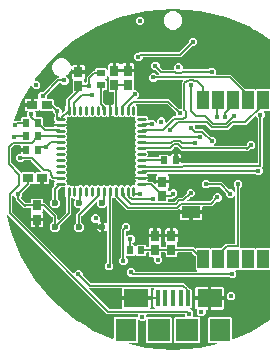
<source format=gbl>
G04 EAGLE Gerber RS-274X export*
G75*
%MOMM*%
%FSLAX34Y34*%
%LPD*%
%INBottom Copper*%
%IPPOS*%
%AMOC8*
5,1,8,0,0,1.08239X$1,22.5*%
G01*
%ADD10R,0.740000X0.925000*%
%ADD11R,0.925000X0.740000*%
%ADD12R,0.600000X0.700000*%
%ADD13R,0.700000X0.600000*%
%ADD14C,0.270000*%
%ADD15R,5.600000X5.600000*%
%ADD16R,0.400000X1.350000*%
%ADD17R,2.100000X1.600000*%
%ADD18R,1.800000X1.900000*%
%ADD19R,1.900000X1.900000*%
%ADD20R,1.000000X1.600000*%
%ADD21R,1.600000X1.000000*%
%ADD22C,0.600000*%
%ADD23C,0.152400*%
%ADD24C,0.452400*%
%ADD25C,0.203200*%

G36*
X172571Y7109D02*
X172571Y7109D01*
X172603Y7117D01*
X172689Y7127D01*
X186770Y10508D01*
X186801Y10521D01*
X186835Y10527D01*
X186914Y10568D01*
X186996Y10603D01*
X187022Y10626D01*
X187052Y10642D01*
X187113Y10706D01*
X187181Y10766D01*
X187198Y10795D01*
X187221Y10820D01*
X187259Y10901D01*
X187304Y10979D01*
X187311Y11012D01*
X187325Y11043D01*
X187335Y11132D01*
X187353Y11220D01*
X187348Y11254D01*
X187352Y11287D01*
X187333Y11375D01*
X187322Y11464D01*
X187307Y11494D01*
X187300Y11528D01*
X187254Y11605D01*
X187215Y11685D01*
X187191Y11710D01*
X187174Y11739D01*
X187105Y11797D01*
X187043Y11861D01*
X187013Y11877D01*
X186987Y11899D01*
X186903Y11932D01*
X186824Y11973D01*
X186790Y11978D01*
X186759Y11991D01*
X186592Y12009D01*
X180334Y12009D01*
X179589Y12754D01*
X179589Y32806D01*
X180334Y33551D01*
X199386Y33551D01*
X200131Y32806D01*
X200131Y15800D01*
X200138Y15754D01*
X200136Y15709D01*
X200158Y15634D01*
X200170Y15557D01*
X200192Y15516D01*
X200205Y15472D01*
X200249Y15408D01*
X200286Y15340D01*
X200319Y15308D01*
X200345Y15270D01*
X200408Y15224D01*
X200464Y15170D01*
X200506Y15151D01*
X200542Y15123D01*
X200616Y15099D01*
X200687Y15067D01*
X200733Y15062D01*
X200776Y15047D01*
X200854Y15048D01*
X200931Y15039D01*
X200976Y15049D01*
X201022Y15050D01*
X201154Y15088D01*
X201172Y15092D01*
X201176Y15094D01*
X201183Y15096D01*
X215622Y21077D01*
X215650Y21095D01*
X215729Y21132D01*
X232046Y31131D01*
X232089Y31168D01*
X232139Y31198D01*
X232182Y31248D01*
X232232Y31291D01*
X232261Y31341D01*
X232299Y31385D01*
X232324Y31446D01*
X232357Y31503D01*
X232369Y31559D01*
X232391Y31613D01*
X232402Y31713D01*
X232408Y31744D01*
X232407Y31757D01*
X232409Y31780D01*
X232409Y72468D01*
X232406Y72488D01*
X232408Y72507D01*
X232386Y72609D01*
X232370Y72711D01*
X232360Y72728D01*
X232356Y72748D01*
X232303Y72837D01*
X232254Y72928D01*
X232240Y72942D01*
X232230Y72959D01*
X232151Y73026D01*
X232076Y73098D01*
X232058Y73106D01*
X232043Y73119D01*
X231947Y73158D01*
X231853Y73201D01*
X231833Y73203D01*
X231815Y73211D01*
X231648Y73229D01*
X220534Y73229D01*
X220248Y73515D01*
X220232Y73526D01*
X220220Y73542D01*
X220133Y73598D01*
X220049Y73658D01*
X220030Y73664D01*
X220013Y73675D01*
X219912Y73700D01*
X219814Y73731D01*
X219794Y73730D01*
X219774Y73735D01*
X219671Y73727D01*
X219568Y73724D01*
X219549Y73717D01*
X219529Y73716D01*
X219434Y73675D01*
X219337Y73640D01*
X219321Y73627D01*
X219303Y73619D01*
X219172Y73515D01*
X218886Y73229D01*
X207834Y73229D01*
X207548Y73515D01*
X207532Y73526D01*
X207520Y73542D01*
X207433Y73598D01*
X207349Y73658D01*
X207330Y73664D01*
X207313Y73675D01*
X207212Y73700D01*
X207114Y73731D01*
X207094Y73730D01*
X207074Y73735D01*
X206971Y73727D01*
X206868Y73724D01*
X206849Y73717D01*
X206829Y73716D01*
X206734Y73675D01*
X206637Y73640D01*
X206621Y73627D01*
X206603Y73619D01*
X206472Y73515D01*
X206186Y73229D01*
X203480Y73229D01*
X203409Y73218D01*
X203337Y73216D01*
X203288Y73198D01*
X203237Y73190D01*
X203173Y73156D01*
X203106Y73131D01*
X203065Y73099D01*
X203019Y73074D01*
X202970Y73022D01*
X202914Y72978D01*
X202886Y72934D01*
X202850Y72896D01*
X202820Y72831D01*
X202781Y72771D01*
X202768Y72720D01*
X202746Y72673D01*
X202739Y72602D01*
X202721Y72532D01*
X202725Y72480D01*
X202719Y72429D01*
X202735Y72358D01*
X202740Y72287D01*
X202761Y72239D01*
X202772Y72188D01*
X202808Y72127D01*
X202836Y72061D01*
X202881Y72005D01*
X202898Y71977D01*
X202916Y71962D01*
X202941Y71930D01*
X203558Y71313D01*
X203558Y68387D01*
X201488Y66317D01*
X198562Y66317D01*
X197285Y67594D01*
X197211Y67647D01*
X197141Y67707D01*
X197111Y67719D01*
X197085Y67738D01*
X196998Y67765D01*
X196913Y67799D01*
X196872Y67803D01*
X196850Y67810D01*
X196818Y67809D01*
X196746Y67817D01*
X114993Y67817D01*
X114981Y67825D01*
X114894Y67852D01*
X114809Y67886D01*
X114769Y67891D01*
X114746Y67898D01*
X114714Y67897D01*
X114643Y67905D01*
X112837Y67905D01*
X110767Y69974D01*
X110767Y72901D01*
X112837Y74970D01*
X115763Y74970D01*
X117833Y72901D01*
X117833Y72644D01*
X117836Y72624D01*
X117834Y72605D01*
X117856Y72503D01*
X117872Y72401D01*
X117882Y72384D01*
X117886Y72364D01*
X117939Y72275D01*
X117988Y72184D01*
X118002Y72170D01*
X118012Y72153D01*
X118091Y72086D01*
X118166Y72014D01*
X118184Y72006D01*
X118199Y71993D01*
X118295Y71954D01*
X118389Y71911D01*
X118409Y71909D01*
X118427Y71901D01*
X118594Y71883D01*
X169242Y71883D01*
X169313Y71894D01*
X169385Y71896D01*
X169434Y71914D01*
X169485Y71922D01*
X169548Y71956D01*
X169616Y71981D01*
X169656Y72013D01*
X169703Y72038D01*
X169752Y72090D01*
X169808Y72134D01*
X169836Y72178D01*
X169872Y72216D01*
X169902Y72281D01*
X169941Y72341D01*
X169954Y72392D01*
X169976Y72439D01*
X169983Y72510D01*
X170001Y72580D01*
X169997Y72632D01*
X170003Y72683D01*
X169987Y72754D01*
X169982Y72825D01*
X169961Y72873D01*
X169950Y72924D01*
X169914Y72985D01*
X169885Y73051D01*
X169841Y73107D01*
X169824Y73135D01*
X169806Y73150D01*
X169781Y73182D01*
X168989Y73974D01*
X168989Y84996D01*
X168975Y85086D01*
X168967Y85177D01*
X168955Y85206D01*
X168950Y85238D01*
X168907Y85319D01*
X168871Y85403D01*
X168845Y85435D01*
X168834Y85456D01*
X168811Y85478D01*
X168766Y85534D01*
X166068Y88232D01*
X165995Y88285D01*
X165925Y88344D01*
X165895Y88357D01*
X165869Y88375D01*
X165782Y88402D01*
X165697Y88436D01*
X165656Y88441D01*
X165634Y88448D01*
X165601Y88447D01*
X165530Y88455D01*
X154322Y88455D01*
X154302Y88452D01*
X154283Y88454D01*
X154181Y88432D01*
X154079Y88415D01*
X154062Y88406D01*
X154042Y88401D01*
X153953Y88348D01*
X153862Y88300D01*
X153848Y88286D01*
X153831Y88275D01*
X153764Y88197D01*
X153692Y88122D01*
X153684Y88104D01*
X153671Y88088D01*
X153632Y87992D01*
X153589Y87899D01*
X153587Y87879D01*
X153579Y87860D01*
X153561Y87694D01*
X153561Y85369D01*
X152816Y84624D01*
X144364Y84624D01*
X143619Y85369D01*
X143619Y87694D01*
X143616Y87713D01*
X143618Y87733D01*
X143596Y87834D01*
X143580Y87936D01*
X143570Y87954D01*
X143566Y87973D01*
X143513Y88062D01*
X143464Y88154D01*
X143450Y88167D01*
X143440Y88184D01*
X143361Y88252D01*
X143286Y88323D01*
X143268Y88331D01*
X143253Y88344D01*
X143157Y88383D01*
X143063Y88427D01*
X143043Y88429D01*
X143025Y88436D01*
X142858Y88455D01*
X140352Y88455D01*
X140332Y88452D01*
X140313Y88454D01*
X140211Y88432D01*
X140109Y88415D01*
X140092Y88406D01*
X140072Y88401D01*
X139983Y88348D01*
X139892Y88300D01*
X139878Y88286D01*
X139861Y88275D01*
X139794Y88197D01*
X139722Y88122D01*
X139714Y88104D01*
X139701Y88088D01*
X139662Y87992D01*
X139619Y87899D01*
X139617Y87879D01*
X139609Y87860D01*
X139591Y87694D01*
X139591Y85294D01*
X139590Y85293D01*
X139565Y85193D01*
X139534Y85094D01*
X139535Y85074D01*
X139530Y85054D01*
X139538Y84951D01*
X139541Y84848D01*
X139548Y84829D01*
X139549Y84809D01*
X139590Y84714D01*
X139625Y84617D01*
X139638Y84601D01*
X139646Y84583D01*
X139750Y84452D01*
X140439Y83763D01*
X140439Y80837D01*
X138369Y78767D01*
X135443Y78767D01*
X133373Y80837D01*
X133373Y83863D01*
X133370Y83883D01*
X133372Y83902D01*
X133350Y84004D01*
X133334Y84106D01*
X133324Y84123D01*
X133320Y84143D01*
X133267Y84232D01*
X133218Y84323D01*
X133204Y84337D01*
X133194Y84354D01*
X133115Y84421D01*
X133040Y84493D01*
X133022Y84501D01*
X133007Y84514D01*
X132911Y84553D01*
X132817Y84596D01*
X132797Y84598D01*
X132779Y84606D01*
X132612Y84624D01*
X130394Y84624D01*
X129649Y85369D01*
X129649Y87694D01*
X129646Y87713D01*
X129648Y87733D01*
X129626Y87834D01*
X129610Y87936D01*
X129600Y87954D01*
X129596Y87973D01*
X129543Y88062D01*
X129494Y88154D01*
X129480Y88167D01*
X129470Y88184D01*
X129391Y88252D01*
X129316Y88323D01*
X129298Y88331D01*
X129283Y88344D01*
X129187Y88383D01*
X129093Y88427D01*
X129073Y88429D01*
X129055Y88436D01*
X128888Y88455D01*
X128142Y88455D01*
X128122Y88452D01*
X128103Y88454D01*
X128001Y88432D01*
X127899Y88415D01*
X127882Y88406D01*
X127862Y88401D01*
X127773Y88348D01*
X127682Y88300D01*
X127668Y88286D01*
X127651Y88275D01*
X127584Y88197D01*
X127512Y88122D01*
X127504Y88104D01*
X127491Y88088D01*
X127452Y87992D01*
X127409Y87899D01*
X127407Y87879D01*
X127399Y87860D01*
X127381Y87694D01*
X127381Y86144D01*
X126636Y85399D01*
X119584Y85399D01*
X118648Y86335D01*
X118632Y86346D01*
X118620Y86362D01*
X118532Y86418D01*
X118449Y86478D01*
X118430Y86484D01*
X118413Y86495D01*
X118312Y86520D01*
X118213Y86551D01*
X118194Y86550D01*
X118174Y86555D01*
X118071Y86547D01*
X117968Y86544D01*
X117949Y86537D01*
X117929Y86536D01*
X117834Y86495D01*
X117737Y86460D01*
X117721Y86447D01*
X117703Y86439D01*
X117572Y86335D01*
X116636Y85399D01*
X110744Y85399D01*
X110724Y85396D01*
X110705Y85398D01*
X110603Y85376D01*
X110501Y85360D01*
X110484Y85350D01*
X110464Y85346D01*
X110375Y85293D01*
X110284Y85244D01*
X110270Y85230D01*
X110253Y85220D01*
X110186Y85141D01*
X110114Y85066D01*
X110106Y85048D01*
X110093Y85033D01*
X110054Y84937D01*
X110011Y84843D01*
X110009Y84823D01*
X110001Y84805D01*
X109983Y84638D01*
X109983Y84241D01*
X109997Y84151D01*
X110005Y84060D01*
X110017Y84030D01*
X110022Y83998D01*
X110065Y83918D01*
X110101Y83834D01*
X110127Y83802D01*
X110138Y83781D01*
X110161Y83759D01*
X110206Y83703D01*
X111483Y82426D01*
X111483Y79499D01*
X109413Y77430D01*
X106487Y77430D01*
X104417Y79499D01*
X104417Y82426D01*
X105694Y83703D01*
X105747Y83777D01*
X105807Y83846D01*
X105819Y83876D01*
X105838Y83903D01*
X105865Y83990D01*
X105899Y84074D01*
X105903Y84115D01*
X105910Y84138D01*
X105909Y84170D01*
X105917Y84241D01*
X105917Y108538D01*
X106480Y109101D01*
X106524Y109162D01*
X106558Y109198D01*
X106564Y109211D01*
X106593Y109244D01*
X106605Y109275D01*
X106624Y109301D01*
X106651Y109388D01*
X106685Y109473D01*
X106689Y109514D01*
X106696Y109536D01*
X106695Y109568D01*
X106703Y109639D01*
X106703Y111445D01*
X108773Y113515D01*
X111699Y113515D01*
X113769Y111445D01*
X113769Y108519D01*
X111699Y106449D01*
X110744Y106449D01*
X110724Y106446D01*
X110705Y106448D01*
X110603Y106426D01*
X110501Y106410D01*
X110484Y106400D01*
X110464Y106396D01*
X110375Y106343D01*
X110284Y106294D01*
X110270Y106280D01*
X110253Y106270D01*
X110186Y106191D01*
X110114Y106116D01*
X110106Y106098D01*
X110093Y106083D01*
X110054Y105987D01*
X110011Y105893D01*
X110009Y105873D01*
X110001Y105855D01*
X109983Y105688D01*
X109983Y102593D01*
X109994Y102522D01*
X109996Y102450D01*
X110014Y102401D01*
X110022Y102350D01*
X110056Y102286D01*
X110081Y102219D01*
X110113Y102178D01*
X110138Y102132D01*
X110190Y102083D01*
X110234Y102027D01*
X110278Y101999D01*
X110316Y101963D01*
X110381Y101933D01*
X110441Y101894D01*
X110492Y101881D01*
X110539Y101859D01*
X110610Y101852D01*
X110680Y101834D01*
X110732Y101838D01*
X110783Y101832D01*
X110854Y101848D01*
X110925Y101853D01*
X110973Y101874D01*
X111024Y101885D01*
X111085Y101921D01*
X111151Y101949D01*
X111207Y101994D01*
X111235Y102011D01*
X111250Y102029D01*
X111282Y102054D01*
X112329Y103101D01*
X115255Y103101D01*
X117325Y101031D01*
X117325Y98105D01*
X115667Y96447D01*
X115623Y96385D01*
X115591Y96352D01*
X115585Y96339D01*
X115554Y96303D01*
X115542Y96273D01*
X115523Y96247D01*
X115496Y96160D01*
X115462Y96075D01*
X115458Y96034D01*
X115451Y96012D01*
X115452Y95980D01*
X115444Y95908D01*
X115444Y95702D01*
X115447Y95682D01*
X115445Y95663D01*
X115467Y95561D01*
X115483Y95459D01*
X115493Y95442D01*
X115497Y95422D01*
X115550Y95333D01*
X115599Y95242D01*
X115613Y95228D01*
X115623Y95211D01*
X115702Y95144D01*
X115777Y95072D01*
X115795Y95064D01*
X115810Y95051D01*
X115906Y95012D01*
X116000Y94969D01*
X116020Y94967D01*
X116038Y94959D01*
X116205Y94941D01*
X116636Y94941D01*
X117572Y94005D01*
X117588Y93994D01*
X117600Y93978D01*
X117688Y93922D01*
X117771Y93862D01*
X117790Y93856D01*
X117807Y93845D01*
X117908Y93820D01*
X118007Y93789D01*
X118026Y93790D01*
X118046Y93785D01*
X118149Y93793D01*
X118252Y93796D01*
X118271Y93803D01*
X118291Y93804D01*
X118386Y93845D01*
X118483Y93880D01*
X118499Y93893D01*
X118517Y93901D01*
X118648Y94005D01*
X119584Y94941D01*
X126636Y94941D01*
X127381Y94196D01*
X127381Y93281D01*
X127384Y93262D01*
X127382Y93242D01*
X127404Y93141D01*
X127420Y93039D01*
X127430Y93021D01*
X127434Y93002D01*
X127487Y92913D01*
X127536Y92821D01*
X127550Y92808D01*
X127560Y92791D01*
X127639Y92723D01*
X127714Y92652D01*
X127732Y92644D01*
X127747Y92631D01*
X127843Y92592D01*
X127937Y92548D01*
X127957Y92546D01*
X127975Y92539D01*
X128142Y92520D01*
X128888Y92520D01*
X128908Y92523D01*
X128927Y92521D01*
X129029Y92543D01*
X129131Y92560D01*
X129148Y92569D01*
X129168Y92574D01*
X129257Y92627D01*
X129348Y92675D01*
X129362Y92689D01*
X129379Y92700D01*
X129446Y92778D01*
X129518Y92853D01*
X129526Y92871D01*
X129539Y92887D01*
X129578Y92983D01*
X129621Y93076D01*
X129623Y93096D01*
X129631Y93115D01*
X129649Y93281D01*
X129649Y95671D01*
X129780Y95802D01*
X129792Y95818D01*
X129807Y95831D01*
X129863Y95918D01*
X129924Y96002D01*
X129929Y96021D01*
X129940Y96038D01*
X129966Y96138D01*
X129996Y96237D01*
X129995Y96257D01*
X130000Y96276D01*
X129992Y96379D01*
X129990Y96483D01*
X129983Y96502D01*
X129981Y96521D01*
X129941Y96616D01*
X129905Y96714D01*
X129893Y96729D01*
X129885Y96748D01*
X129780Y96879D01*
X129627Y97031D01*
X129395Y97592D01*
X129395Y100997D01*
X133858Y100997D01*
X133878Y101000D01*
X133897Y100998D01*
X133999Y101020D01*
X134101Y101037D01*
X134118Y101046D01*
X134138Y101050D01*
X134227Y101103D01*
X134318Y101152D01*
X134332Y101166D01*
X134349Y101176D01*
X134416Y101255D01*
X134487Y101330D01*
X134496Y101348D01*
X134509Y101363D01*
X134548Y101459D01*
X134591Y101553D01*
X134593Y101573D01*
X134601Y101591D01*
X134619Y101758D01*
X134619Y102521D01*
X134621Y102521D01*
X134621Y101758D01*
X134624Y101738D01*
X134622Y101719D01*
X134644Y101617D01*
X134661Y101515D01*
X134670Y101498D01*
X134674Y101478D01*
X134727Y101389D01*
X134776Y101298D01*
X134790Y101284D01*
X134800Y101267D01*
X134879Y101200D01*
X134954Y101129D01*
X134972Y101120D01*
X134987Y101107D01*
X135083Y101068D01*
X135177Y101025D01*
X135197Y101023D01*
X135215Y101015D01*
X135382Y100997D01*
X139845Y100997D01*
X139845Y97592D01*
X139613Y97031D01*
X139460Y96879D01*
X139448Y96863D01*
X139433Y96850D01*
X139377Y96763D01*
X139316Y96679D01*
X139311Y96660D01*
X139300Y96643D01*
X139274Y96543D01*
X139244Y96444D01*
X139245Y96424D01*
X139240Y96405D01*
X139248Y96302D01*
X139250Y96198D01*
X139257Y96179D01*
X139259Y96159D01*
X139299Y96065D01*
X139335Y95967D01*
X139347Y95951D01*
X139355Y95933D01*
X139460Y95802D01*
X139591Y95671D01*
X139591Y93281D01*
X139594Y93262D01*
X139592Y93242D01*
X139614Y93141D01*
X139630Y93039D01*
X139640Y93021D01*
X139644Y93002D01*
X139697Y92913D01*
X139746Y92821D01*
X139760Y92808D01*
X139770Y92791D01*
X139849Y92723D01*
X139924Y92652D01*
X139942Y92644D01*
X139957Y92631D01*
X140053Y92592D01*
X140147Y92548D01*
X140167Y92546D01*
X140185Y92539D01*
X140352Y92520D01*
X142858Y92520D01*
X142878Y92523D01*
X142897Y92521D01*
X142999Y92543D01*
X143101Y92560D01*
X143118Y92569D01*
X143138Y92574D01*
X143227Y92627D01*
X143318Y92675D01*
X143332Y92689D01*
X143349Y92700D01*
X143416Y92778D01*
X143488Y92853D01*
X143496Y92871D01*
X143509Y92887D01*
X143548Y92983D01*
X143591Y93076D01*
X143593Y93096D01*
X143601Y93115D01*
X143619Y93281D01*
X143619Y95671D01*
X143750Y95802D01*
X143762Y95818D01*
X143777Y95831D01*
X143833Y95918D01*
X143894Y96002D01*
X143899Y96021D01*
X143910Y96038D01*
X143935Y96138D01*
X143966Y96237D01*
X143965Y96257D01*
X143970Y96276D01*
X143962Y96379D01*
X143960Y96483D01*
X143953Y96502D01*
X143951Y96521D01*
X143911Y96616D01*
X143875Y96714D01*
X143863Y96729D01*
X143855Y96748D01*
X143750Y96879D01*
X143597Y97031D01*
X143365Y97592D01*
X143365Y100997D01*
X147828Y100997D01*
X147848Y101000D01*
X147867Y100998D01*
X147969Y101020D01*
X148071Y101037D01*
X148088Y101046D01*
X148108Y101050D01*
X148197Y101103D01*
X148288Y101152D01*
X148302Y101166D01*
X148319Y101176D01*
X148386Y101255D01*
X148457Y101330D01*
X148466Y101348D01*
X148479Y101363D01*
X148518Y101459D01*
X148561Y101553D01*
X148563Y101573D01*
X148571Y101591D01*
X148589Y101758D01*
X148589Y102521D01*
X148591Y102521D01*
X148591Y101758D01*
X148594Y101738D01*
X148592Y101719D01*
X148614Y101617D01*
X148631Y101515D01*
X148640Y101498D01*
X148644Y101478D01*
X148697Y101389D01*
X148746Y101298D01*
X148760Y101284D01*
X148770Y101267D01*
X148849Y101200D01*
X148924Y101129D01*
X148942Y101120D01*
X148957Y101107D01*
X149053Y101068D01*
X149147Y101025D01*
X149167Y101023D01*
X149185Y101015D01*
X149352Y100997D01*
X153815Y100997D01*
X153815Y97592D01*
X153583Y97031D01*
X153430Y96879D01*
X153418Y96863D01*
X153403Y96850D01*
X153347Y96763D01*
X153286Y96679D01*
X153281Y96660D01*
X153270Y96643D01*
X153245Y96543D01*
X153214Y96444D01*
X153215Y96424D01*
X153210Y96405D01*
X153218Y96302D01*
X153220Y96198D01*
X153227Y96179D01*
X153229Y96159D01*
X153269Y96064D01*
X153305Y95967D01*
X153317Y95951D01*
X153325Y95933D01*
X153430Y95802D01*
X153561Y95671D01*
X153561Y93281D01*
X153564Y93262D01*
X153562Y93242D01*
X153584Y93141D01*
X153600Y93039D01*
X153610Y93021D01*
X153614Y93002D01*
X153667Y92913D01*
X153716Y92821D01*
X153730Y92808D01*
X153740Y92791D01*
X153819Y92723D01*
X153894Y92652D01*
X153912Y92644D01*
X153927Y92631D01*
X154023Y92592D01*
X154117Y92548D01*
X154137Y92546D01*
X154155Y92539D01*
X154322Y92520D01*
X167530Y92520D01*
X168468Y91582D01*
X168484Y91570D01*
X168497Y91554D01*
X168584Y91498D01*
X168668Y91438D01*
X168687Y91432D01*
X168704Y91421D01*
X168804Y91396D01*
X168903Y91366D01*
X168923Y91366D01*
X168942Y91361D01*
X169045Y91369D01*
X169149Y91372D01*
X169167Y91379D01*
X169187Y91381D01*
X169282Y91421D01*
X169380Y91457D01*
X169395Y91469D01*
X169414Y91477D01*
X169545Y91582D01*
X169734Y91771D01*
X180786Y91771D01*
X181072Y91485D01*
X181088Y91474D01*
X181100Y91458D01*
X181187Y91402D01*
X181271Y91342D01*
X181290Y91336D01*
X181307Y91325D01*
X181408Y91300D01*
X181507Y91269D01*
X181527Y91270D01*
X181546Y91265D01*
X181649Y91273D01*
X181752Y91276D01*
X181771Y91283D01*
X181791Y91284D01*
X181886Y91325D01*
X181983Y91360D01*
X181999Y91373D01*
X182017Y91381D01*
X182148Y91485D01*
X182434Y91771D01*
X190181Y91771D01*
X190271Y91785D01*
X190362Y91793D01*
X190391Y91805D01*
X190423Y91810D01*
X190504Y91853D01*
X190588Y91889D01*
X190620Y91915D01*
X190641Y91926D01*
X190663Y91949D01*
X190719Y91994D01*
X194420Y95695D01*
X201994Y95695D01*
X202013Y95698D01*
X202033Y95696D01*
X202134Y95718D01*
X202236Y95735D01*
X202254Y95744D01*
X202273Y95749D01*
X202362Y95802D01*
X202454Y95850D01*
X202467Y95864D01*
X202484Y95875D01*
X202552Y95953D01*
X202623Y96028D01*
X202631Y96046D01*
X202644Y96062D01*
X202683Y96158D01*
X202727Y96251D01*
X202729Y96271D01*
X202736Y96290D01*
X202755Y96456D01*
X202755Y135596D01*
X202743Y135667D01*
X202741Y135738D01*
X202723Y135787D01*
X202715Y135839D01*
X202681Y135902D01*
X202657Y135969D01*
X202624Y136010D01*
X202600Y136056D01*
X202548Y136105D01*
X202503Y136161D01*
X202459Y136190D01*
X202422Y136225D01*
X202357Y136256D01*
X202296Y136294D01*
X202246Y136307D01*
X202199Y136329D01*
X202127Y136337D01*
X202058Y136354D01*
X202006Y136350D01*
X201954Y136356D01*
X201884Y136341D01*
X201813Y136335D01*
X201765Y136315D01*
X201714Y136304D01*
X201652Y136267D01*
X201586Y136239D01*
X201530Y136194D01*
X201503Y136178D01*
X201487Y136160D01*
X201455Y136134D01*
X199901Y134580D01*
X196974Y134580D01*
X194905Y136649D01*
X194905Y138455D01*
X194890Y138545D01*
X194883Y138636D01*
X194870Y138666D01*
X194865Y138698D01*
X194822Y138779D01*
X194787Y138863D01*
X194761Y138895D01*
X194750Y138915D01*
X194727Y138938D01*
X194682Y138993D01*
X189881Y143794D01*
X189807Y143847D01*
X189738Y143907D01*
X189707Y143919D01*
X189681Y143938D01*
X189594Y143965D01*
X189509Y143999D01*
X189468Y144003D01*
X189446Y144010D01*
X189414Y144009D01*
X189343Y144017D01*
X181079Y144017D01*
X180989Y144003D01*
X180898Y143995D01*
X180868Y143983D01*
X180836Y143978D01*
X180755Y143935D01*
X180671Y143899D01*
X180639Y143873D01*
X180619Y143862D01*
X180596Y143839D01*
X180540Y143794D01*
X179263Y142517D01*
X176337Y142517D01*
X174267Y144587D01*
X174267Y147513D01*
X176337Y149583D01*
X179263Y149583D01*
X180540Y148306D01*
X180614Y148253D01*
X180684Y148193D01*
X180714Y148181D01*
X180740Y148162D01*
X180827Y148135D01*
X180912Y148101D01*
X180953Y148097D01*
X180975Y148090D01*
X181007Y148091D01*
X181079Y148083D01*
X191342Y148083D01*
X192756Y146669D01*
X197557Y141868D01*
X197631Y141815D01*
X197700Y141756D01*
X197730Y141744D01*
X197756Y141725D01*
X197843Y141698D01*
X197928Y141664D01*
X197969Y141659D01*
X197991Y141652D01*
X198024Y141653D01*
X198095Y141645D01*
X199901Y141645D01*
X201455Y140091D01*
X201513Y140049D01*
X201565Y140000D01*
X201613Y139978D01*
X201655Y139947D01*
X201723Y139926D01*
X201789Y139896D01*
X201840Y139890D01*
X201890Y139875D01*
X201962Y139877D01*
X202033Y139869D01*
X202084Y139880D01*
X202136Y139881D01*
X202203Y139906D01*
X202273Y139921D01*
X202318Y139948D01*
X202367Y139966D01*
X202423Y140011D01*
X202484Y140047D01*
X202518Y140087D01*
X202559Y140119D01*
X202598Y140180D01*
X202644Y140234D01*
X202664Y140283D01*
X202692Y140326D01*
X202709Y140396D01*
X202736Y140462D01*
X202744Y140534D01*
X202752Y140565D01*
X202750Y140588D01*
X202755Y140629D01*
X202755Y142771D01*
X202740Y142861D01*
X202733Y142952D01*
X202720Y142982D01*
X202715Y143014D01*
X202672Y143095D01*
X202637Y143179D01*
X202611Y143211D01*
X202600Y143231D01*
X202577Y143254D01*
X202532Y143310D01*
X201255Y144587D01*
X201255Y147513D01*
X203324Y149583D01*
X206251Y149583D01*
X208320Y147513D01*
X208320Y144587D01*
X207043Y143310D01*
X206990Y143236D01*
X206931Y143166D01*
X206918Y143136D01*
X206900Y143110D01*
X206873Y143023D01*
X206839Y142938D01*
X206834Y142897D01*
X206827Y142875D01*
X206828Y142843D01*
X206820Y142771D01*
X206820Y92532D01*
X206823Y92512D01*
X206821Y92493D01*
X206843Y92391D01*
X206860Y92289D01*
X206869Y92272D01*
X206874Y92252D01*
X206927Y92163D01*
X206975Y92072D01*
X206989Y92058D01*
X207000Y92041D01*
X207078Y91974D01*
X207153Y91902D01*
X207171Y91894D01*
X207187Y91881D01*
X207283Y91842D01*
X207376Y91799D01*
X207396Y91797D01*
X207415Y91789D01*
X207581Y91771D01*
X218886Y91771D01*
X219172Y91485D01*
X219188Y91474D01*
X219200Y91458D01*
X219287Y91402D01*
X219371Y91342D01*
X219390Y91336D01*
X219407Y91325D01*
X219508Y91300D01*
X219607Y91269D01*
X219627Y91270D01*
X219646Y91265D01*
X219749Y91273D01*
X219852Y91276D01*
X219871Y91283D01*
X219891Y91284D01*
X219986Y91325D01*
X220083Y91360D01*
X220099Y91373D01*
X220117Y91381D01*
X220248Y91485D01*
X220534Y91771D01*
X231648Y91771D01*
X231668Y91774D01*
X231687Y91772D01*
X231789Y91794D01*
X231891Y91810D01*
X231908Y91820D01*
X231928Y91824D01*
X232017Y91877D01*
X232108Y91926D01*
X232122Y91940D01*
X232139Y91950D01*
X232206Y92029D01*
X232278Y92104D01*
X232286Y92122D01*
X232299Y92137D01*
X232338Y92233D01*
X232381Y92327D01*
X232383Y92347D01*
X232391Y92365D01*
X232409Y92532D01*
X232409Y207468D01*
X232406Y207488D01*
X232408Y207507D01*
X232386Y207609D01*
X232370Y207711D01*
X232360Y207728D01*
X232356Y207748D01*
X232303Y207837D01*
X232254Y207928D01*
X232240Y207942D01*
X232230Y207959D01*
X232151Y208026D01*
X232076Y208098D01*
X232058Y208106D01*
X232043Y208119D01*
X231947Y208158D01*
X231853Y208201D01*
X231833Y208203D01*
X231815Y208211D01*
X231648Y208229D01*
X227230Y208229D01*
X227159Y208218D01*
X227087Y208216D01*
X227038Y208198D01*
X226987Y208190D01*
X226923Y208156D01*
X226856Y208131D01*
X226815Y208099D01*
X226769Y208074D01*
X226720Y208022D01*
X226664Y207978D01*
X226636Y207934D01*
X226600Y207896D01*
X226570Y207831D01*
X226531Y207771D01*
X226518Y207720D01*
X226496Y207673D01*
X226489Y207602D01*
X226471Y207532D01*
X226475Y207480D01*
X226469Y207429D01*
X226485Y207358D01*
X226490Y207287D01*
X226511Y207239D01*
X226522Y207188D01*
X226558Y207127D01*
X226586Y207061D01*
X226631Y207005D01*
X226648Y206977D01*
X226666Y206962D01*
X226691Y206930D01*
X227370Y206251D01*
X227370Y203324D01*
X226093Y202047D01*
X226040Y201973D01*
X225981Y201904D01*
X225968Y201874D01*
X225950Y201847D01*
X225923Y201760D01*
X225889Y201676D01*
X225884Y201635D01*
X225877Y201612D01*
X225878Y201580D01*
X225870Y201509D01*
X225870Y161083D01*
X225136Y160349D01*
X225125Y160333D01*
X225109Y160320D01*
X225053Y160233D01*
X224993Y160149D01*
X224987Y160130D01*
X224976Y160113D01*
X224951Y160013D01*
X224920Y159914D01*
X224921Y159894D01*
X224916Y159875D01*
X224924Y159772D01*
X224927Y159668D01*
X224934Y159649D01*
X224935Y159630D01*
X224975Y159535D01*
X225011Y159437D01*
X225024Y159422D01*
X225031Y159403D01*
X225136Y159272D01*
X225783Y158626D01*
X225783Y155699D01*
X223713Y153630D01*
X220787Y153630D01*
X219510Y154907D01*
X219436Y154960D01*
X219366Y155019D01*
X219336Y155032D01*
X219310Y155050D01*
X219223Y155077D01*
X219138Y155111D01*
X219097Y155116D01*
X219075Y155123D01*
X219043Y155122D01*
X218971Y155130D01*
X146399Y155130D01*
X146329Y155118D01*
X146257Y155116D01*
X146208Y155098D01*
X146157Y155090D01*
X146093Y155057D01*
X146026Y155032D01*
X145985Y154999D01*
X145939Y154975D01*
X145890Y154923D01*
X145834Y154878D01*
X145806Y154834D01*
X145770Y154797D01*
X145740Y154731D01*
X145701Y154671D01*
X145688Y154621D01*
X145666Y154574D01*
X145658Y154502D01*
X145641Y154433D01*
X145645Y154381D01*
X145639Y154329D01*
X145654Y154259D01*
X145660Y154187D01*
X145680Y154140D01*
X145691Y154089D01*
X145728Y154027D01*
X145756Y153961D01*
X145801Y153905D01*
X145818Y153878D01*
X145835Y153862D01*
X145861Y153830D01*
X145963Y153729D01*
X146195Y153168D01*
X146195Y149763D01*
X141732Y149763D01*
X141712Y149760D01*
X141693Y149762D01*
X141591Y149740D01*
X141489Y149723D01*
X141472Y149714D01*
X141452Y149710D01*
X141363Y149657D01*
X141272Y149608D01*
X141258Y149594D01*
X141241Y149584D01*
X141174Y149505D01*
X141103Y149430D01*
X141094Y149412D01*
X141081Y149397D01*
X141042Y149301D01*
X140999Y149207D01*
X140997Y149187D01*
X140989Y149169D01*
X140971Y149002D01*
X140971Y147478D01*
X140974Y147458D01*
X140972Y147439D01*
X140994Y147337D01*
X141011Y147235D01*
X141020Y147218D01*
X141024Y147198D01*
X141077Y147109D01*
X141126Y147018D01*
X141140Y147004D01*
X141150Y146987D01*
X141229Y146920D01*
X141304Y146849D01*
X141322Y146840D01*
X141337Y146827D01*
X141433Y146788D01*
X141527Y146745D01*
X141547Y146743D01*
X141565Y146735D01*
X141732Y146717D01*
X146195Y146717D01*
X146195Y143312D01*
X145963Y142751D01*
X145810Y142599D01*
X145798Y142583D01*
X145783Y142570D01*
X145727Y142483D01*
X145666Y142399D01*
X145661Y142380D01*
X145650Y142363D01*
X145625Y142263D01*
X145594Y142164D01*
X145595Y142144D01*
X145590Y142125D01*
X145598Y142022D01*
X145600Y141918D01*
X145607Y141899D01*
X145609Y141879D01*
X145649Y141784D01*
X145685Y141687D01*
X145697Y141671D01*
X145705Y141653D01*
X145810Y141522D01*
X145941Y141391D01*
X145941Y140837D01*
X145944Y140817D01*
X145942Y140798D01*
X145953Y140747D01*
X145954Y140694D01*
X145972Y140645D01*
X145980Y140594D01*
X145990Y140576D01*
X145994Y140557D01*
X146020Y140514D01*
X146039Y140463D01*
X146071Y140422D01*
X146096Y140376D01*
X146111Y140362D01*
X146120Y140346D01*
X146158Y140314D01*
X146192Y140271D01*
X146236Y140243D01*
X146274Y140207D01*
X146294Y140198D01*
X146307Y140186D01*
X146353Y140168D01*
X146399Y140138D01*
X146450Y140125D01*
X146497Y140103D01*
X146519Y140101D01*
X146535Y140094D01*
X146602Y140087D01*
X146638Y140078D01*
X146664Y140080D01*
X146702Y140076D01*
X146703Y140076D01*
X146720Y140079D01*
X146741Y140076D01*
X146812Y140092D01*
X146883Y140097D01*
X146915Y140111D01*
X146945Y140116D01*
X146961Y140124D01*
X146982Y140129D01*
X147043Y140165D01*
X147109Y140193D01*
X147143Y140220D01*
X147163Y140231D01*
X147176Y140245D01*
X147193Y140255D01*
X147208Y140273D01*
X147240Y140298D01*
X148651Y141709D01*
X151577Y141709D01*
X153647Y139639D01*
X153647Y136713D01*
X151577Y134643D01*
X150067Y134643D01*
X149977Y134629D01*
X149886Y134621D01*
X149856Y134609D01*
X149824Y134604D01*
X149744Y134561D01*
X149660Y134525D01*
X149628Y134499D01*
X149607Y134488D01*
X149585Y134465D01*
X149529Y134420D01*
X149029Y133921D01*
X146702Y133921D01*
X146682Y133918D01*
X146663Y133920D01*
X146561Y133898D01*
X146459Y133881D01*
X146442Y133872D01*
X146422Y133867D01*
X146333Y133814D01*
X146242Y133766D01*
X146228Y133752D01*
X146211Y133741D01*
X146144Y133663D01*
X146072Y133588D01*
X146064Y133570D01*
X146051Y133554D01*
X146012Y133458D01*
X145969Y133365D01*
X145967Y133345D01*
X145959Y133326D01*
X145941Y133160D01*
X145941Y131850D01*
X145944Y131830D01*
X145942Y131811D01*
X145964Y131709D01*
X145980Y131607D01*
X145990Y131590D01*
X145994Y131570D01*
X146047Y131481D01*
X146096Y131390D01*
X146110Y131376D01*
X146120Y131359D01*
X146199Y131292D01*
X146274Y131220D01*
X146292Y131212D01*
X146307Y131199D01*
X146403Y131160D01*
X146497Y131117D01*
X146517Y131115D01*
X146535Y131107D01*
X146702Y131089D01*
X150834Y131089D01*
X150924Y131103D01*
X151015Y131111D01*
X151044Y131123D01*
X151076Y131128D01*
X151157Y131171D01*
X151241Y131207D01*
X151273Y131233D01*
X151294Y131244D01*
X151316Y131267D01*
X151372Y131312D01*
X154419Y134359D01*
X157593Y134359D01*
X157683Y134373D01*
X157774Y134381D01*
X157803Y134393D01*
X157835Y134398D01*
X157916Y134441D01*
X158000Y134477D01*
X158032Y134503D01*
X158053Y134514D01*
X158075Y134537D01*
X158131Y134582D01*
X161090Y137541D01*
X161143Y137615D01*
X161203Y137684D01*
X161215Y137715D01*
X161234Y137741D01*
X161261Y137828D01*
X161295Y137913D01*
X161299Y137954D01*
X161306Y137976D01*
X161305Y138008D01*
X161313Y138079D01*
X161313Y139893D01*
X163383Y141963D01*
X166309Y141963D01*
X168379Y139893D01*
X168379Y136967D01*
X166309Y134897D01*
X164511Y134897D01*
X164421Y134883D01*
X164330Y134875D01*
X164301Y134863D01*
X164269Y134858D01*
X164188Y134815D01*
X164104Y134779D01*
X164072Y134753D01*
X164051Y134742D01*
X164029Y134719D01*
X163973Y134674D01*
X162163Y132864D01*
X162121Y132806D01*
X162072Y132754D01*
X162050Y132707D01*
X162019Y132665D01*
X161998Y132596D01*
X161968Y132531D01*
X161962Y132479D01*
X161947Y132429D01*
X161949Y132358D01*
X161941Y132287D01*
X161952Y132236D01*
X161953Y132184D01*
X161978Y132116D01*
X161993Y132046D01*
X162020Y132001D01*
X162038Y131953D01*
X162083Y131897D01*
X162119Y131835D01*
X162159Y131801D01*
X162192Y131761D01*
X162252Y131722D01*
X162306Y131675D01*
X162355Y131656D01*
X162399Y131628D01*
X162468Y131610D01*
X162535Y131583D01*
X162606Y131575D01*
X162637Y131567D01*
X162660Y131569D01*
X162701Y131565D01*
X180889Y131565D01*
X180979Y131579D01*
X181070Y131587D01*
X181100Y131599D01*
X181132Y131604D01*
X181213Y131647D01*
X181297Y131683D01*
X181329Y131709D01*
X181349Y131720D01*
X181372Y131743D01*
X181427Y131788D01*
X183696Y134057D01*
X183749Y134130D01*
X183809Y134200D01*
X183821Y134230D01*
X183840Y134256D01*
X183867Y134343D01*
X183901Y134428D01*
X183905Y134469D01*
X183912Y134491D01*
X183911Y134524D01*
X183919Y134595D01*
X183919Y136401D01*
X185989Y138470D01*
X188915Y138470D01*
X190985Y136401D01*
X190985Y133474D01*
X188915Y131405D01*
X187109Y131405D01*
X187019Y131390D01*
X186928Y131383D01*
X186899Y131370D01*
X186867Y131365D01*
X186786Y131322D01*
X186702Y131287D01*
X186670Y131261D01*
X186649Y131250D01*
X186627Y131227D01*
X186571Y131182D01*
X184302Y128913D01*
X182889Y127499D01*
X175546Y127499D01*
X175526Y127496D01*
X175507Y127498D01*
X175405Y127476D01*
X175303Y127460D01*
X175286Y127450D01*
X175266Y127446D01*
X175177Y127393D01*
X175086Y127344D01*
X175072Y127330D01*
X175055Y127320D01*
X174988Y127241D01*
X174916Y127166D01*
X174908Y127148D01*
X174895Y127133D01*
X174856Y127037D01*
X174813Y126943D01*
X174811Y126923D01*
X174803Y126905D01*
X174785Y126738D01*
X174785Y124023D01*
X166022Y124023D01*
X166002Y124020D01*
X165983Y124022D01*
X165881Y124000D01*
X165779Y123983D01*
X165762Y123974D01*
X165742Y123970D01*
X165653Y123917D01*
X165562Y123868D01*
X165548Y123854D01*
X165531Y123844D01*
X165464Y123765D01*
X165393Y123690D01*
X165384Y123672D01*
X165371Y123657D01*
X165332Y123561D01*
X165289Y123467D01*
X165287Y123447D01*
X165279Y123429D01*
X165261Y123262D01*
X165261Y122499D01*
X165259Y122499D01*
X165259Y123262D01*
X165256Y123282D01*
X165258Y123301D01*
X165236Y123403D01*
X165219Y123505D01*
X165210Y123522D01*
X165206Y123542D01*
X165153Y123631D01*
X165104Y123722D01*
X165090Y123736D01*
X165080Y123753D01*
X165001Y123820D01*
X164926Y123891D01*
X164908Y123900D01*
X164893Y123913D01*
X164797Y123952D01*
X164703Y123995D01*
X164683Y123997D01*
X164665Y124005D01*
X164498Y124023D01*
X155735Y124023D01*
X155735Y124136D01*
X155724Y124207D01*
X155722Y124279D01*
X155704Y124328D01*
X155696Y124379D01*
X155662Y124442D01*
X155637Y124510D01*
X155605Y124551D01*
X155580Y124597D01*
X155529Y124646D01*
X155484Y124702D01*
X155440Y124730D01*
X155402Y124766D01*
X155337Y124796D01*
X155277Y124835D01*
X155226Y124848D01*
X155179Y124870D01*
X155108Y124877D01*
X155038Y124895D01*
X154986Y124891D01*
X154935Y124897D01*
X154864Y124881D01*
X154793Y124876D01*
X154745Y124855D01*
X154694Y124844D01*
X154633Y124808D01*
X154567Y124780D01*
X154511Y124735D01*
X154483Y124718D01*
X154468Y124700D01*
X154436Y124675D01*
X153990Y124229D01*
X111021Y124229D01*
X101400Y133850D01*
X101326Y133903D01*
X101257Y133963D01*
X101226Y133975D01*
X101200Y133994D01*
X101113Y134021D01*
X101028Y134055D01*
X100987Y134059D01*
X100965Y134066D01*
X100933Y134065D01*
X100862Y134073D01*
X100314Y134073D01*
X99732Y134655D01*
X99674Y134697D01*
X99622Y134747D01*
X99575Y134769D01*
X99533Y134799D01*
X99464Y134820D01*
X99399Y134850D01*
X99347Y134856D01*
X99297Y134871D01*
X99226Y134870D01*
X99155Y134877D01*
X99104Y134866D01*
X99052Y134865D01*
X98984Y134840D01*
X98914Y134825D01*
X98869Y134798D01*
X98821Y134781D01*
X98765Y134736D01*
X98703Y134699D01*
X98669Y134659D01*
X98629Y134627D01*
X98590Y134567D01*
X98543Y134512D01*
X98524Y134464D01*
X98496Y134420D01*
X98478Y134350D01*
X98451Y134284D01*
X98443Y134213D01*
X98435Y134181D01*
X98437Y134158D01*
X98433Y134117D01*
X98433Y79398D01*
X98447Y79308D01*
X98455Y79217D01*
X98467Y79187D01*
X98472Y79155D01*
X98515Y79074D01*
X98551Y78990D01*
X98577Y78958D01*
X98588Y78938D01*
X98611Y78915D01*
X98656Y78859D01*
X99397Y78118D01*
X99397Y75191D01*
X97328Y73122D01*
X94401Y73122D01*
X92332Y75191D01*
X92332Y78118D01*
X94144Y79930D01*
X94197Y80004D01*
X94257Y80074D01*
X94269Y80104D01*
X94288Y80130D01*
X94315Y80217D01*
X94349Y80302D01*
X94353Y80343D01*
X94360Y80365D01*
X94359Y80397D01*
X94367Y80469D01*
X94367Y106131D01*
X94356Y106201D01*
X94354Y106273D01*
X94336Y106322D01*
X94328Y106373D01*
X94294Y106437D01*
X94269Y106504D01*
X94237Y106545D01*
X94212Y106591D01*
X94161Y106640D01*
X94116Y106696D01*
X94072Y106724D01*
X94034Y106760D01*
X93969Y106790D01*
X93909Y106829D01*
X93858Y106842D01*
X93811Y106864D01*
X93740Y106872D01*
X93670Y106889D01*
X93618Y106885D01*
X93567Y106891D01*
X93496Y106876D01*
X93425Y106870D01*
X93377Y106850D01*
X93326Y106839D01*
X93265Y106802D01*
X93199Y106774D01*
X93143Y106729D01*
X93115Y106712D01*
X93100Y106695D01*
X93068Y106669D01*
X92778Y106379D01*
X91747Y105784D01*
X91499Y105717D01*
X91499Y109262D01*
X91496Y109281D01*
X91498Y109301D01*
X91476Y109403D01*
X91460Y109505D01*
X91450Y109522D01*
X91446Y109542D01*
X91393Y109631D01*
X91344Y109722D01*
X91330Y109736D01*
X91320Y109753D01*
X91241Y109820D01*
X91166Y109891D01*
X91148Y109900D01*
X91133Y109913D01*
X91037Y109951D01*
X90943Y109995D01*
X90923Y109997D01*
X90905Y110004D01*
X90981Y110017D01*
X90998Y110026D01*
X91018Y110030D01*
X91107Y110083D01*
X91198Y110132D01*
X91212Y110146D01*
X91229Y110156D01*
X91296Y110235D01*
X91368Y110310D01*
X91376Y110328D01*
X91389Y110343D01*
X91428Y110440D01*
X91471Y110533D01*
X91473Y110553D01*
X91481Y110571D01*
X91499Y110738D01*
X91499Y114283D01*
X91747Y114216D01*
X92778Y113621D01*
X93068Y113331D01*
X93126Y113289D01*
X93178Y113240D01*
X93225Y113218D01*
X93267Y113188D01*
X93336Y113167D01*
X93401Y113136D01*
X93453Y113131D01*
X93503Y113115D01*
X93574Y113117D01*
X93645Y113109D01*
X93696Y113120D01*
X93748Y113122D01*
X93816Y113146D01*
X93886Y113161D01*
X93931Y113188D01*
X93979Y113206D01*
X94035Y113251D01*
X94097Y113288D01*
X94131Y113327D01*
X94171Y113360D01*
X94210Y113420D01*
X94257Y113475D01*
X94276Y113523D01*
X94304Y113567D01*
X94322Y113636D01*
X94349Y113703D01*
X94357Y113774D01*
X94365Y113805D01*
X94363Y113829D01*
X94367Y113869D01*
X94367Y126490D01*
X94356Y126560D01*
X94354Y126632D01*
X94336Y126681D01*
X94328Y126732D01*
X94294Y126796D01*
X94269Y126863D01*
X94237Y126904D01*
X94212Y126950D01*
X94160Y126999D01*
X94116Y127055D01*
X94072Y127083D01*
X94034Y127119D01*
X93969Y127149D01*
X93909Y127188D01*
X93858Y127201D01*
X93811Y127223D01*
X93740Y127231D01*
X93670Y127248D01*
X93618Y127244D01*
X93567Y127250D01*
X93496Y127235D01*
X93425Y127229D01*
X93377Y127209D01*
X93326Y127198D01*
X93265Y127161D01*
X93199Y127133D01*
X93143Y127088D01*
X93115Y127072D01*
X93100Y127054D01*
X93068Y127028D01*
X91769Y125729D01*
X88231Y125729D01*
X85729Y128231D01*
X85729Y130658D01*
X85718Y130728D01*
X85716Y130800D01*
X85698Y130849D01*
X85690Y130900D01*
X85656Y130964D01*
X85631Y131031D01*
X85599Y131072D01*
X85574Y131118D01*
X85523Y131167D01*
X85478Y131223D01*
X85434Y131251D01*
X85396Y131287D01*
X85331Y131317D01*
X85271Y131356D01*
X85220Y131369D01*
X85173Y131391D01*
X85102Y131399D01*
X85032Y131416D01*
X84980Y131412D01*
X84929Y131418D01*
X84858Y131403D01*
X84787Y131397D01*
X84739Y131377D01*
X84688Y131366D01*
X84627Y131329D01*
X84561Y131301D01*
X84505Y131256D01*
X84477Y131239D01*
X84462Y131222D01*
X84430Y131196D01*
X72510Y119276D01*
X72464Y119212D01*
X72442Y119189D01*
X72438Y119180D01*
X72397Y119132D01*
X72385Y119102D01*
X72366Y119076D01*
X72339Y118989D01*
X72305Y118904D01*
X72301Y118863D01*
X72294Y118841D01*
X72295Y118809D01*
X72287Y118738D01*
X72287Y114068D01*
X72301Y113978D01*
X72309Y113887D01*
X72321Y113858D01*
X72326Y113826D01*
X72369Y113745D01*
X72405Y113661D01*
X72431Y113629D01*
X72442Y113608D01*
X72465Y113586D01*
X72510Y113530D01*
X74271Y111769D01*
X74271Y108231D01*
X71769Y105729D01*
X68231Y105729D01*
X65729Y108231D01*
X65729Y111769D01*
X67490Y113530D01*
X67543Y113604D01*
X67603Y113673D01*
X67615Y113704D01*
X67634Y113730D01*
X67661Y113817D01*
X67695Y113902D01*
X67699Y113943D01*
X67706Y113965D01*
X67705Y113997D01*
X67713Y114068D01*
X67713Y120947D01*
X69276Y122510D01*
X71196Y124430D01*
X71238Y124488D01*
X71287Y124540D01*
X71309Y124587D01*
X71339Y124629D01*
X71360Y124698D01*
X71391Y124763D01*
X71396Y124815D01*
X71412Y124865D01*
X71410Y124936D01*
X71418Y125007D01*
X71407Y125058D01*
X71405Y125110D01*
X71381Y125178D01*
X71366Y125248D01*
X71339Y125292D01*
X71321Y125341D01*
X71276Y125397D01*
X71239Y125459D01*
X71200Y125493D01*
X71167Y125533D01*
X71107Y125572D01*
X71052Y125619D01*
X71004Y125638D01*
X70960Y125666D01*
X70891Y125684D01*
X70824Y125711D01*
X70753Y125719D01*
X70722Y125727D01*
X70698Y125725D01*
X70658Y125729D01*
X68231Y125729D01*
X65729Y128231D01*
X65729Y131769D01*
X66480Y132520D01*
X66522Y132578D01*
X66571Y132630D01*
X66593Y132677D01*
X66624Y132719D01*
X66645Y132788D01*
X66675Y132853D01*
X66681Y132905D01*
X66696Y132955D01*
X66694Y133026D01*
X66702Y133097D01*
X66691Y133148D01*
X66690Y133200D01*
X66665Y133268D01*
X66650Y133338D01*
X66623Y133382D01*
X66605Y133431D01*
X66560Y133487D01*
X66524Y133549D01*
X66484Y133583D01*
X66451Y133623D01*
X66391Y133662D01*
X66337Y133709D01*
X66288Y133728D01*
X66244Y133756D01*
X66175Y133774D01*
X66108Y133801D01*
X66078Y133804D01*
X65290Y134015D01*
X64575Y134428D01*
X64485Y134462D01*
X64399Y134502D01*
X64371Y134505D01*
X64345Y134515D01*
X64249Y134519D01*
X64155Y134529D01*
X64127Y134523D01*
X64099Y134524D01*
X64007Y134497D01*
X63914Y134477D01*
X63890Y134463D01*
X63863Y134455D01*
X63785Y134400D01*
X63703Y134351D01*
X63685Y134330D01*
X63662Y134313D01*
X63605Y134236D01*
X63543Y134164D01*
X63533Y134138D01*
X63516Y134115D01*
X63487Y134024D01*
X63451Y133936D01*
X63447Y133901D01*
X63441Y133881D01*
X63441Y133848D01*
X63433Y133769D01*
X63433Y120558D01*
X54494Y111619D01*
X54441Y111545D01*
X54381Y111476D01*
X54369Y111445D01*
X54350Y111419D01*
X54323Y111332D01*
X54289Y111247D01*
X54285Y111206D01*
X54278Y111184D01*
X54279Y111152D01*
X54271Y111081D01*
X54271Y108231D01*
X51769Y105729D01*
X48231Y105729D01*
X45729Y108231D01*
X45729Y111769D01*
X47744Y113784D01*
X47797Y113858D01*
X47857Y113927D01*
X47869Y113958D01*
X47888Y113984D01*
X47915Y114071D01*
X47949Y114156D01*
X47953Y114197D01*
X47960Y114219D01*
X47959Y114251D01*
X47967Y114322D01*
X47967Y117753D01*
X47953Y117843D01*
X47945Y117934D01*
X47933Y117963D01*
X47928Y117995D01*
X47885Y118076D01*
X47849Y118160D01*
X47823Y118192D01*
X47812Y118213D01*
X47789Y118235D01*
X47744Y118291D01*
X40814Y125221D01*
X40756Y125263D01*
X40704Y125312D01*
X40657Y125334D01*
X40615Y125365D01*
X40546Y125386D01*
X40481Y125416D01*
X40429Y125422D01*
X40379Y125437D01*
X40308Y125435D01*
X40237Y125443D01*
X40186Y125432D01*
X40134Y125431D01*
X40066Y125406D01*
X39996Y125391D01*
X39951Y125364D01*
X39903Y125346D01*
X39847Y125301D01*
X39785Y125265D01*
X39751Y125225D01*
X39711Y125192D01*
X39672Y125132D01*
X39625Y125078D01*
X39606Y125029D01*
X39578Y124985D01*
X39560Y124916D01*
X39533Y124849D01*
X39525Y124778D01*
X39517Y124747D01*
X39519Y124724D01*
X39515Y124683D01*
X39515Y122911D01*
X39384Y122780D01*
X39372Y122764D01*
X39357Y122751D01*
X39301Y122664D01*
X39240Y122580D01*
X39235Y122561D01*
X39224Y122544D01*
X39199Y122444D01*
X39168Y122345D01*
X39169Y122325D01*
X39164Y122306D01*
X39172Y122203D01*
X39174Y122099D01*
X39181Y122080D01*
X39183Y122061D01*
X39223Y121965D01*
X39259Y121868D01*
X39271Y121853D01*
X39279Y121834D01*
X39384Y121703D01*
X39537Y121551D01*
X39769Y120990D01*
X39769Y117585D01*
X35306Y117585D01*
X35286Y117582D01*
X35267Y117584D01*
X35165Y117562D01*
X35063Y117545D01*
X35046Y117536D01*
X35026Y117532D01*
X34937Y117479D01*
X34846Y117430D01*
X34832Y117416D01*
X34815Y117406D01*
X34748Y117327D01*
X34677Y117252D01*
X34668Y117234D01*
X34655Y117219D01*
X34616Y117123D01*
X34573Y117029D01*
X34571Y117009D01*
X34563Y116991D01*
X34545Y116824D01*
X34545Y116061D01*
X34543Y116061D01*
X34543Y116824D01*
X34540Y116844D01*
X34542Y116863D01*
X34520Y116965D01*
X34503Y117067D01*
X34494Y117084D01*
X34490Y117104D01*
X34437Y117193D01*
X34388Y117284D01*
X34374Y117298D01*
X34364Y117315D01*
X34285Y117382D01*
X34210Y117453D01*
X34192Y117462D01*
X34177Y117475D01*
X34081Y117514D01*
X33987Y117557D01*
X33967Y117559D01*
X33949Y117567D01*
X33782Y117585D01*
X29319Y117585D01*
X29319Y120990D01*
X29551Y121551D01*
X29704Y121703D01*
X29716Y121719D01*
X29731Y121732D01*
X29787Y121819D01*
X29848Y121903D01*
X29853Y121922D01*
X29864Y121939D01*
X29889Y122039D01*
X29920Y122138D01*
X29919Y122158D01*
X29924Y122177D01*
X29916Y122280D01*
X29914Y122384D01*
X29907Y122403D01*
X29905Y122423D01*
X29865Y122518D01*
X29829Y122615D01*
X29817Y122631D01*
X29809Y122649D01*
X29704Y122780D01*
X29573Y122911D01*
X29573Y125268D01*
X29570Y125288D01*
X29572Y125307D01*
X29550Y125409D01*
X29534Y125511D01*
X29524Y125528D01*
X29520Y125548D01*
X29467Y125637D01*
X29418Y125728D01*
X29404Y125742D01*
X29394Y125759D01*
X29315Y125826D01*
X29240Y125898D01*
X29222Y125906D01*
X29207Y125919D01*
X29111Y125958D01*
X29017Y126001D01*
X28997Y126003D01*
X28979Y126011D01*
X28812Y126029D01*
X25587Y126029D01*
X25497Y126015D01*
X25406Y126007D01*
X25377Y125995D01*
X25345Y125990D01*
X25333Y125983D01*
X23542Y125983D01*
X16575Y132950D01*
X16575Y134343D01*
X16561Y134433D01*
X16553Y134524D01*
X16541Y134554D01*
X16536Y134586D01*
X16493Y134667D01*
X16457Y134751D01*
X16431Y134783D01*
X16420Y134804D01*
X16397Y134826D01*
X16352Y134882D01*
X14893Y136341D01*
X14835Y136383D01*
X14783Y136432D01*
X14736Y136454D01*
X14694Y136484D01*
X14625Y136505D01*
X14560Y136536D01*
X14508Y136541D01*
X14458Y136557D01*
X14387Y136555D01*
X14316Y136563D01*
X14265Y136552D01*
X14213Y136550D01*
X14145Y136526D01*
X14075Y136510D01*
X14031Y136484D01*
X13982Y136466D01*
X13926Y136421D01*
X13864Y136384D01*
X13830Y136345D01*
X13790Y136312D01*
X13751Y136252D01*
X13704Y136197D01*
X13685Y136149D01*
X13657Y136105D01*
X13639Y136036D01*
X13612Y135969D01*
X13604Y135898D01*
X13596Y135867D01*
X13598Y135843D01*
X13594Y135802D01*
X13594Y122946D01*
X13608Y122856D01*
X13616Y122765D01*
X13628Y122736D01*
X13633Y122704D01*
X13676Y122623D01*
X13712Y122539D01*
X13738Y122507D01*
X13749Y122486D01*
X13772Y122464D01*
X13817Y122408D01*
X65076Y71149D01*
X65092Y71137D01*
X65105Y71121D01*
X65192Y71065D01*
X65276Y71005D01*
X65295Y70999D01*
X65312Y70988D01*
X65412Y70963D01*
X65511Y70933D01*
X65531Y70933D01*
X65550Y70928D01*
X65653Y70936D01*
X65757Y70939D01*
X65776Y70946D01*
X65795Y70948D01*
X65890Y70988D01*
X65988Y71024D01*
X66003Y71036D01*
X66022Y71044D01*
X66153Y71149D01*
X68387Y73383D01*
X71313Y73383D01*
X73383Y71313D01*
X73383Y69507D01*
X73397Y69417D01*
X73405Y69326D01*
X73417Y69297D01*
X73422Y69265D01*
X73465Y69184D01*
X73501Y69100D01*
X73527Y69068D01*
X73538Y69047D01*
X73561Y69025D01*
X73606Y68969D01*
X79994Y62581D01*
X80068Y62528D01*
X80137Y62468D01*
X80168Y62456D01*
X80194Y62437D01*
X80281Y62410D01*
X80366Y62376D01*
X80407Y62372D01*
X80429Y62365D01*
X80461Y62366D01*
X80532Y62358D01*
X159592Y62358D01*
X164176Y57774D01*
X164250Y57721D01*
X164319Y57661D01*
X164350Y57649D01*
X164376Y57630D01*
X164463Y57603D01*
X164548Y57569D01*
X164589Y57565D01*
X164611Y57558D01*
X164643Y57559D01*
X164714Y57551D01*
X165386Y57551D01*
X166131Y56806D01*
X166131Y42254D01*
X165386Y41509D01*
X165350Y41509D01*
X165279Y41498D01*
X165207Y41496D01*
X165158Y41478D01*
X165107Y41470D01*
X165043Y41436D01*
X164976Y41411D01*
X164935Y41379D01*
X164889Y41354D01*
X164840Y41302D01*
X164784Y41258D01*
X164756Y41214D01*
X164720Y41176D01*
X164690Y41111D01*
X164651Y41051D01*
X164638Y41000D01*
X164616Y40953D01*
X164609Y40882D01*
X164591Y40812D01*
X164595Y40760D01*
X164589Y40709D01*
X164605Y40638D01*
X164610Y40567D01*
X164631Y40519D01*
X164642Y40468D01*
X164678Y40407D01*
X164706Y40341D01*
X164751Y40285D01*
X164768Y40257D01*
X164786Y40242D01*
X164811Y40210D01*
X167045Y37976D01*
X167045Y35049D01*
X166846Y34850D01*
X166804Y34792D01*
X166755Y34740D01*
X166733Y34693D01*
X166703Y34651D01*
X166682Y34582D01*
X166651Y34517D01*
X166646Y34465D01*
X166630Y34415D01*
X166632Y34344D01*
X166624Y34273D01*
X166635Y34222D01*
X166637Y34170D01*
X166661Y34102D01*
X166677Y34032D01*
X166703Y33987D01*
X166721Y33939D01*
X166766Y33883D01*
X166803Y33821D01*
X166842Y33787D01*
X166875Y33747D01*
X166935Y33708D01*
X166990Y33661D01*
X167038Y33642D01*
X167082Y33614D01*
X167151Y33596D01*
X167218Y33569D01*
X167289Y33561D01*
X167320Y33553D01*
X167344Y33555D01*
X167385Y33551D01*
X171261Y33551D01*
X171332Y33562D01*
X171403Y33564D01*
X171452Y33582D01*
X171504Y33590D01*
X171567Y33624D01*
X171634Y33649D01*
X171675Y33681D01*
X171721Y33706D01*
X171770Y33758D01*
X171826Y33802D01*
X171855Y33846D01*
X171890Y33884D01*
X171921Y33949D01*
X171959Y34009D01*
X171972Y34060D01*
X171994Y34107D01*
X172002Y34178D01*
X172019Y34248D01*
X172015Y34300D01*
X172021Y34351D01*
X172006Y34422D01*
X172000Y34493D01*
X171980Y34541D01*
X171969Y34592D01*
X171932Y34653D01*
X171904Y34719D01*
X171859Y34775D01*
X171843Y34803D01*
X171825Y34818D01*
X171799Y34850D01*
X170394Y36256D01*
X170394Y39357D01*
X170375Y39472D01*
X170358Y39588D01*
X170355Y39594D01*
X170354Y39600D01*
X170300Y39702D01*
X170246Y39807D01*
X170242Y39812D01*
X170239Y39817D01*
X170155Y39897D01*
X170071Y39979D01*
X170064Y39983D01*
X170061Y39987D01*
X170044Y39994D01*
X169924Y40060D01*
X169496Y40237D01*
X169067Y40666D01*
X168835Y41227D01*
X168835Y48007D01*
X179337Y48007D01*
X179337Y40005D01*
X178220Y40005D01*
X178201Y40002D01*
X178181Y40004D01*
X178080Y39982D01*
X177978Y39966D01*
X177960Y39956D01*
X177941Y39952D01*
X177852Y39899D01*
X177760Y39850D01*
X177747Y39836D01*
X177730Y39826D01*
X177662Y39747D01*
X177591Y39672D01*
X177583Y39654D01*
X177570Y39639D01*
X177531Y39543D01*
X177487Y39449D01*
X177485Y39429D01*
X177478Y39411D01*
X177459Y39244D01*
X177459Y36256D01*
X175390Y34186D01*
X173089Y34186D01*
X173018Y34175D01*
X172946Y34173D01*
X172897Y34155D01*
X172846Y34147D01*
X172783Y34113D01*
X172715Y34088D01*
X172674Y34056D01*
X172628Y34031D01*
X172579Y33980D01*
X172523Y33935D01*
X172495Y33891D01*
X172459Y33853D01*
X172429Y33788D01*
X172390Y33728D01*
X172377Y33677D01*
X172355Y33630D01*
X172348Y33559D01*
X172330Y33489D01*
X172334Y33437D01*
X172328Y33386D01*
X172344Y33315D01*
X172349Y33244D01*
X172370Y33196D01*
X172381Y33145D01*
X172417Y33084D01*
X172446Y33018D01*
X172490Y32962D01*
X172507Y32934D01*
X172525Y32919D01*
X172550Y32887D01*
X172631Y32806D01*
X172631Y12754D01*
X171886Y12009D01*
X151834Y12009D01*
X151089Y12754D01*
X151089Y32806D01*
X151834Y33551D01*
X159640Y33551D01*
X159711Y33562D01*
X159783Y33564D01*
X159832Y33582D01*
X159883Y33590D01*
X159946Y33624D01*
X160014Y33649D01*
X160055Y33681D01*
X160101Y33706D01*
X160150Y33757D01*
X160206Y33802D01*
X160234Y33846D01*
X160270Y33884D01*
X160300Y33949D01*
X160339Y34009D01*
X160352Y34060D01*
X160374Y34107D01*
X160381Y34178D01*
X160399Y34248D01*
X160395Y34300D01*
X160401Y34351D01*
X160385Y34422D01*
X160380Y34493D01*
X160359Y34541D01*
X160348Y34592D01*
X160312Y34653D01*
X160284Y34719D01*
X160239Y34775D01*
X160222Y34803D01*
X160204Y34818D01*
X160179Y34850D01*
X159980Y35049D01*
X159980Y35306D01*
X159977Y35326D01*
X159979Y35345D01*
X159957Y35447D01*
X159940Y35549D01*
X159931Y35566D01*
X159926Y35586D01*
X159873Y35675D01*
X159825Y35766D01*
X159811Y35780D01*
X159800Y35797D01*
X159722Y35864D01*
X159647Y35936D01*
X159629Y35944D01*
X159613Y35957D01*
X159517Y35996D01*
X159424Y36039D01*
X159404Y36041D01*
X159385Y36049D01*
X159219Y36067D01*
X128119Y36067D01*
X128099Y36064D01*
X128080Y36066D01*
X127978Y36044D01*
X127876Y36028D01*
X127859Y36018D01*
X127839Y36014D01*
X127750Y35961D01*
X127659Y35912D01*
X127645Y35898D01*
X127628Y35888D01*
X127561Y35809D01*
X127489Y35734D01*
X127481Y35716D01*
X127468Y35701D01*
X127429Y35605D01*
X127386Y35511D01*
X127384Y35491D01*
X127376Y35473D01*
X127358Y35306D01*
X127358Y34312D01*
X127361Y34292D01*
X127359Y34273D01*
X127381Y34171D01*
X127397Y34069D01*
X127407Y34052D01*
X127411Y34032D01*
X127464Y33943D01*
X127513Y33852D01*
X127527Y33838D01*
X127537Y33821D01*
X127616Y33754D01*
X127691Y33682D01*
X127709Y33674D01*
X127724Y33661D01*
X127820Y33622D01*
X127914Y33579D01*
X127934Y33577D01*
X127952Y33569D01*
X128119Y33551D01*
X147886Y33551D01*
X148631Y32806D01*
X148631Y12754D01*
X147886Y12009D01*
X127834Y12009D01*
X127089Y12754D01*
X127089Y30149D01*
X127078Y30220D01*
X127076Y30291D01*
X127058Y30340D01*
X127050Y30392D01*
X127016Y30455D01*
X126991Y30522D01*
X126959Y30563D01*
X126934Y30609D01*
X126882Y30658D01*
X126838Y30714D01*
X126794Y30743D01*
X126756Y30778D01*
X126691Y30809D01*
X126631Y30847D01*
X126580Y30860D01*
X126533Y30882D01*
X126462Y30890D01*
X126392Y30907D01*
X126340Y30903D01*
X126289Y30909D01*
X126218Y30894D01*
X126147Y30888D01*
X126099Y30868D01*
X126048Y30857D01*
X125987Y30820D01*
X125921Y30792D01*
X125865Y30747D01*
X125837Y30731D01*
X125822Y30713D01*
X125790Y30687D01*
X125288Y30186D01*
X122362Y30186D01*
X121430Y31117D01*
X121372Y31159D01*
X121320Y31208D01*
X121273Y31230D01*
X121231Y31261D01*
X121162Y31282D01*
X121097Y31312D01*
X121045Y31318D01*
X120995Y31333D01*
X120924Y31331D01*
X120853Y31339D01*
X120802Y31328D01*
X120750Y31327D01*
X120682Y31302D01*
X120612Y31287D01*
X120567Y31260D01*
X120519Y31242D01*
X120463Y31197D01*
X120401Y31161D01*
X120367Y31121D01*
X120327Y31089D01*
X120288Y31028D01*
X120241Y30974D01*
X120222Y30925D01*
X120194Y30882D01*
X120176Y30812D01*
X120149Y30746D01*
X120141Y30674D01*
X120133Y30643D01*
X120135Y30620D01*
X120131Y30579D01*
X120131Y12754D01*
X119386Y12009D01*
X113408Y12009D01*
X113375Y12004D01*
X113341Y12006D01*
X113254Y11984D01*
X113165Y11970D01*
X113135Y11954D01*
X113102Y11945D01*
X113027Y11896D01*
X112948Y11854D01*
X112925Y11830D01*
X112896Y11811D01*
X112840Y11741D01*
X112779Y11676D01*
X112764Y11645D01*
X112743Y11619D01*
X112713Y11534D01*
X112675Y11453D01*
X112671Y11419D01*
X112660Y11387D01*
X112658Y11297D01*
X112648Y11209D01*
X112655Y11175D01*
X112654Y11141D01*
X112681Y11056D01*
X112700Y10968D01*
X112718Y10939D01*
X112728Y10906D01*
X112780Y10834D01*
X112826Y10757D01*
X112852Y10735D01*
X112872Y10707D01*
X112945Y10655D01*
X113013Y10597D01*
X113045Y10584D01*
X113073Y10565D01*
X113230Y10508D01*
X127311Y7127D01*
X127344Y7125D01*
X127429Y7109D01*
X149940Y5337D01*
X149973Y5340D01*
X150060Y5337D01*
X172571Y7109D01*
G37*
G36*
X15949Y199635D02*
X15949Y199635D01*
X16039Y199643D01*
X16069Y199655D01*
X16101Y199660D01*
X16182Y199703D01*
X16266Y199739D01*
X16298Y199765D01*
X16319Y199776D01*
X16341Y199799D01*
X16397Y199844D01*
X16515Y199962D01*
X20448Y199962D01*
X20468Y199965D01*
X20487Y199963D01*
X20589Y199985D01*
X20691Y200002D01*
X20708Y200011D01*
X20728Y200016D01*
X20817Y200069D01*
X20908Y200117D01*
X20922Y200131D01*
X20939Y200142D01*
X21006Y200220D01*
X21078Y200295D01*
X21086Y200313D01*
X21099Y200329D01*
X21138Y200425D01*
X21181Y200518D01*
X21183Y200538D01*
X21191Y200557D01*
X21209Y200723D01*
X21209Y202146D01*
X21954Y202891D01*
X25742Y202891D01*
X25761Y202894D01*
X25781Y202892D01*
X25882Y202914D01*
X25984Y202930D01*
X26002Y202940D01*
X26021Y202944D01*
X26110Y202997D01*
X26202Y203046D01*
X26215Y203060D01*
X26232Y203070D01*
X26300Y203149D01*
X26371Y203224D01*
X26379Y203242D01*
X26392Y203257D01*
X26431Y203353D01*
X26475Y203447D01*
X26477Y203467D01*
X26484Y203485D01*
X26503Y203652D01*
X26503Y206822D01*
X26516Y206836D01*
X26558Y206894D01*
X26607Y206946D01*
X26629Y206993D01*
X26660Y207035D01*
X26681Y207104D01*
X26711Y207169D01*
X26717Y207221D01*
X26732Y207271D01*
X26730Y207342D01*
X26738Y207413D01*
X26727Y207464D01*
X26726Y207516D01*
X26701Y207584D01*
X26686Y207654D01*
X26659Y207699D01*
X26641Y207747D01*
X26596Y207803D01*
X26560Y207865D01*
X26520Y207899D01*
X26488Y207939D01*
X26427Y207978D01*
X26373Y208025D01*
X26324Y208044D01*
X26281Y208072D01*
X26211Y208090D01*
X26145Y208117D01*
X26073Y208125D01*
X26042Y208133D01*
X26019Y208131D01*
X25978Y208135D01*
X25902Y208135D01*
X25341Y208367D01*
X24912Y208796D01*
X24680Y209357D01*
X24680Y211837D01*
X30068Y211837D01*
X30088Y211840D01*
X30107Y211838D01*
X30209Y211860D01*
X30311Y211877D01*
X30328Y211886D01*
X30348Y211890D01*
X30437Y211943D01*
X30528Y211992D01*
X30542Y212006D01*
X30559Y212016D01*
X30626Y212095D01*
X30697Y212170D01*
X30706Y212188D01*
X30719Y212203D01*
X30758Y212299D01*
X30801Y212393D01*
X30803Y212413D01*
X30811Y212431D01*
X30829Y212598D01*
X30829Y213361D01*
X31592Y213361D01*
X31612Y213364D01*
X31631Y213362D01*
X31733Y213384D01*
X31835Y213401D01*
X31852Y213410D01*
X31872Y213414D01*
X31961Y213467D01*
X32052Y213516D01*
X32066Y213530D01*
X32083Y213540D01*
X32150Y213619D01*
X32221Y213694D01*
X32230Y213712D01*
X32243Y213727D01*
X32282Y213823D01*
X32325Y213917D01*
X32327Y213937D01*
X32335Y213955D01*
X32353Y214122D01*
X32353Y218585D01*
X35203Y218585D01*
X35223Y218588D01*
X35242Y218586D01*
X35344Y218608D01*
X35446Y218624D01*
X35463Y218634D01*
X35483Y218638D01*
X35572Y218691D01*
X35663Y218740D01*
X35677Y218754D01*
X35694Y218764D01*
X35761Y218843D01*
X35833Y218918D01*
X35841Y218936D01*
X35854Y218951D01*
X35893Y219047D01*
X35936Y219141D01*
X35938Y219161D01*
X35946Y219179D01*
X35964Y219346D01*
X35964Y222189D01*
X38034Y224259D01*
X39840Y224259D01*
X39930Y224273D01*
X40021Y224281D01*
X40050Y224293D01*
X40082Y224298D01*
X40163Y224341D01*
X40247Y224377D01*
X40279Y224403D01*
X40300Y224414D01*
X40322Y224437D01*
X40378Y224482D01*
X51934Y236038D01*
X52888Y236038D01*
X52984Y236054D01*
X53081Y236063D01*
X53105Y236074D01*
X53130Y236078D01*
X53216Y236123D01*
X53305Y236163D01*
X53325Y236181D01*
X53348Y236193D01*
X53415Y236264D01*
X53487Y236330D01*
X53499Y236352D01*
X53517Y236371D01*
X53558Y236460D01*
X53605Y236545D01*
X53610Y236571D01*
X53621Y236594D01*
X53632Y236691D01*
X53649Y236787D01*
X53645Y236813D01*
X53648Y236839D01*
X53627Y236934D01*
X53613Y237030D01*
X53601Y237054D01*
X53596Y237079D01*
X53546Y237163D01*
X53502Y237250D01*
X53483Y237268D01*
X53469Y237290D01*
X53396Y237354D01*
X53326Y237422D01*
X53297Y237438D01*
X53283Y237450D01*
X53252Y237463D01*
X53179Y237503D01*
X51073Y238375D01*
X48875Y240573D01*
X47685Y243446D01*
X47685Y246554D01*
X48875Y249427D01*
X51073Y251625D01*
X53946Y252815D01*
X57054Y252815D01*
X59927Y251625D01*
X62125Y249427D01*
X63315Y246554D01*
X63315Y246541D01*
X63330Y246446D01*
X63340Y246348D01*
X63350Y246324D01*
X63354Y246299D01*
X63400Y246213D01*
X63440Y246124D01*
X63457Y246104D01*
X63470Y246081D01*
X63540Y246014D01*
X63606Y245942D01*
X63629Y245930D01*
X63648Y245912D01*
X63736Y245871D01*
X63822Y245824D01*
X63847Y245819D01*
X63871Y245808D01*
X63968Y245798D01*
X64064Y245780D01*
X64090Y245784D01*
X64115Y245781D01*
X64210Y245802D01*
X64307Y245816D01*
X64330Y245828D01*
X64356Y245833D01*
X64439Y245883D01*
X64526Y245928D01*
X64545Y245946D01*
X64567Y245960D01*
X64630Y246034D01*
X64698Y246103D01*
X64714Y246132D01*
X64727Y246147D01*
X64739Y246177D01*
X64779Y246250D01*
X64857Y246439D01*
X65286Y246868D01*
X65847Y247100D01*
X68327Y247100D01*
X68327Y242473D01*
X64625Y242473D01*
X64625Y242782D01*
X64610Y242878D01*
X64600Y242975D01*
X64590Y242999D01*
X64586Y243025D01*
X64540Y243111D01*
X64500Y243200D01*
X64483Y243219D01*
X64470Y243243D01*
X64400Y243309D01*
X64334Y243381D01*
X64311Y243394D01*
X64292Y243412D01*
X64204Y243453D01*
X64118Y243500D01*
X64093Y243505D01*
X64069Y243516D01*
X63972Y243526D01*
X63876Y243544D01*
X63850Y243540D01*
X63825Y243543D01*
X63729Y243522D01*
X63633Y243508D01*
X63610Y243496D01*
X63584Y243490D01*
X63501Y243440D01*
X63414Y243396D01*
X63395Y243378D01*
X63373Y243364D01*
X63310Y243290D01*
X63242Y243221D01*
X63226Y243192D01*
X63213Y243177D01*
X63201Y243147D01*
X63161Y243074D01*
X62125Y240573D01*
X59916Y238364D01*
X59910Y238362D01*
X59849Y238314D01*
X59783Y238273D01*
X59754Y238237D01*
X59718Y238208D01*
X59676Y238143D01*
X59626Y238083D01*
X59610Y238040D01*
X59585Y238002D01*
X59566Y237926D01*
X59538Y237854D01*
X59536Y237808D01*
X59525Y237763D01*
X59531Y237685D01*
X59528Y237608D01*
X59540Y237564D01*
X59544Y237518D01*
X59574Y237446D01*
X59596Y237372D01*
X59622Y237334D01*
X59640Y237291D01*
X59726Y237185D01*
X59736Y237169D01*
X59740Y237166D01*
X59745Y237160D01*
X61437Y235469D01*
X61437Y232542D01*
X59367Y230473D01*
X56441Y230473D01*
X55164Y231750D01*
X55090Y231803D01*
X55020Y231862D01*
X54990Y231875D01*
X54964Y231893D01*
X54877Y231920D01*
X54792Y231954D01*
X54751Y231959D01*
X54729Y231966D01*
X54697Y231965D01*
X54625Y231973D01*
X53934Y231973D01*
X53844Y231958D01*
X53753Y231951D01*
X53723Y231938D01*
X53691Y231933D01*
X53610Y231890D01*
X53527Y231855D01*
X53494Y231829D01*
X53474Y231818D01*
X53452Y231795D01*
X53396Y231750D01*
X43253Y221607D01*
X43200Y221533D01*
X43140Y221464D01*
X43128Y221433D01*
X43109Y221407D01*
X43082Y221320D01*
X43048Y221235D01*
X43044Y221194D01*
X43037Y221172D01*
X43038Y221140D01*
X43030Y221069D01*
X43030Y219092D01*
X43033Y219072D01*
X43031Y219053D01*
X43053Y218951D01*
X43069Y218849D01*
X43079Y218832D01*
X43083Y218812D01*
X43136Y218723D01*
X43185Y218632D01*
X43199Y218618D01*
X43209Y218601D01*
X43288Y218534D01*
X43363Y218462D01*
X43381Y218454D01*
X43396Y218441D01*
X43492Y218402D01*
X43586Y218359D01*
X43606Y218357D01*
X43624Y218349D01*
X43791Y218331D01*
X47981Y218331D01*
X48726Y217586D01*
X48726Y214666D01*
X48728Y214651D01*
X48727Y214639D01*
X48740Y214577D01*
X48740Y214575D01*
X48748Y214485D01*
X48760Y214455D01*
X48765Y214423D01*
X48808Y214342D01*
X48844Y214258D01*
X48870Y214226D01*
X48881Y214205D01*
X48904Y214183D01*
X48949Y214127D01*
X51548Y211528D01*
X51622Y211475D01*
X51692Y211415D01*
X51722Y211403D01*
X51748Y211384D01*
X51835Y211357D01*
X51920Y211323D01*
X51961Y211319D01*
X51983Y211312D01*
X52015Y211313D01*
X52087Y211305D01*
X53533Y211305D01*
X55603Y209235D01*
X55603Y207359D01*
X55614Y207289D01*
X55616Y207217D01*
X55634Y207168D01*
X55642Y207117D01*
X55676Y207053D01*
X55701Y206986D01*
X55733Y206945D01*
X55758Y206899D01*
X55810Y206850D01*
X55854Y206794D01*
X55898Y206766D01*
X55936Y206730D01*
X56001Y206700D01*
X56061Y206661D01*
X56112Y206648D01*
X56159Y206626D01*
X56230Y206618D01*
X56300Y206601D01*
X56352Y206605D01*
X56403Y206599D01*
X56474Y206614D01*
X56545Y206620D01*
X56593Y206640D01*
X56644Y206651D01*
X56705Y206688D01*
X56771Y206716D01*
X56827Y206761D01*
X56855Y206778D01*
X56870Y206795D01*
X56902Y206821D01*
X58556Y208475D01*
X58609Y208549D01*
X58669Y208619D01*
X58681Y208649D01*
X58700Y208675D01*
X58727Y208762D01*
X58761Y208847D01*
X58765Y208888D01*
X58772Y208910D01*
X58771Y208942D01*
X58779Y209014D01*
X58779Y212372D01*
X59212Y212805D01*
X59265Y212879D01*
X59325Y212948D01*
X59337Y212978D01*
X59356Y213004D01*
X59383Y213091D01*
X59417Y213176D01*
X59421Y213217D01*
X59428Y213239D01*
X59427Y213272D01*
X59435Y213343D01*
X59435Y218076D01*
X60849Y219489D01*
X64656Y223297D01*
X64701Y223359D01*
X64726Y223385D01*
X64731Y223396D01*
X64769Y223440D01*
X64781Y223470D01*
X64800Y223496D01*
X64827Y223583D01*
X64861Y223668D01*
X64865Y223709D01*
X64872Y223731D01*
X64871Y223764D01*
X64879Y223835D01*
X64879Y234101D01*
X65010Y234232D01*
X65022Y234248D01*
X65037Y234261D01*
X65093Y234348D01*
X65154Y234432D01*
X65159Y234451D01*
X65170Y234468D01*
X65195Y234568D01*
X65226Y234667D01*
X65225Y234687D01*
X65230Y234706D01*
X65222Y234809D01*
X65220Y234913D01*
X65213Y234932D01*
X65211Y234951D01*
X65171Y235047D01*
X65135Y235144D01*
X65123Y235159D01*
X65115Y235178D01*
X65010Y235309D01*
X64857Y235461D01*
X64625Y236022D01*
X64625Y239427D01*
X69088Y239427D01*
X69108Y239430D01*
X69127Y239428D01*
X69229Y239450D01*
X69331Y239467D01*
X69348Y239476D01*
X69368Y239480D01*
X69457Y239533D01*
X69548Y239582D01*
X69562Y239596D01*
X69579Y239606D01*
X69646Y239685D01*
X69717Y239760D01*
X69726Y239778D01*
X69739Y239793D01*
X69778Y239889D01*
X69821Y239983D01*
X69823Y240003D01*
X69831Y240021D01*
X69849Y240188D01*
X69849Y240951D01*
X69851Y240951D01*
X69851Y240188D01*
X69854Y240168D01*
X69852Y240149D01*
X69874Y240047D01*
X69891Y239945D01*
X69900Y239928D01*
X69904Y239908D01*
X69957Y239819D01*
X70006Y239728D01*
X70020Y239714D01*
X70030Y239697D01*
X70109Y239630D01*
X70184Y239559D01*
X70202Y239550D01*
X70217Y239537D01*
X70313Y239498D01*
X70407Y239455D01*
X70427Y239453D01*
X70445Y239445D01*
X70612Y239427D01*
X75075Y239427D01*
X75075Y236022D01*
X74843Y235461D01*
X74690Y235309D01*
X74678Y235293D01*
X74663Y235280D01*
X74607Y235193D01*
X74546Y235109D01*
X74541Y235090D01*
X74530Y235073D01*
X74505Y234973D01*
X74474Y234874D01*
X74475Y234854D01*
X74470Y234835D01*
X74478Y234732D01*
X74480Y234628D01*
X74487Y234609D01*
X74489Y234589D01*
X74529Y234494D01*
X74565Y234397D01*
X74577Y234381D01*
X74585Y234363D01*
X74690Y234232D01*
X74821Y234101D01*
X74821Y232664D01*
X74824Y232644D01*
X74822Y232625D01*
X74844Y232523D01*
X74860Y232421D01*
X74870Y232404D01*
X74874Y232384D01*
X74927Y232295D01*
X74976Y232204D01*
X74990Y232190D01*
X75000Y232173D01*
X75079Y232106D01*
X75154Y232034D01*
X75172Y232026D01*
X75187Y232013D01*
X75283Y231974D01*
X75377Y231931D01*
X75397Y231929D01*
X75415Y231921D01*
X75582Y231903D01*
X75946Y231903D01*
X75966Y231906D01*
X75985Y231904D01*
X76087Y231926D01*
X76189Y231942D01*
X76206Y231952D01*
X76226Y231956D01*
X76315Y232009D01*
X76406Y232058D01*
X76420Y232072D01*
X76437Y232082D01*
X76504Y232161D01*
X76576Y232236D01*
X76584Y232254D01*
X76597Y232269D01*
X76636Y232365D01*
X76679Y232459D01*
X76681Y232479D01*
X76689Y232497D01*
X76707Y232664D01*
X76707Y236659D01*
X82285Y242237D01*
X83368Y242237D01*
X83388Y242240D01*
X83407Y242238D01*
X83509Y242260D01*
X83611Y242276D01*
X83628Y242286D01*
X83648Y242290D01*
X83737Y242343D01*
X83828Y242392D01*
X83842Y242406D01*
X83859Y242416D01*
X83926Y242495D01*
X83998Y242570D01*
X84006Y242588D01*
X84019Y242603D01*
X84058Y242699D01*
X84101Y242793D01*
X84103Y242813D01*
X84111Y242831D01*
X84129Y242998D01*
X84129Y243476D01*
X84874Y244221D01*
X92926Y244221D01*
X93806Y243341D01*
X93864Y243299D01*
X93916Y243250D01*
X93963Y243228D01*
X94005Y243198D01*
X94074Y243177D01*
X94139Y243146D01*
X94191Y243141D01*
X94241Y243125D01*
X94312Y243127D01*
X94383Y243119D01*
X94434Y243130D01*
X94486Y243132D01*
X94554Y243156D01*
X94624Y243172D01*
X94669Y243198D01*
X94717Y243216D01*
X94773Y243261D01*
X94835Y243298D01*
X94869Y243337D01*
X94909Y243370D01*
X94948Y243430D01*
X94995Y243485D01*
X95014Y243533D01*
X95042Y243577D01*
X95060Y243646D01*
X95087Y243713D01*
X95095Y243784D01*
X95103Y243815D01*
X95101Y243839D01*
X95105Y243880D01*
X95105Y247148D01*
X95337Y247709D01*
X95766Y248138D01*
X96327Y248370D01*
X98807Y248370D01*
X98807Y242982D01*
X98810Y242962D01*
X98808Y242943D01*
X98830Y242841D01*
X98847Y242739D01*
X98856Y242722D01*
X98860Y242702D01*
X98913Y242613D01*
X98962Y242522D01*
X98976Y242508D01*
X98986Y242491D01*
X99065Y242424D01*
X99140Y242353D01*
X99158Y242344D01*
X99173Y242331D01*
X99269Y242292D01*
X99363Y242249D01*
X99383Y242247D01*
X99401Y242239D01*
X99568Y242221D01*
X100331Y242221D01*
X100331Y241458D01*
X100334Y241438D01*
X100332Y241419D01*
X100354Y241317D01*
X100371Y241215D01*
X100380Y241198D01*
X100384Y241178D01*
X100437Y241089D01*
X100486Y240998D01*
X100500Y240984D01*
X100510Y240967D01*
X100589Y240900D01*
X100664Y240829D01*
X100682Y240820D01*
X100697Y240807D01*
X100793Y240768D01*
X100887Y240725D01*
X100907Y240723D01*
X100925Y240715D01*
X101092Y240697D01*
X110998Y240697D01*
X111018Y240700D01*
X111037Y240698D01*
X111139Y240720D01*
X111241Y240737D01*
X111258Y240746D01*
X111278Y240750D01*
X111367Y240803D01*
X111458Y240852D01*
X111472Y240866D01*
X111489Y240876D01*
X111556Y240955D01*
X111627Y241030D01*
X111636Y241048D01*
X111649Y241063D01*
X111688Y241159D01*
X111731Y241253D01*
X111733Y241273D01*
X111741Y241291D01*
X111759Y241458D01*
X111759Y242221D01*
X111761Y242221D01*
X111761Y241458D01*
X111764Y241438D01*
X111762Y241419D01*
X111784Y241317D01*
X111801Y241215D01*
X111810Y241198D01*
X111814Y241178D01*
X111867Y241089D01*
X111916Y240998D01*
X111930Y240984D01*
X111940Y240967D01*
X112019Y240900D01*
X112094Y240829D01*
X112112Y240820D01*
X112127Y240807D01*
X112223Y240768D01*
X112317Y240725D01*
X112337Y240723D01*
X112355Y240715D01*
X112522Y240697D01*
X116985Y240697D01*
X116985Y237292D01*
X116753Y236731D01*
X116600Y236579D01*
X116588Y236563D01*
X116573Y236550D01*
X116517Y236463D01*
X116456Y236379D01*
X116451Y236360D01*
X116440Y236343D01*
X116415Y236243D01*
X116384Y236144D01*
X116385Y236124D01*
X116380Y236105D01*
X116388Y236002D01*
X116390Y235898D01*
X116397Y235879D01*
X116399Y235859D01*
X116439Y235764D01*
X116475Y235667D01*
X116487Y235651D01*
X116495Y235633D01*
X116600Y235502D01*
X116731Y235371D01*
X116731Y226544D01*
X116734Y226524D01*
X116732Y226505D01*
X116754Y226403D01*
X116770Y226301D01*
X116780Y226284D01*
X116784Y226264D01*
X116837Y226175D01*
X116886Y226084D01*
X116900Y226070D01*
X116910Y226053D01*
X116989Y225986D01*
X117064Y225914D01*
X117082Y225906D01*
X117097Y225893D01*
X117193Y225854D01*
X117287Y225811D01*
X117307Y225809D01*
X117325Y225801D01*
X117492Y225783D01*
X118938Y225783D01*
X121008Y223713D01*
X121008Y220787D01*
X119453Y219232D01*
X119411Y219174D01*
X119362Y219122D01*
X119340Y219075D01*
X119310Y219033D01*
X119289Y218964D01*
X119258Y218899D01*
X119253Y218847D01*
X119237Y218797D01*
X119239Y218726D01*
X119231Y218655D01*
X119242Y218604D01*
X119244Y218552D01*
X119268Y218484D01*
X119284Y218414D01*
X119310Y218369D01*
X119328Y218321D01*
X119373Y218265D01*
X119410Y218203D01*
X119449Y218169D01*
X119482Y218129D01*
X119542Y218090D01*
X119597Y218043D01*
X119645Y218024D01*
X119689Y217996D01*
X119758Y217978D01*
X119825Y217951D01*
X119896Y217943D01*
X119927Y217935D01*
X119951Y217937D01*
X119992Y217933D01*
X146892Y217933D01*
X148306Y216519D01*
X154694Y210131D01*
X154768Y210078D01*
X154837Y210018D01*
X154868Y210006D01*
X154894Y209987D01*
X154981Y209960D01*
X155066Y209926D01*
X155107Y209922D01*
X155129Y209915D01*
X155161Y209916D01*
X155232Y209908D01*
X156718Y209908D01*
X156738Y209911D01*
X156757Y209909D01*
X156859Y209931D01*
X156961Y209947D01*
X156978Y209957D01*
X156998Y209961D01*
X157087Y210014D01*
X157178Y210063D01*
X157192Y210077D01*
X157209Y210087D01*
X157276Y210166D01*
X157348Y210241D01*
X157356Y210259D01*
X157369Y210274D01*
X157408Y210370D01*
X157451Y210464D01*
X157453Y210484D01*
X157461Y210502D01*
X157479Y210669D01*
X157479Y232744D01*
X157941Y233205D01*
X157982Y233264D01*
X158032Y233315D01*
X158054Y233363D01*
X158084Y233405D01*
X158105Y233473D01*
X158135Y233539D01*
X158141Y233590D01*
X158156Y233640D01*
X158155Y233712D01*
X158162Y233783D01*
X158151Y233834D01*
X158150Y233886D01*
X158125Y233953D01*
X158110Y234023D01*
X158083Y234068D01*
X158066Y234117D01*
X158021Y234173D01*
X157984Y234234D01*
X157944Y234268D01*
X157912Y234309D01*
X157852Y234348D01*
X157797Y234394D01*
X157749Y234414D01*
X157705Y234442D01*
X157635Y234459D01*
X157569Y234486D01*
X157498Y234494D01*
X157466Y234502D01*
X157443Y234500D01*
X157402Y234505D01*
X136629Y234505D01*
X136539Y234490D01*
X136448Y234483D01*
X136418Y234470D01*
X136386Y234465D01*
X136305Y234422D01*
X136221Y234387D01*
X136189Y234361D01*
X136169Y234350D01*
X136146Y234327D01*
X136090Y234282D01*
X134813Y233005D01*
X131887Y233005D01*
X129817Y235074D01*
X129817Y238001D01*
X131887Y240070D01*
X134813Y240070D01*
X136090Y238793D01*
X136164Y238740D01*
X136234Y238681D01*
X136264Y238668D01*
X136290Y238650D01*
X136377Y238623D01*
X136462Y238589D01*
X136503Y238584D01*
X136525Y238577D01*
X136557Y238578D01*
X136629Y238570D01*
X137454Y238570D01*
X137487Y238576D01*
X137520Y238573D01*
X137608Y238595D01*
X137697Y238610D01*
X137726Y238625D01*
X137758Y238634D01*
X137834Y238683D01*
X137914Y238725D01*
X137937Y238749D01*
X137965Y238767D01*
X138021Y238838D01*
X138084Y238903D01*
X138098Y238933D01*
X138118Y238959D01*
X138149Y239044D01*
X138187Y239126D01*
X138191Y239159D01*
X138202Y239190D01*
X138204Y239281D01*
X138214Y239371D01*
X138207Y239403D01*
X138208Y239436D01*
X138167Y239599D01*
X138009Y240020D01*
X137970Y240088D01*
X137940Y240160D01*
X137902Y240207D01*
X137887Y240233D01*
X137866Y240251D01*
X137835Y240291D01*
X135818Y242307D01*
X135744Y242360D01*
X135675Y242419D01*
X135645Y242431D01*
X135619Y242450D01*
X135532Y242477D01*
X135447Y242511D01*
X135406Y242516D01*
X135384Y242523D01*
X135351Y242522D01*
X135280Y242530D01*
X133474Y242530D01*
X131405Y244599D01*
X131405Y247526D01*
X133474Y249595D01*
X136401Y249595D01*
X138470Y247526D01*
X138470Y245720D01*
X138485Y245630D01*
X138492Y245539D01*
X138505Y245509D01*
X138510Y245477D01*
X138553Y245396D01*
X138588Y245313D01*
X138614Y245280D01*
X138625Y245260D01*
X138648Y245238D01*
X138693Y245182D01*
X140637Y243238D01*
X140710Y243185D01*
X140780Y243126D01*
X140810Y243113D01*
X140836Y243095D01*
X140923Y243068D01*
X141008Y243034D01*
X141049Y243029D01*
X141071Y243022D01*
X141104Y243023D01*
X141175Y243015D01*
X150138Y243015D01*
X150158Y243018D01*
X150177Y243016D01*
X150279Y243038D01*
X150381Y243055D01*
X150398Y243064D01*
X150418Y243069D01*
X150507Y243122D01*
X150598Y243170D01*
X150612Y243184D01*
X150629Y243195D01*
X150696Y243273D01*
X150768Y243348D01*
X150776Y243366D01*
X150789Y243382D01*
X150828Y243478D01*
X150871Y243571D01*
X150873Y243591D01*
X150881Y243610D01*
X150899Y243776D01*
X150899Y246573D01*
X152969Y248643D01*
X155895Y248643D01*
X157965Y246573D01*
X157965Y244094D01*
X157968Y244074D01*
X157966Y244055D01*
X157988Y243953D01*
X158004Y243851D01*
X158014Y243834D01*
X158018Y243814D01*
X158071Y243725D01*
X158120Y243634D01*
X158134Y243620D01*
X158144Y243603D01*
X158223Y243536D01*
X158298Y243464D01*
X158316Y243456D01*
X158331Y243443D01*
X158427Y243404D01*
X158521Y243361D01*
X158541Y243359D01*
X158559Y243351D01*
X158726Y243333D01*
X179284Y243333D01*
X179374Y243347D01*
X179465Y243355D01*
X179495Y243367D01*
X179527Y243372D01*
X179607Y243415D01*
X179691Y243451D01*
X179723Y243477D01*
X179744Y243488D01*
X179766Y243511D01*
X179822Y243556D01*
X181099Y244833D01*
X184026Y244833D01*
X186095Y242763D01*
X186095Y239824D01*
X186086Y239811D01*
X186037Y239760D01*
X186015Y239712D01*
X185985Y239670D01*
X185964Y239601D01*
X185933Y239536D01*
X185928Y239485D01*
X185912Y239435D01*
X185914Y239363D01*
X185906Y239292D01*
X185917Y239241D01*
X185919Y239189D01*
X185943Y239122D01*
X185959Y239052D01*
X185985Y239007D01*
X186003Y238958D01*
X186048Y238902D01*
X186085Y238841D01*
X186124Y238807D01*
X186157Y238766D01*
X186217Y238727D01*
X186272Y238681D01*
X186320Y238661D01*
X186364Y238633D01*
X186433Y238616D01*
X186500Y238589D01*
X186571Y238581D01*
X186602Y238573D01*
X186626Y238575D01*
X186667Y238570D01*
X199280Y238570D01*
X210856Y226994D01*
X210930Y226941D01*
X210999Y226881D01*
X211030Y226869D01*
X211056Y226850D01*
X211143Y226823D01*
X211228Y226789D01*
X211269Y226785D01*
X211291Y226778D01*
X211323Y226779D01*
X211394Y226771D01*
X218886Y226771D01*
X219172Y226485D01*
X219188Y226474D01*
X219200Y226458D01*
X219287Y226402D01*
X219371Y226342D01*
X219390Y226336D01*
X219407Y226325D01*
X219508Y226300D01*
X219606Y226269D01*
X219626Y226270D01*
X219646Y226265D01*
X219749Y226273D01*
X219852Y226276D01*
X219871Y226283D01*
X219891Y226284D01*
X219986Y226325D01*
X220083Y226360D01*
X220099Y226373D01*
X220117Y226381D01*
X220248Y226485D01*
X220534Y226771D01*
X231648Y226771D01*
X231668Y226774D01*
X231687Y226772D01*
X231789Y226794D01*
X231891Y226810D01*
X231908Y226820D01*
X231928Y226824D01*
X232017Y226877D01*
X232108Y226926D01*
X232122Y226940D01*
X232139Y226950D01*
X232206Y227029D01*
X232278Y227104D01*
X232286Y227122D01*
X232299Y227137D01*
X232338Y227233D01*
X232381Y227327D01*
X232383Y227347D01*
X232391Y227365D01*
X232409Y227532D01*
X232409Y268220D01*
X232400Y268277D01*
X232401Y268335D01*
X232380Y268398D01*
X232370Y268463D01*
X232343Y268514D01*
X232325Y268569D01*
X232285Y268622D01*
X232254Y268680D01*
X232213Y268720D01*
X232178Y268767D01*
X232099Y268828D01*
X232076Y268850D01*
X232063Y268856D01*
X232046Y268869D01*
X231216Y269378D01*
X229974Y270139D01*
X229973Y270139D01*
X228731Y270900D01*
X228731Y270901D01*
X227489Y271662D01*
X221278Y275468D01*
X220036Y276229D01*
X218793Y276991D01*
X215729Y278868D01*
X215698Y278881D01*
X215622Y278923D01*
X194760Y287564D01*
X194728Y287572D01*
X194646Y287601D01*
X172689Y292873D01*
X172656Y292875D01*
X172571Y292891D01*
X150060Y294663D01*
X150027Y294660D01*
X149940Y294663D01*
X127429Y292891D01*
X127397Y292883D01*
X127311Y292873D01*
X105354Y287601D01*
X105323Y287588D01*
X105240Y287564D01*
X84378Y278923D01*
X84350Y278905D01*
X84271Y278868D01*
X65018Y267070D01*
X64998Y267053D01*
X64992Y267050D01*
X64987Y267045D01*
X64921Y267000D01*
X47750Y252334D01*
X47729Y252309D01*
X47666Y252250D01*
X33000Y235079D01*
X32983Y235051D01*
X32930Y234982D01*
X32828Y234816D01*
X32788Y234718D01*
X32744Y234623D01*
X32742Y234605D01*
X32735Y234588D01*
X32728Y234483D01*
X32717Y234379D01*
X32721Y234361D01*
X32720Y234343D01*
X32747Y234241D01*
X32769Y234138D01*
X32778Y234123D01*
X32783Y234105D01*
X32841Y234017D01*
X32895Y233927D01*
X32909Y233915D01*
X32919Y233900D01*
X33002Y233836D01*
X33082Y233767D01*
X33099Y233760D01*
X33113Y233749D01*
X33212Y233715D01*
X33310Y233675D01*
X33333Y233673D01*
X33346Y233668D01*
X33377Y233668D01*
X33477Y233657D01*
X35499Y233657D01*
X37569Y231587D01*
X37569Y228661D01*
X35499Y226591D01*
X32573Y226591D01*
X30289Y228875D01*
X30200Y228939D01*
X30114Y229006D01*
X30101Y229010D01*
X30089Y229019D01*
X29985Y229051D01*
X29882Y229087D01*
X29868Y229087D01*
X29854Y229091D01*
X29745Y229088D01*
X29636Y229089D01*
X29622Y229085D01*
X29608Y229085D01*
X29506Y229047D01*
X29402Y229014D01*
X29390Y229005D01*
X29377Y229000D01*
X29292Y228932D01*
X29204Y228867D01*
X29194Y228853D01*
X29185Y228847D01*
X29169Y228822D01*
X29101Y228735D01*
X21132Y215729D01*
X21119Y215698D01*
X21077Y215622D01*
X14885Y200673D01*
X14875Y200629D01*
X14855Y200587D01*
X14847Y200510D01*
X14829Y200434D01*
X14833Y200388D01*
X14828Y200343D01*
X14845Y200266D01*
X14852Y200189D01*
X14871Y200147D01*
X14880Y200102D01*
X14920Y200035D01*
X14952Y199964D01*
X14983Y199930D01*
X15007Y199891D01*
X15066Y199840D01*
X15118Y199783D01*
X15159Y199761D01*
X15194Y199731D01*
X15266Y199702D01*
X15334Y199665D01*
X15379Y199656D01*
X15422Y199639D01*
X15558Y199624D01*
X15576Y199621D01*
X15581Y199622D01*
X15588Y199621D01*
X15858Y199621D01*
X15949Y199635D01*
G37*
G36*
X66420Y138886D02*
X66420Y138886D01*
X66439Y138884D01*
X66440Y138884D01*
X66541Y138906D01*
X66643Y138923D01*
X66660Y138932D01*
X66680Y138936D01*
X66769Y138990D01*
X66860Y139038D01*
X66874Y139052D01*
X66891Y139063D01*
X66958Y139141D01*
X67030Y139216D01*
X67038Y139234D01*
X67051Y139249D01*
X67090Y139346D01*
X67133Y139439D01*
X67135Y139459D01*
X67143Y139478D01*
X67161Y139644D01*
X67161Y145366D01*
X67510Y145273D01*
X68165Y144894D01*
X68541Y144518D01*
X68558Y144506D01*
X68570Y144491D01*
X68657Y144435D01*
X68741Y144375D01*
X68760Y144369D01*
X68777Y144358D01*
X68877Y144333D01*
X68976Y144302D01*
X68996Y144303D01*
X69015Y144298D01*
X69118Y144306D01*
X69222Y144309D01*
X69241Y144315D01*
X69261Y144317D01*
X69356Y144357D01*
X69453Y144393D01*
X69469Y144406D01*
X69487Y144413D01*
X69618Y144518D01*
X70314Y145215D01*
X72486Y145215D01*
X73362Y144339D01*
X73378Y144327D01*
X73390Y144311D01*
X73478Y144255D01*
X73561Y144195D01*
X73580Y144189D01*
X73597Y144178D01*
X73698Y144153D01*
X73797Y144123D01*
X73816Y144123D01*
X73836Y144118D01*
X73939Y144126D01*
X74042Y144129D01*
X74061Y144136D01*
X74081Y144137D01*
X74176Y144178D01*
X74273Y144213D01*
X74289Y144226D01*
X74307Y144234D01*
X74438Y144339D01*
X75314Y145215D01*
X77486Y145215D01*
X78362Y144339D01*
X78378Y144327D01*
X78390Y144311D01*
X78478Y144255D01*
X78561Y144195D01*
X78580Y144189D01*
X78597Y144178D01*
X78698Y144153D01*
X78797Y144123D01*
X78816Y144123D01*
X78836Y144118D01*
X78939Y144126D01*
X79042Y144129D01*
X79061Y144136D01*
X79081Y144137D01*
X79176Y144178D01*
X79273Y144213D01*
X79289Y144226D01*
X79307Y144234D01*
X79438Y144339D01*
X80314Y145215D01*
X82486Y145215D01*
X83362Y144339D01*
X83378Y144327D01*
X83390Y144311D01*
X83478Y144255D01*
X83561Y144195D01*
X83580Y144189D01*
X83597Y144178D01*
X83698Y144153D01*
X83797Y144123D01*
X83816Y144123D01*
X83836Y144118D01*
X83939Y144126D01*
X84042Y144129D01*
X84061Y144136D01*
X84081Y144137D01*
X84176Y144178D01*
X84273Y144213D01*
X84289Y144226D01*
X84307Y144234D01*
X84438Y144339D01*
X85314Y145215D01*
X87486Y145215D01*
X88362Y144339D01*
X88378Y144327D01*
X88390Y144311D01*
X88478Y144255D01*
X88561Y144195D01*
X88580Y144189D01*
X88597Y144178D01*
X88698Y144153D01*
X88797Y144123D01*
X88816Y144123D01*
X88836Y144118D01*
X88939Y144126D01*
X89042Y144129D01*
X89061Y144136D01*
X89081Y144137D01*
X89176Y144178D01*
X89273Y144213D01*
X89289Y144226D01*
X89307Y144234D01*
X89438Y144339D01*
X90314Y145215D01*
X92486Y145215D01*
X93362Y144339D01*
X93378Y144327D01*
X93390Y144311D01*
X93478Y144255D01*
X93561Y144195D01*
X93580Y144189D01*
X93597Y144178D01*
X93698Y144153D01*
X93797Y144123D01*
X93816Y144123D01*
X93836Y144118D01*
X93939Y144126D01*
X94042Y144129D01*
X94061Y144136D01*
X94081Y144137D01*
X94176Y144178D01*
X94273Y144213D01*
X94289Y144226D01*
X94307Y144234D01*
X94438Y144339D01*
X95314Y145215D01*
X97486Y145215D01*
X98362Y144339D01*
X98378Y144327D01*
X98390Y144311D01*
X98478Y144255D01*
X98561Y144195D01*
X98580Y144189D01*
X98597Y144178D01*
X98698Y144153D01*
X98797Y144123D01*
X98816Y144123D01*
X98836Y144118D01*
X98939Y144126D01*
X99042Y144129D01*
X99061Y144136D01*
X99081Y144137D01*
X99176Y144178D01*
X99273Y144213D01*
X99289Y144226D01*
X99307Y144234D01*
X99438Y144339D01*
X100314Y145215D01*
X102486Y145215D01*
X103362Y144339D01*
X103378Y144327D01*
X103390Y144311D01*
X103478Y144255D01*
X103561Y144195D01*
X103580Y144189D01*
X103597Y144178D01*
X103698Y144153D01*
X103797Y144123D01*
X103816Y144123D01*
X103836Y144118D01*
X103939Y144126D01*
X104042Y144129D01*
X104061Y144136D01*
X104081Y144137D01*
X104176Y144178D01*
X104273Y144213D01*
X104289Y144226D01*
X104307Y144234D01*
X104438Y144339D01*
X105314Y145215D01*
X107486Y145215D01*
X108362Y144339D01*
X108378Y144327D01*
X108390Y144311D01*
X108478Y144255D01*
X108561Y144195D01*
X108580Y144189D01*
X108597Y144178D01*
X108698Y144153D01*
X108797Y144123D01*
X108816Y144123D01*
X108836Y144118D01*
X108939Y144126D01*
X109042Y144129D01*
X109061Y144136D01*
X109081Y144137D01*
X109176Y144178D01*
X109273Y144213D01*
X109289Y144226D01*
X109307Y144234D01*
X109438Y144339D01*
X110314Y145215D01*
X112486Y145215D01*
X113362Y144339D01*
X113378Y144327D01*
X113390Y144311D01*
X113478Y144255D01*
X113561Y144195D01*
X113580Y144189D01*
X113597Y144178D01*
X113698Y144153D01*
X113797Y144123D01*
X113816Y144123D01*
X113836Y144118D01*
X113939Y144126D01*
X114042Y144129D01*
X114061Y144136D01*
X114081Y144137D01*
X114176Y144178D01*
X114273Y144213D01*
X114289Y144226D01*
X114307Y144234D01*
X114438Y144339D01*
X115314Y145215D01*
X116914Y145215D01*
X116934Y145218D01*
X116953Y145216D01*
X117055Y145238D01*
X117157Y145254D01*
X117174Y145264D01*
X117194Y145268D01*
X117283Y145321D01*
X117374Y145370D01*
X117388Y145384D01*
X117405Y145394D01*
X117472Y145473D01*
X117544Y145548D01*
X117552Y145566D01*
X117565Y145581D01*
X117604Y145677D01*
X117647Y145771D01*
X117649Y145791D01*
X117657Y145809D01*
X117675Y145976D01*
X117675Y147576D01*
X118372Y148272D01*
X118383Y148288D01*
X118399Y148301D01*
X118455Y148388D01*
X118515Y148472D01*
X118521Y148491D01*
X118532Y148508D01*
X118557Y148608D01*
X118588Y148707D01*
X118587Y148727D01*
X118592Y148746D01*
X118584Y148849D01*
X118581Y148953D01*
X118575Y148972D01*
X118573Y148991D01*
X118533Y149086D01*
X118497Y149184D01*
X118484Y149199D01*
X118477Y149218D01*
X118372Y149349D01*
X117996Y149725D01*
X117617Y150380D01*
X117524Y150729D01*
X123246Y150729D01*
X128968Y150729D01*
X128875Y150380D01*
X128496Y149725D01*
X128344Y149573D01*
X128302Y149515D01*
X128253Y149463D01*
X128231Y149415D01*
X128201Y149373D01*
X128180Y149304D01*
X128149Y149239D01*
X128144Y149188D01*
X128128Y149138D01*
X128130Y149066D01*
X128122Y148995D01*
X128133Y148944D01*
X128135Y148892D01*
X128159Y148825D01*
X128175Y148755D01*
X128201Y148710D01*
X128219Y148661D01*
X128264Y148605D01*
X128301Y148544D01*
X128340Y148510D01*
X128373Y148469D01*
X128433Y148430D01*
X128488Y148384D01*
X128536Y148364D01*
X128580Y148336D01*
X128649Y148319D01*
X128716Y148292D01*
X128787Y148284D01*
X128818Y148276D01*
X128842Y148278D01*
X128883Y148273D01*
X132265Y148273D01*
X134446Y146093D01*
X134504Y146051D01*
X134556Y146001D01*
X134603Y145980D01*
X134645Y145949D01*
X134714Y145928D01*
X134779Y145898D01*
X134831Y145892D01*
X134881Y145877D01*
X134952Y145879D01*
X135023Y145871D01*
X135074Y145882D01*
X135126Y145883D01*
X135194Y145908D01*
X135264Y145923D01*
X135309Y145950D01*
X135357Y145968D01*
X135413Y146012D01*
X135475Y146049D01*
X135509Y146089D01*
X135549Y146121D01*
X135588Y146182D01*
X135635Y146236D01*
X135654Y146284D01*
X135682Y146328D01*
X135700Y146398D01*
X135727Y146464D01*
X135735Y146536D01*
X135743Y146567D01*
X135741Y146590D01*
X135745Y146631D01*
X135745Y146717D01*
X140208Y146717D01*
X140228Y146720D01*
X140247Y146718D01*
X140349Y146740D01*
X140451Y146757D01*
X140468Y146766D01*
X140488Y146770D01*
X140577Y146823D01*
X140668Y146872D01*
X140682Y146886D01*
X140699Y146896D01*
X140766Y146975D01*
X140837Y147050D01*
X140846Y147068D01*
X140859Y147083D01*
X140898Y147179D01*
X140941Y147273D01*
X140943Y147293D01*
X140951Y147311D01*
X140969Y147478D01*
X140969Y149002D01*
X140966Y149022D01*
X140968Y149041D01*
X140946Y149143D01*
X140929Y149245D01*
X140920Y149262D01*
X140916Y149282D01*
X140863Y149371D01*
X140814Y149462D01*
X140800Y149476D01*
X140790Y149493D01*
X140711Y149560D01*
X140636Y149631D01*
X140618Y149640D01*
X140603Y149653D01*
X140507Y149692D01*
X140413Y149735D01*
X140393Y149737D01*
X140375Y149745D01*
X140208Y149763D01*
X135745Y149763D01*
X135745Y153168D01*
X135977Y153729D01*
X136079Y153830D01*
X136121Y153888D01*
X136170Y153940D01*
X136192Y153988D01*
X136222Y154030D01*
X136244Y154099D01*
X136274Y154164D01*
X136280Y154215D01*
X136295Y154265D01*
X136293Y154337D01*
X136301Y154408D01*
X136290Y154459D01*
X136288Y154511D01*
X136264Y154578D01*
X136249Y154648D01*
X136222Y154693D01*
X136204Y154742D01*
X136159Y154798D01*
X136122Y154859D01*
X136083Y154893D01*
X136050Y154934D01*
X135990Y154973D01*
X135936Y155019D01*
X135887Y155039D01*
X135843Y155067D01*
X135774Y155084D01*
X135707Y155111D01*
X135636Y155119D01*
X135605Y155127D01*
X135582Y155125D01*
X135541Y155130D01*
X128857Y155130D01*
X128767Y155115D01*
X128676Y155108D01*
X128647Y155095D01*
X128615Y155090D01*
X128534Y155047D01*
X128450Y155012D01*
X128418Y154986D01*
X128397Y154975D01*
X128375Y154952D01*
X128319Y154907D01*
X128120Y154708D01*
X128109Y154692D01*
X128093Y154679D01*
X128037Y154592D01*
X127977Y154508D01*
X127971Y154489D01*
X127960Y154472D01*
X127935Y154372D01*
X127904Y154273D01*
X127905Y154253D01*
X127900Y154234D01*
X127908Y154131D01*
X127911Y154027D01*
X127917Y154008D01*
X127919Y153989D01*
X127959Y153894D01*
X127995Y153796D01*
X128008Y153781D01*
X128015Y153762D01*
X128120Y153631D01*
X128496Y153255D01*
X128875Y152600D01*
X128968Y152251D01*
X123246Y152251D01*
X117524Y152251D01*
X117617Y152600D01*
X117996Y153255D01*
X118372Y153631D01*
X118384Y153648D01*
X118399Y153660D01*
X118455Y153747D01*
X118515Y153831D01*
X118521Y153850D01*
X118532Y153867D01*
X118557Y153967D01*
X118588Y154066D01*
X118587Y154086D01*
X118592Y154105D01*
X118584Y154208D01*
X118581Y154312D01*
X118575Y154331D01*
X118573Y154351D01*
X118533Y154446D01*
X118497Y154543D01*
X118484Y154559D01*
X118477Y154577D01*
X118372Y154708D01*
X117675Y155404D01*
X117675Y157576D01*
X118551Y158452D01*
X118563Y158468D01*
X118579Y158480D01*
X118635Y158568D01*
X118695Y158651D01*
X118701Y158670D01*
X118712Y158687D01*
X118737Y158788D01*
X118767Y158887D01*
X118767Y158906D01*
X118772Y158926D01*
X118764Y159029D01*
X118761Y159132D01*
X118754Y159151D01*
X118753Y159171D01*
X118712Y159266D01*
X118677Y159363D01*
X118664Y159379D01*
X118656Y159397D01*
X118551Y159528D01*
X117675Y160404D01*
X117675Y162576D01*
X118551Y163452D01*
X118563Y163468D01*
X118579Y163480D01*
X118635Y163568D01*
X118695Y163651D01*
X118701Y163670D01*
X118712Y163687D01*
X118737Y163788D01*
X118767Y163887D01*
X118767Y163906D01*
X118772Y163926D01*
X118764Y164029D01*
X118761Y164132D01*
X118754Y164151D01*
X118753Y164171D01*
X118712Y164266D01*
X118677Y164363D01*
X118664Y164379D01*
X118656Y164397D01*
X118551Y164528D01*
X117675Y165404D01*
X117675Y167576D01*
X118551Y168452D01*
X118563Y168468D01*
X118579Y168480D01*
X118635Y168568D01*
X118695Y168651D01*
X118701Y168670D01*
X118712Y168687D01*
X118737Y168788D01*
X118767Y168887D01*
X118767Y168906D01*
X118772Y168926D01*
X118764Y169029D01*
X118761Y169132D01*
X118754Y169151D01*
X118753Y169171D01*
X118712Y169266D01*
X118710Y169271D01*
X118708Y169283D01*
X118703Y169291D01*
X118677Y169363D01*
X118664Y169379D01*
X118656Y169397D01*
X118590Y169480D01*
X118581Y169494D01*
X118572Y169502D01*
X118551Y169528D01*
X117675Y170404D01*
X117675Y172576D01*
X118551Y173452D01*
X118563Y173468D01*
X118579Y173480D01*
X118635Y173568D01*
X118695Y173651D01*
X118701Y173670D01*
X118712Y173687D01*
X118737Y173788D01*
X118767Y173887D01*
X118767Y173906D01*
X118772Y173926D01*
X118764Y174029D01*
X118761Y174132D01*
X118754Y174151D01*
X118753Y174171D01*
X118712Y174266D01*
X118677Y174363D01*
X118664Y174379D01*
X118656Y174397D01*
X118551Y174528D01*
X117675Y175404D01*
X117675Y177576D01*
X118551Y178452D01*
X118563Y178468D01*
X118579Y178480D01*
X118635Y178568D01*
X118695Y178651D01*
X118701Y178670D01*
X118712Y178687D01*
X118737Y178787D01*
X118767Y178887D01*
X118767Y178906D01*
X118772Y178926D01*
X118764Y179029D01*
X118761Y179132D01*
X118754Y179151D01*
X118753Y179171D01*
X118712Y179266D01*
X118677Y179363D01*
X118664Y179379D01*
X118656Y179397D01*
X118551Y179528D01*
X117675Y180404D01*
X117675Y182576D01*
X118551Y183452D01*
X118563Y183468D01*
X118579Y183480D01*
X118635Y183568D01*
X118695Y183651D01*
X118701Y183670D01*
X118712Y183687D01*
X118737Y183788D01*
X118767Y183887D01*
X118767Y183906D01*
X118772Y183926D01*
X118764Y184029D01*
X118761Y184132D01*
X118754Y184151D01*
X118753Y184171D01*
X118712Y184266D01*
X118677Y184363D01*
X118664Y184379D01*
X118656Y184397D01*
X118551Y184528D01*
X117675Y185404D01*
X117675Y187576D01*
X118551Y188452D01*
X118563Y188468D01*
X118579Y188480D01*
X118635Y188568D01*
X118695Y188651D01*
X118701Y188670D01*
X118712Y188687D01*
X118737Y188788D01*
X118767Y188887D01*
X118767Y188906D01*
X118772Y188926D01*
X118764Y189029D01*
X118761Y189132D01*
X118754Y189151D01*
X118753Y189171D01*
X118712Y189266D01*
X118677Y189363D01*
X118664Y189379D01*
X118656Y189397D01*
X118551Y189528D01*
X117675Y190404D01*
X117675Y192576D01*
X118551Y193452D01*
X118563Y193468D01*
X118579Y193480D01*
X118635Y193568D01*
X118695Y193651D01*
X118701Y193670D01*
X118712Y193687D01*
X118737Y193788D01*
X118767Y193887D01*
X118767Y193906D01*
X118772Y193926D01*
X118764Y194029D01*
X118761Y194132D01*
X118754Y194151D01*
X118753Y194171D01*
X118712Y194266D01*
X118677Y194363D01*
X118664Y194379D01*
X118656Y194397D01*
X118551Y194528D01*
X117675Y195404D01*
X117675Y197576D01*
X118551Y198452D01*
X118563Y198468D01*
X118579Y198480D01*
X118635Y198568D01*
X118695Y198651D01*
X118701Y198670D01*
X118712Y198687D01*
X118737Y198788D01*
X118767Y198887D01*
X118767Y198906D01*
X118772Y198926D01*
X118764Y199029D01*
X118761Y199132D01*
X118754Y199151D01*
X118753Y199171D01*
X118712Y199266D01*
X118677Y199363D01*
X118664Y199379D01*
X118656Y199397D01*
X118551Y199528D01*
X117675Y200404D01*
X117675Y202004D01*
X117672Y202024D01*
X117674Y202043D01*
X117652Y202145D01*
X117636Y202247D01*
X117626Y202264D01*
X117622Y202284D01*
X117569Y202373D01*
X117520Y202464D01*
X117506Y202478D01*
X117496Y202495D01*
X117417Y202562D01*
X117342Y202634D01*
X117324Y202642D01*
X117309Y202655D01*
X117213Y202694D01*
X117119Y202737D01*
X117099Y202739D01*
X117081Y202747D01*
X116914Y202765D01*
X115314Y202765D01*
X114438Y203641D01*
X114422Y203653D01*
X114410Y203669D01*
X114322Y203725D01*
X114239Y203785D01*
X114220Y203791D01*
X114203Y203802D01*
X114102Y203827D01*
X114003Y203857D01*
X113984Y203857D01*
X113964Y203862D01*
X113861Y203854D01*
X113758Y203851D01*
X113739Y203844D01*
X113719Y203843D01*
X113624Y203802D01*
X113527Y203767D01*
X113511Y203754D01*
X113493Y203746D01*
X113362Y203641D01*
X112486Y202765D01*
X110314Y202765D01*
X109438Y203641D01*
X109422Y203653D01*
X109410Y203669D01*
X109322Y203725D01*
X109239Y203785D01*
X109220Y203791D01*
X109203Y203802D01*
X109102Y203827D01*
X109003Y203857D01*
X108984Y203857D01*
X108964Y203862D01*
X108861Y203854D01*
X108758Y203851D01*
X108739Y203844D01*
X108719Y203843D01*
X108624Y203802D01*
X108527Y203767D01*
X108511Y203754D01*
X108493Y203746D01*
X108362Y203641D01*
X107486Y202765D01*
X105314Y202765D01*
X104438Y203641D01*
X104422Y203653D01*
X104410Y203669D01*
X104322Y203725D01*
X104239Y203785D01*
X104220Y203791D01*
X104203Y203802D01*
X104102Y203827D01*
X104003Y203857D01*
X103984Y203857D01*
X103964Y203862D01*
X103861Y203854D01*
X103758Y203851D01*
X103739Y203844D01*
X103719Y203843D01*
X103624Y203802D01*
X103527Y203767D01*
X103511Y203754D01*
X103493Y203746D01*
X103362Y203641D01*
X102486Y202765D01*
X100314Y202765D01*
X99618Y203462D01*
X99602Y203473D01*
X99589Y203489D01*
X99502Y203545D01*
X99418Y203605D01*
X99399Y203611D01*
X99382Y203622D01*
X99282Y203647D01*
X99183Y203678D01*
X99163Y203677D01*
X99144Y203682D01*
X99041Y203674D01*
X98937Y203671D01*
X98918Y203665D01*
X98899Y203663D01*
X98804Y203623D01*
X98706Y203587D01*
X98691Y203574D01*
X98672Y203567D01*
X98541Y203462D01*
X98165Y203086D01*
X97510Y202707D01*
X97161Y202614D01*
X97161Y208336D01*
X97161Y214058D01*
X97510Y213965D01*
X98165Y213586D01*
X98268Y213484D01*
X98326Y213442D01*
X98378Y213393D01*
X98425Y213371D01*
X98467Y213340D01*
X98536Y213319D01*
X98601Y213289D01*
X98653Y213283D01*
X98702Y213268D01*
X98774Y213270D01*
X98845Y213262D01*
X98896Y213273D01*
X98948Y213274D01*
X99016Y213299D01*
X99086Y213314D01*
X99131Y213341D01*
X99179Y213359D01*
X99235Y213403D01*
X99297Y213440D01*
X99331Y213480D01*
X99371Y213512D01*
X99410Y213573D01*
X99457Y213627D01*
X99476Y213675D01*
X99504Y213719D01*
X99522Y213789D01*
X99549Y213855D01*
X99557Y213927D01*
X99565Y213958D01*
X99563Y213981D01*
X99567Y214022D01*
X99567Y223563D01*
X99564Y223583D01*
X99566Y223602D01*
X99544Y223704D01*
X99528Y223806D01*
X99518Y223823D01*
X99514Y223843D01*
X99461Y223932D01*
X99412Y224023D01*
X99398Y224037D01*
X99388Y224054D01*
X99309Y224121D01*
X99234Y224193D01*
X99216Y224201D01*
X99201Y224214D01*
X99105Y224253D01*
X99011Y224296D01*
X98991Y224298D01*
X98973Y224306D01*
X98806Y224324D01*
X96104Y224324D01*
X95359Y225069D01*
X95359Y235371D01*
X95490Y235502D01*
X95502Y235518D01*
X95517Y235531D01*
X95573Y235618D01*
X95634Y235702D01*
X95639Y235721D01*
X95650Y235738D01*
X95675Y235838D01*
X95706Y235937D01*
X95705Y235957D01*
X95710Y235976D01*
X95702Y236079D01*
X95700Y236183D01*
X95693Y236202D01*
X95691Y236221D01*
X95651Y236317D01*
X95615Y236414D01*
X95603Y236429D01*
X95595Y236448D01*
X95490Y236579D01*
X95337Y236731D01*
X95135Y237219D01*
X95084Y237302D01*
X95038Y237388D01*
X95020Y237406D01*
X95006Y237428D01*
X94930Y237491D01*
X94860Y237557D01*
X94836Y237568D01*
X94816Y237585D01*
X94725Y237620D01*
X94637Y237661D01*
X94611Y237664D01*
X94587Y237673D01*
X94489Y237677D01*
X94393Y237688D01*
X94367Y237683D01*
X94341Y237684D01*
X94247Y237657D01*
X94152Y237636D01*
X94130Y237622D01*
X94105Y237615D01*
X94025Y237560D01*
X93941Y237510D01*
X93924Y237490D01*
X93903Y237475D01*
X93844Y237397D01*
X93781Y237323D01*
X93771Y237299D01*
X93756Y237278D01*
X93726Y237185D01*
X93689Y237095D01*
X93686Y237062D01*
X93680Y237044D01*
X93680Y237011D01*
X93671Y236928D01*
X93671Y236424D01*
X92735Y235488D01*
X92724Y235472D01*
X92708Y235460D01*
X92652Y235372D01*
X92592Y235289D01*
X92586Y235270D01*
X92575Y235253D01*
X92550Y235152D01*
X92519Y235053D01*
X92520Y235034D01*
X92515Y235014D01*
X92523Y234911D01*
X92526Y234808D01*
X92533Y234789D01*
X92534Y234769D01*
X92575Y234674D01*
X92610Y234577D01*
X92623Y234561D01*
X92631Y234543D01*
X92735Y234412D01*
X93671Y233476D01*
X93671Y226424D01*
X92926Y225679D01*
X91694Y225679D01*
X91674Y225676D01*
X91655Y225678D01*
X91553Y225656D01*
X91451Y225640D01*
X91434Y225630D01*
X91414Y225626D01*
X91325Y225573D01*
X91234Y225524D01*
X91220Y225510D01*
X91203Y225500D01*
X91136Y225421D01*
X91064Y225346D01*
X91056Y225328D01*
X91043Y225313D01*
X91004Y225217D01*
X90961Y225123D01*
X90959Y225103D01*
X90951Y225085D01*
X90933Y224918D01*
X90933Y215470D01*
X90947Y215380D01*
X90955Y215289D01*
X90967Y215259D01*
X90972Y215227D01*
X91015Y215147D01*
X91051Y215063D01*
X91077Y215030D01*
X91088Y215010D01*
X91111Y214988D01*
X91156Y214932D01*
X91958Y214130D01*
X92032Y214077D01*
X92101Y214017D01*
X92131Y214005D01*
X92157Y213986D01*
X92244Y213959D01*
X92329Y213925D01*
X92370Y213921D01*
X92392Y213914D01*
X92425Y213915D01*
X92484Y213908D01*
X93182Y213210D01*
X93198Y213199D01*
X93211Y213183D01*
X93298Y213127D01*
X93382Y213067D01*
X93401Y213061D01*
X93418Y213050D01*
X93518Y213025D01*
X93617Y212994D01*
X93637Y212995D01*
X93656Y212990D01*
X93759Y212998D01*
X93863Y213001D01*
X93882Y213007D01*
X93901Y213009D01*
X93996Y213049D01*
X94094Y213085D01*
X94109Y213098D01*
X94128Y213105D01*
X94259Y213210D01*
X94635Y213586D01*
X95290Y213965D01*
X95639Y214058D01*
X95639Y208336D01*
X95639Y202614D01*
X95290Y202707D01*
X94635Y203086D01*
X94259Y203462D01*
X94242Y203474D01*
X94230Y203489D01*
X94143Y203545D01*
X94059Y203605D01*
X94040Y203611D01*
X94023Y203622D01*
X93923Y203647D01*
X93824Y203678D01*
X93804Y203677D01*
X93785Y203682D01*
X93682Y203674D01*
X93578Y203671D01*
X93559Y203665D01*
X93539Y203663D01*
X93444Y203623D01*
X93347Y203587D01*
X93331Y203574D01*
X93313Y203567D01*
X93182Y203462D01*
X92486Y202765D01*
X90314Y202765D01*
X89438Y203641D01*
X89422Y203653D01*
X89410Y203669D01*
X89322Y203725D01*
X89239Y203785D01*
X89220Y203791D01*
X89203Y203802D01*
X89102Y203827D01*
X89003Y203857D01*
X88984Y203857D01*
X88964Y203862D01*
X88861Y203854D01*
X88758Y203851D01*
X88739Y203844D01*
X88719Y203843D01*
X88624Y203802D01*
X88527Y203767D01*
X88511Y203754D01*
X88493Y203746D01*
X88362Y203641D01*
X87486Y202765D01*
X85314Y202765D01*
X84438Y203641D01*
X84422Y203653D01*
X84410Y203669D01*
X84322Y203725D01*
X84239Y203785D01*
X84220Y203791D01*
X84203Y203802D01*
X84102Y203827D01*
X84003Y203857D01*
X83984Y203857D01*
X83964Y203862D01*
X83861Y203854D01*
X83758Y203851D01*
X83739Y203844D01*
X83719Y203843D01*
X83624Y203802D01*
X83527Y203767D01*
X83511Y203754D01*
X83493Y203746D01*
X83362Y203641D01*
X82486Y202765D01*
X80314Y202765D01*
X79438Y203641D01*
X79422Y203653D01*
X79410Y203669D01*
X79322Y203725D01*
X79239Y203785D01*
X79220Y203791D01*
X79203Y203802D01*
X79102Y203827D01*
X79003Y203857D01*
X78984Y203857D01*
X78964Y203862D01*
X78861Y203854D01*
X78758Y203851D01*
X78739Y203844D01*
X78719Y203843D01*
X78624Y203802D01*
X78527Y203767D01*
X78511Y203754D01*
X78493Y203746D01*
X78362Y203641D01*
X77486Y202765D01*
X75314Y202765D01*
X74438Y203641D01*
X74422Y203653D01*
X74410Y203669D01*
X74322Y203725D01*
X74239Y203785D01*
X74220Y203791D01*
X74203Y203802D01*
X74102Y203827D01*
X74003Y203857D01*
X73984Y203857D01*
X73964Y203862D01*
X73861Y203854D01*
X73758Y203851D01*
X73739Y203844D01*
X73719Y203843D01*
X73624Y203802D01*
X73527Y203767D01*
X73511Y203754D01*
X73493Y203746D01*
X73362Y203641D01*
X72486Y202765D01*
X70314Y202765D01*
X69438Y203641D01*
X69422Y203653D01*
X69410Y203669D01*
X69322Y203725D01*
X69239Y203785D01*
X69220Y203791D01*
X69203Y203802D01*
X69102Y203827D01*
X69003Y203857D01*
X68984Y203857D01*
X68964Y203862D01*
X68861Y203854D01*
X68758Y203851D01*
X68739Y203844D01*
X68719Y203843D01*
X68624Y203802D01*
X68527Y203767D01*
X68511Y203754D01*
X68493Y203746D01*
X68362Y203641D01*
X67486Y202765D01*
X65314Y202765D01*
X64438Y203641D01*
X64422Y203653D01*
X64410Y203669D01*
X64322Y203725D01*
X64239Y203785D01*
X64220Y203791D01*
X64203Y203802D01*
X64102Y203827D01*
X64003Y203857D01*
X63984Y203857D01*
X63964Y203862D01*
X63861Y203854D01*
X63758Y203851D01*
X63739Y203844D01*
X63719Y203843D01*
X63624Y203802D01*
X63527Y203767D01*
X63511Y203754D01*
X63493Y203746D01*
X63362Y203641D01*
X62486Y202765D01*
X60886Y202765D01*
X60866Y202762D01*
X60847Y202764D01*
X60745Y202742D01*
X60643Y202726D01*
X60626Y202716D01*
X60606Y202712D01*
X60517Y202659D01*
X60426Y202610D01*
X60412Y202596D01*
X60395Y202586D01*
X60328Y202507D01*
X60256Y202432D01*
X60248Y202414D01*
X60235Y202399D01*
X60196Y202303D01*
X60153Y202209D01*
X60151Y202189D01*
X60143Y202171D01*
X60125Y202004D01*
X60125Y200404D01*
X59428Y199708D01*
X59417Y199692D01*
X59401Y199679D01*
X59345Y199592D01*
X59285Y199508D01*
X59279Y199489D01*
X59268Y199472D01*
X59243Y199372D01*
X59212Y199273D01*
X59213Y199253D01*
X59208Y199234D01*
X59216Y199131D01*
X59219Y199027D01*
X59225Y199008D01*
X59227Y198989D01*
X59267Y198894D01*
X59303Y198796D01*
X59316Y198781D01*
X59323Y198762D01*
X59428Y198631D01*
X59804Y198255D01*
X60183Y197600D01*
X60276Y197251D01*
X54554Y197251D01*
X48832Y197251D01*
X48925Y197600D01*
X49304Y198255D01*
X49680Y198631D01*
X49692Y198648D01*
X49707Y198660D01*
X49763Y198747D01*
X49823Y198831D01*
X49829Y198850D01*
X49840Y198867D01*
X49865Y198967D01*
X49896Y199066D01*
X49895Y199086D01*
X49900Y199105D01*
X49892Y199208D01*
X49889Y199312D01*
X49883Y199331D01*
X49881Y199351D01*
X49841Y199446D01*
X49805Y199543D01*
X49792Y199559D01*
X49785Y199577D01*
X49680Y199708D01*
X48983Y200404D01*
X48983Y202576D01*
X49560Y203153D01*
X49613Y203227D01*
X49673Y203296D01*
X49685Y203326D01*
X49704Y203352D01*
X49731Y203439D01*
X49765Y203524D01*
X49769Y203565D01*
X49776Y203587D01*
X49775Y203620D01*
X49783Y203691D01*
X49783Y204747D01*
X49769Y204837D01*
X49761Y204928D01*
X49749Y204958D01*
X49744Y204990D01*
X49701Y205071D01*
X49665Y205155D01*
X49639Y205187D01*
X49628Y205207D01*
X49605Y205230D01*
X49560Y205286D01*
X48537Y206309D01*
X48537Y207628D01*
X48534Y207648D01*
X48536Y207667D01*
X48514Y207769D01*
X48498Y207871D01*
X48488Y207888D01*
X48484Y207908D01*
X48431Y207997D01*
X48382Y208088D01*
X48368Y208102D01*
X48358Y208119D01*
X48279Y208186D01*
X48204Y208258D01*
X48186Y208266D01*
X48171Y208279D01*
X48075Y208318D01*
X47981Y208361D01*
X47961Y208363D01*
X47943Y208371D01*
X47776Y208389D01*
X37679Y208389D01*
X37548Y208520D01*
X37532Y208532D01*
X37519Y208547D01*
X37432Y208603D01*
X37348Y208664D01*
X37329Y208669D01*
X37312Y208680D01*
X37212Y208705D01*
X37113Y208736D01*
X37093Y208735D01*
X37074Y208740D01*
X36971Y208732D01*
X36867Y208730D01*
X36848Y208723D01*
X36829Y208721D01*
X36733Y208681D01*
X36636Y208645D01*
X36621Y208633D01*
X36602Y208625D01*
X36471Y208520D01*
X36319Y208367D01*
X35758Y208135D01*
X34093Y208135D01*
X34022Y208124D01*
X33951Y208122D01*
X33902Y208104D01*
X33850Y208096D01*
X33787Y208062D01*
X33720Y208037D01*
X33679Y208005D01*
X33633Y207980D01*
X33584Y207929D01*
X33528Y207884D01*
X33499Y207840D01*
X33464Y207802D01*
X33433Y207737D01*
X33395Y207677D01*
X33382Y207626D01*
X33360Y207579D01*
X33352Y207508D01*
X33335Y207438D01*
X33339Y207386D01*
X33333Y207335D01*
X33348Y207264D01*
X33354Y207193D01*
X33374Y207145D01*
X33385Y207094D01*
X33422Y207033D01*
X33450Y206967D01*
X33495Y206911D01*
X33511Y206883D01*
X33529Y206868D01*
X33555Y206836D01*
X33568Y206822D01*
X33568Y203652D01*
X33571Y203632D01*
X33569Y203613D01*
X33591Y203511D01*
X33608Y203409D01*
X33617Y203392D01*
X33622Y203372D01*
X33675Y203283D01*
X33723Y203192D01*
X33737Y203178D01*
X33748Y203161D01*
X33826Y203094D01*
X33901Y203022D01*
X33919Y203014D01*
X33935Y203001D01*
X34031Y202962D01*
X34124Y202919D01*
X34144Y202917D01*
X34163Y202909D01*
X34329Y202891D01*
X39006Y202891D01*
X39751Y202146D01*
X39751Y196802D01*
X39765Y196712D01*
X39773Y196621D01*
X39785Y196591D01*
X39790Y196559D01*
X39833Y196478D01*
X39869Y196394D01*
X39895Y196362D01*
X39906Y196342D01*
X39929Y196320D01*
X39974Y196264D01*
X41894Y194343D01*
X41968Y194290D01*
X42037Y194231D01*
X42068Y194219D01*
X42094Y194200D01*
X42181Y194173D01*
X42266Y194139D01*
X42307Y194134D01*
X42329Y194127D01*
X42361Y194128D01*
X42432Y194120D01*
X48334Y194120D01*
X48428Y194136D01*
X48523Y194144D01*
X48549Y194155D01*
X48577Y194160D01*
X48661Y194205D01*
X48749Y194243D01*
X48769Y194262D01*
X48794Y194275D01*
X48860Y194344D01*
X48931Y194408D01*
X48944Y194433D01*
X48964Y194453D01*
X49004Y194540D01*
X49050Y194623D01*
X49055Y194651D01*
X49067Y194676D01*
X49078Y194771D01*
X49095Y194865D01*
X49091Y194893D01*
X49094Y194921D01*
X49074Y195014D01*
X49061Y195109D01*
X49047Y195141D01*
X49042Y195161D01*
X49040Y195166D01*
X49025Y195190D01*
X48993Y195262D01*
X48925Y195380D01*
X48832Y195729D01*
X54554Y195729D01*
X60276Y195729D01*
X60183Y195380D01*
X59804Y194725D01*
X59428Y194349D01*
X59416Y194332D01*
X59401Y194320D01*
X59345Y194233D01*
X59285Y194149D01*
X59279Y194130D01*
X59268Y194113D01*
X59243Y194013D01*
X59212Y193914D01*
X59213Y193894D01*
X59208Y193875D01*
X59216Y193772D01*
X59219Y193668D01*
X59225Y193649D01*
X59227Y193629D01*
X59267Y193534D01*
X59303Y193437D01*
X59316Y193421D01*
X59323Y193403D01*
X59428Y193272D01*
X60125Y192576D01*
X60125Y190404D01*
X59249Y189528D01*
X59237Y189512D01*
X59221Y189500D01*
X59165Y189412D01*
X59105Y189329D01*
X59099Y189310D01*
X59088Y189293D01*
X59063Y189192D01*
X59033Y189093D01*
X59033Y189074D01*
X59028Y189054D01*
X59036Y188951D01*
X59039Y188848D01*
X59046Y188829D01*
X59047Y188809D01*
X59088Y188714D01*
X59123Y188617D01*
X59136Y188601D01*
X59144Y188583D01*
X59249Y188452D01*
X60125Y187576D01*
X60125Y185404D01*
X59249Y184528D01*
X59237Y184512D01*
X59221Y184500D01*
X59165Y184412D01*
X59105Y184329D01*
X59099Y184310D01*
X59088Y184293D01*
X59063Y184192D01*
X59033Y184093D01*
X59033Y184074D01*
X59028Y184054D01*
X59036Y183951D01*
X59039Y183848D01*
X59046Y183829D01*
X59047Y183809D01*
X59088Y183714D01*
X59123Y183617D01*
X59136Y183601D01*
X59144Y183583D01*
X59249Y183452D01*
X60125Y182576D01*
X60125Y180404D01*
X59249Y179528D01*
X59237Y179512D01*
X59221Y179500D01*
X59165Y179412D01*
X59105Y179329D01*
X59099Y179310D01*
X59088Y179293D01*
X59063Y179192D01*
X59033Y179093D01*
X59033Y179074D01*
X59028Y179054D01*
X59036Y178951D01*
X59039Y178848D01*
X59046Y178829D01*
X59047Y178809D01*
X59088Y178714D01*
X59123Y178617D01*
X59136Y178601D01*
X59144Y178583D01*
X59249Y178452D01*
X60125Y177576D01*
X60125Y175404D01*
X59249Y174528D01*
X59237Y174512D01*
X59221Y174500D01*
X59165Y174412D01*
X59105Y174329D01*
X59099Y174310D01*
X59088Y174293D01*
X59063Y174192D01*
X59033Y174093D01*
X59033Y174074D01*
X59028Y174054D01*
X59036Y173951D01*
X59039Y173848D01*
X59046Y173829D01*
X59047Y173809D01*
X59088Y173714D01*
X59123Y173617D01*
X59136Y173601D01*
X59144Y173583D01*
X59249Y173452D01*
X60125Y172576D01*
X60125Y170404D01*
X59249Y169528D01*
X59237Y169512D01*
X59221Y169500D01*
X59192Y169454D01*
X59171Y169432D01*
X59156Y169399D01*
X59105Y169329D01*
X59099Y169310D01*
X59088Y169293D01*
X59063Y169192D01*
X59033Y169093D01*
X59033Y169074D01*
X59028Y169054D01*
X59036Y168951D01*
X59039Y168848D01*
X59046Y168829D01*
X59047Y168809D01*
X59088Y168714D01*
X59123Y168617D01*
X59136Y168601D01*
X59144Y168583D01*
X59249Y168452D01*
X60125Y167576D01*
X60125Y165404D01*
X59249Y164528D01*
X59237Y164512D01*
X59221Y164500D01*
X59165Y164412D01*
X59105Y164329D01*
X59099Y164310D01*
X59088Y164293D01*
X59063Y164192D01*
X59033Y164093D01*
X59033Y164074D01*
X59028Y164054D01*
X59036Y163951D01*
X59039Y163848D01*
X59046Y163829D01*
X59047Y163809D01*
X59088Y163714D01*
X59123Y163617D01*
X59136Y163601D01*
X59144Y163583D01*
X59249Y163452D01*
X60125Y162576D01*
X60125Y160404D01*
X59249Y159528D01*
X59237Y159512D01*
X59221Y159500D01*
X59165Y159412D01*
X59105Y159329D01*
X59099Y159310D01*
X59088Y159293D01*
X59063Y159192D01*
X59033Y159093D01*
X59033Y159074D01*
X59028Y159054D01*
X59036Y158951D01*
X59039Y158848D01*
X59046Y158829D01*
X59047Y158809D01*
X59088Y158714D01*
X59123Y158617D01*
X59136Y158601D01*
X59144Y158583D01*
X59249Y158452D01*
X60125Y157576D01*
X60125Y155404D01*
X59249Y154528D01*
X59237Y154512D01*
X59221Y154500D01*
X59165Y154412D01*
X59105Y154329D01*
X59099Y154310D01*
X59088Y154293D01*
X59063Y154192D01*
X59033Y154093D01*
X59033Y154074D01*
X59028Y154054D01*
X59036Y153951D01*
X59039Y153848D01*
X59046Y153829D01*
X59047Y153809D01*
X59088Y153714D01*
X59123Y153617D01*
X59136Y153601D01*
X59144Y153583D01*
X59249Y153452D01*
X60125Y152576D01*
X60125Y150404D01*
X59249Y149528D01*
X59237Y149512D01*
X59221Y149500D01*
X59165Y149412D01*
X59105Y149329D01*
X59099Y149310D01*
X59088Y149293D01*
X59063Y149192D01*
X59033Y149093D01*
X59033Y149074D01*
X59028Y149054D01*
X59036Y148951D01*
X59039Y148848D01*
X59046Y148829D01*
X59047Y148809D01*
X59088Y148714D01*
X59123Y148617D01*
X59136Y148601D01*
X59144Y148583D01*
X59249Y148452D01*
X60125Y147576D01*
X60125Y145976D01*
X60128Y145956D01*
X60126Y145937D01*
X60148Y145835D01*
X60164Y145733D01*
X60174Y145716D01*
X60178Y145696D01*
X60231Y145607D01*
X60280Y145516D01*
X60294Y145502D01*
X60304Y145485D01*
X60383Y145418D01*
X60458Y145346D01*
X60476Y145338D01*
X60491Y145325D01*
X60587Y145286D01*
X60681Y145243D01*
X60701Y145241D01*
X60719Y145233D01*
X60886Y145215D01*
X62486Y145215D01*
X63182Y144518D01*
X63198Y144507D01*
X63211Y144491D01*
X63298Y144435D01*
X63382Y144375D01*
X63401Y144369D01*
X63418Y144358D01*
X63518Y144333D01*
X63617Y144302D01*
X63637Y144303D01*
X63656Y144298D01*
X63759Y144306D01*
X63863Y144309D01*
X63882Y144316D01*
X63901Y144317D01*
X63996Y144357D01*
X64094Y144393D01*
X64109Y144406D01*
X64128Y144413D01*
X64259Y144518D01*
X64635Y144894D01*
X65290Y145273D01*
X65639Y145366D01*
X65639Y139644D01*
X65642Y139625D01*
X65640Y139605D01*
X65662Y139504D01*
X65678Y139402D01*
X65688Y139384D01*
X65692Y139365D01*
X65745Y139275D01*
X65793Y139184D01*
X65808Y139171D01*
X65818Y139153D01*
X65897Y139086D01*
X65972Y139015D01*
X65990Y139006D01*
X66005Y138993D01*
X66101Y138955D01*
X66195Y138911D01*
X66215Y138909D01*
X66233Y138902D01*
X66400Y138883D01*
X66420Y138886D01*
G37*
G36*
X98944Y15172D02*
X98944Y15172D01*
X99021Y15179D01*
X99063Y15198D01*
X99108Y15208D01*
X99175Y15248D01*
X99246Y15279D01*
X99280Y15310D01*
X99319Y15334D01*
X99370Y15393D01*
X99427Y15446D01*
X99449Y15486D01*
X99479Y15521D01*
X99508Y15593D01*
X99545Y15661D01*
X99554Y15706D01*
X99571Y15749D01*
X99586Y15885D01*
X99589Y15903D01*
X99588Y15908D01*
X99589Y15916D01*
X99589Y32806D01*
X100334Y33551D01*
X119531Y33551D01*
X119551Y33554D01*
X119570Y33552D01*
X119672Y33574D01*
X119774Y33590D01*
X119791Y33600D01*
X119811Y33604D01*
X119900Y33657D01*
X119991Y33706D01*
X120005Y33720D01*
X120022Y33730D01*
X120089Y33809D01*
X120161Y33884D01*
X120169Y33902D01*
X120182Y33917D01*
X120221Y34013D01*
X120264Y34107D01*
X120266Y34127D01*
X120274Y34145D01*
X120292Y34312D01*
X120292Y35306D01*
X120289Y35326D01*
X120291Y35345D01*
X120269Y35447D01*
X120253Y35549D01*
X120243Y35566D01*
X120239Y35586D01*
X120186Y35675D01*
X120137Y35766D01*
X120123Y35780D01*
X120113Y35797D01*
X120034Y35864D01*
X119959Y35936D01*
X119941Y35944D01*
X119926Y35957D01*
X119830Y35996D01*
X119736Y36039D01*
X119716Y36041D01*
X119698Y36049D01*
X119531Y36067D01*
X94408Y36067D01*
X10288Y120187D01*
X10257Y120209D01*
X10232Y120238D01*
X10158Y120281D01*
X10088Y120331D01*
X10052Y120342D01*
X10019Y120361D01*
X9935Y120378D01*
X9853Y120403D01*
X9815Y120402D01*
X9778Y120410D01*
X9693Y120399D01*
X9607Y120397D01*
X9572Y120384D01*
X9534Y120379D01*
X9457Y120342D01*
X9376Y120312D01*
X9347Y120288D01*
X9312Y120272D01*
X9251Y120212D01*
X9184Y120159D01*
X9164Y120127D01*
X9137Y120100D01*
X9098Y120024D01*
X9051Y119952D01*
X9042Y119915D01*
X9025Y119881D01*
X9012Y119796D01*
X8991Y119713D01*
X8994Y119675D01*
X8989Y119638D01*
X9010Y119471D01*
X12399Y105353D01*
X12412Y105323D01*
X12436Y105240D01*
X21077Y84378D01*
X21095Y84350D01*
X21132Y84271D01*
X32930Y65018D01*
X32952Y64993D01*
X33000Y64921D01*
X47666Y47750D01*
X47691Y47729D01*
X47750Y47666D01*
X64921Y33000D01*
X64949Y32983D01*
X65018Y32930D01*
X67633Y31328D01*
X68875Y30566D01*
X70117Y29805D01*
X71359Y29044D01*
X77571Y25238D01*
X78813Y24476D01*
X80055Y23715D01*
X81297Y22954D01*
X82540Y22193D01*
X84271Y21132D01*
X84302Y21119D01*
X84378Y21077D01*
X98537Y15212D01*
X98581Y15202D01*
X98623Y15183D01*
X98700Y15174D01*
X98776Y15156D01*
X98822Y15161D01*
X98867Y15155D01*
X98944Y15172D01*
G37*
G36*
X221063Y163961D02*
X221063Y163961D01*
X221083Y163959D01*
X221184Y163981D01*
X221286Y163997D01*
X221304Y164007D01*
X221323Y164011D01*
X221412Y164064D01*
X221504Y164113D01*
X221517Y164127D01*
X221534Y164137D01*
X221602Y164216D01*
X221673Y164291D01*
X221681Y164309D01*
X221694Y164324D01*
X221733Y164420D01*
X221777Y164514D01*
X221779Y164534D01*
X221786Y164552D01*
X221805Y164719D01*
X221805Y201509D01*
X221790Y201599D01*
X221783Y201690D01*
X221770Y201720D01*
X221765Y201752D01*
X221722Y201832D01*
X221687Y201916D01*
X221661Y201948D01*
X221650Y201969D01*
X221627Y201991D01*
X221582Y202047D01*
X220140Y203489D01*
X220124Y203500D01*
X220111Y203516D01*
X220024Y203572D01*
X219940Y203632D01*
X219921Y203638D01*
X219905Y203649D01*
X219804Y203674D01*
X219705Y203705D01*
X219685Y203704D01*
X219666Y203709D01*
X219563Y203701D01*
X219459Y203698D01*
X219441Y203691D01*
X219421Y203690D01*
X219326Y203650D01*
X219228Y203614D01*
X219213Y203601D01*
X219195Y203594D01*
X219064Y203489D01*
X213393Y197818D01*
X211980Y196405D01*
X201260Y196405D01*
X201170Y196390D01*
X201079Y196383D01*
X201049Y196370D01*
X201017Y196365D01*
X200937Y196322D01*
X200853Y196287D01*
X200821Y196261D01*
X200800Y196250D01*
X200778Y196227D01*
X200722Y196182D01*
X196817Y192277D01*
X181643Y192277D01*
X177738Y196182D01*
X177664Y196235D01*
X177595Y196294D01*
X177565Y196307D01*
X177538Y196325D01*
X177451Y196352D01*
X177367Y196386D01*
X177326Y196391D01*
X177303Y196398D01*
X177271Y196397D01*
X177200Y196405D01*
X169204Y196405D01*
X169133Y196393D01*
X169062Y196391D01*
X169013Y196373D01*
X168961Y196365D01*
X168898Y196332D01*
X168831Y196307D01*
X168790Y196274D01*
X168744Y196250D01*
X168695Y196198D01*
X168639Y196153D01*
X168610Y196109D01*
X168575Y196072D01*
X168544Y196007D01*
X168506Y195946D01*
X168493Y195896D01*
X168471Y195849D01*
X168463Y195777D01*
X168446Y195708D01*
X168450Y195656D01*
X168444Y195604D01*
X168459Y195534D01*
X168465Y195462D01*
X168485Y195415D01*
X168496Y195364D01*
X168533Y195302D01*
X168561Y195236D01*
X168606Y195180D01*
X168622Y195153D01*
X168633Y195144D01*
X168633Y193332D01*
X168634Y193325D01*
X168634Y193324D01*
X168635Y193318D01*
X168647Y193242D01*
X168655Y193151D01*
X168667Y193122D01*
X168672Y193090D01*
X168715Y193009D01*
X168751Y192925D01*
X168777Y192893D01*
X168788Y192872D01*
X168811Y192850D01*
X168856Y192794D01*
X168894Y192756D01*
X168961Y192708D01*
X168966Y192703D01*
X168970Y192701D01*
X169037Y192643D01*
X169068Y192631D01*
X169094Y192612D01*
X169181Y192585D01*
X169266Y192551D01*
X169307Y192547D01*
X169329Y192540D01*
X169361Y192541D01*
X169432Y192533D01*
X175467Y192533D01*
X176881Y191119D01*
X181682Y186318D01*
X181755Y186265D01*
X181825Y186206D01*
X181855Y186193D01*
X181881Y186175D01*
X181968Y186148D01*
X182053Y186114D01*
X182094Y186109D01*
X182116Y186102D01*
X182149Y186103D01*
X182220Y186095D01*
X184026Y186095D01*
X186095Y184026D01*
X186095Y181099D01*
X184818Y179822D01*
X184776Y179764D01*
X184727Y179712D01*
X184705Y179665D01*
X184675Y179623D01*
X184654Y179554D01*
X184623Y179489D01*
X184618Y179437D01*
X184602Y179387D01*
X184604Y179316D01*
X184596Y179245D01*
X184607Y179194D01*
X184609Y179142D01*
X184633Y179074D01*
X184649Y179004D01*
X184675Y178959D01*
X184693Y178911D01*
X184738Y178855D01*
X184775Y178793D01*
X184814Y178759D01*
X184847Y178719D01*
X184907Y178680D01*
X184962Y178633D01*
X185010Y178614D01*
X185054Y178586D01*
X185123Y178568D01*
X185190Y178541D01*
X185261Y178533D01*
X185292Y178525D01*
X185316Y178527D01*
X185357Y178523D01*
X211606Y178523D01*
X211626Y178526D01*
X211645Y178524D01*
X211747Y178546D01*
X211849Y178562D01*
X211866Y178572D01*
X211886Y178576D01*
X211975Y178629D01*
X212066Y178678D01*
X212080Y178692D01*
X212097Y178702D01*
X212164Y178781D01*
X212236Y178856D01*
X212244Y178874D01*
X212257Y178889D01*
X212296Y178985D01*
X212339Y179079D01*
X212341Y179099D01*
X212349Y179117D01*
X212367Y179284D01*
X212367Y180851D01*
X214437Y182920D01*
X217363Y182920D01*
X219433Y180851D01*
X219433Y177924D01*
X217363Y175855D01*
X215557Y175855D01*
X215467Y175840D01*
X215377Y175833D01*
X215347Y175820D01*
X215315Y175815D01*
X215234Y175772D01*
X215150Y175737D01*
X215118Y175711D01*
X215097Y175700D01*
X215075Y175677D01*
X215019Y175632D01*
X214981Y175594D01*
X214981Y175593D01*
X213567Y174180D01*
X211883Y174180D01*
X211828Y174234D01*
X211755Y174287D01*
X211685Y174347D01*
X211655Y174359D01*
X211629Y174378D01*
X211542Y174405D01*
X211457Y174439D01*
X211416Y174443D01*
X211394Y174450D01*
X211361Y174449D01*
X211290Y174457D01*
X156909Y174457D01*
X153814Y177552D01*
X153740Y177605D01*
X153670Y177665D01*
X153640Y177677D01*
X153614Y177696D01*
X153527Y177723D01*
X153442Y177757D01*
X153401Y177761D01*
X153379Y177768D01*
X153347Y177767D01*
X153275Y177775D01*
X152033Y177775D01*
X151943Y177761D01*
X151852Y177753D01*
X151822Y177741D01*
X151790Y177736D01*
X151709Y177693D01*
X151625Y177657D01*
X151593Y177631D01*
X151573Y177620D01*
X151550Y177597D01*
X151494Y177552D01*
X148399Y174457D01*
X128773Y174457D01*
X128702Y174446D01*
X128630Y174444D01*
X128581Y174426D01*
X128530Y174418D01*
X128467Y174384D01*
X128399Y174359D01*
X128359Y174327D01*
X128313Y174302D01*
X128263Y174250D01*
X128207Y174206D01*
X128179Y174162D01*
X128143Y174124D01*
X128113Y174059D01*
X128074Y173999D01*
X128062Y173948D01*
X128040Y173901D01*
X128032Y173830D01*
X128014Y173760D01*
X128018Y173708D01*
X128013Y173657D01*
X128028Y173586D01*
X128033Y173515D01*
X128054Y173467D01*
X128065Y173416D01*
X128102Y173355D01*
X128130Y173289D01*
X128175Y173233D01*
X128191Y173205D01*
X128209Y173190D01*
X128235Y173158D01*
X128817Y172576D01*
X128817Y170404D01*
X128432Y170020D01*
X128390Y169961D01*
X128341Y169910D01*
X128319Y169862D01*
X128288Y169820D01*
X128267Y169752D01*
X128237Y169686D01*
X128231Y169635D01*
X128216Y169585D01*
X128218Y169513D01*
X128210Y169442D01*
X128221Y169391D01*
X128222Y169339D01*
X128247Y169272D01*
X128262Y169202D01*
X128289Y169157D01*
X128307Y169108D01*
X128352Y169052D01*
X128389Y168991D01*
X128428Y168957D01*
X128461Y168916D01*
X128521Y168877D01*
X128575Y168831D01*
X128624Y168811D01*
X128668Y168783D01*
X128737Y168766D01*
X128804Y168739D01*
X128875Y168731D01*
X128906Y168723D01*
X128929Y168725D01*
X128970Y168720D01*
X137288Y168720D01*
X137308Y168723D01*
X137327Y168721D01*
X137429Y168743D01*
X137531Y168760D01*
X137548Y168769D01*
X137568Y168774D01*
X137657Y168827D01*
X137748Y168875D01*
X137762Y168889D01*
X137779Y168900D01*
X137846Y168978D01*
X137918Y169053D01*
X137926Y169071D01*
X137939Y169087D01*
X137978Y169183D01*
X138021Y169276D01*
X138023Y169296D01*
X138031Y169315D01*
X138049Y169481D01*
X138049Y170396D01*
X138794Y171141D01*
X145846Y171141D01*
X146702Y170285D01*
X146739Y170258D01*
X146771Y170224D01*
X146839Y170187D01*
X146902Y170141D01*
X146946Y170128D01*
X146986Y170106D01*
X147063Y170092D01*
X147137Y170069D01*
X147183Y170070D01*
X147228Y170062D01*
X147305Y170073D01*
X147383Y170075D01*
X147426Y170091D01*
X147471Y170098D01*
X147541Y170133D01*
X147614Y170160D01*
X147650Y170188D01*
X147691Y170209D01*
X147745Y170265D01*
X147806Y170313D01*
X147831Y170352D01*
X147863Y170385D01*
X147929Y170505D01*
X147939Y170520D01*
X147940Y170525D01*
X147944Y170532D01*
X148027Y170734D01*
X148456Y171163D01*
X149017Y171395D01*
X150821Y171395D01*
X150821Y167108D01*
X150824Y167089D01*
X150822Y167069D01*
X150844Y166967D01*
X150860Y166865D01*
X150870Y166848D01*
X150874Y166828D01*
X150927Y166739D01*
X150976Y166648D01*
X150990Y166634D01*
X151000Y166617D01*
X151079Y166550D01*
X151154Y166479D01*
X151172Y166470D01*
X151187Y166457D01*
X151283Y166419D01*
X151377Y166375D01*
X151397Y166373D01*
X151415Y166365D01*
X151582Y166347D01*
X152297Y166347D01*
X152297Y165632D01*
X152300Y165612D01*
X152298Y165592D01*
X152320Y165491D01*
X152337Y165389D01*
X152346Y165372D01*
X152350Y165352D01*
X152403Y165263D01*
X152452Y165172D01*
X152466Y165158D01*
X152476Y165141D01*
X152555Y165074D01*
X152630Y165002D01*
X152648Y164994D01*
X152663Y164981D01*
X152760Y164942D01*
X152853Y164899D01*
X152873Y164897D01*
X152891Y164889D01*
X153058Y164871D01*
X156845Y164871D01*
X156845Y164719D01*
X156848Y164699D01*
X156846Y164680D01*
X156868Y164578D01*
X156884Y164476D01*
X156894Y164459D01*
X156898Y164439D01*
X156951Y164350D01*
X157000Y164259D01*
X157014Y164245D01*
X157024Y164228D01*
X157103Y164161D01*
X157178Y164089D01*
X157196Y164081D01*
X157211Y164068D01*
X157307Y164029D01*
X157401Y163986D01*
X157421Y163984D01*
X157439Y163976D01*
X157606Y163958D01*
X221044Y163958D01*
X221063Y163961D01*
G37*
G36*
X52904Y116000D02*
X52904Y116000D01*
X52975Y116006D01*
X53023Y116026D01*
X53074Y116037D01*
X53135Y116074D01*
X53201Y116102D01*
X53257Y116147D01*
X53285Y116163D01*
X53300Y116181D01*
X53332Y116207D01*
X59144Y122019D01*
X59197Y122093D01*
X59257Y122162D01*
X59269Y122193D01*
X59288Y122219D01*
X59315Y122306D01*
X59326Y122333D01*
X59339Y122362D01*
X59340Y122368D01*
X59349Y122391D01*
X59353Y122432D01*
X59360Y122454D01*
X59359Y122486D01*
X59367Y122557D01*
X59367Y134705D01*
X59353Y134795D01*
X59345Y134886D01*
X59333Y134916D01*
X59328Y134948D01*
X59285Y135029D01*
X59249Y135112D01*
X59223Y135145D01*
X59212Y135165D01*
X59189Y135187D01*
X59144Y135243D01*
X58779Y135608D01*
X58779Y143108D01*
X58776Y143128D01*
X58778Y143147D01*
X58756Y143249D01*
X58740Y143351D01*
X58730Y143368D01*
X58726Y143388D01*
X58673Y143477D01*
X58624Y143568D01*
X58610Y143582D01*
X58600Y143599D01*
X58521Y143666D01*
X58446Y143738D01*
X58428Y143746D01*
X58413Y143759D01*
X58317Y143798D01*
X58223Y143841D01*
X58203Y143843D01*
X58185Y143851D01*
X58018Y143869D01*
X55483Y143869D01*
X55392Y143855D01*
X55302Y143847D01*
X55272Y143835D01*
X55240Y143830D01*
X55159Y143787D01*
X55075Y143751D01*
X55043Y143725D01*
X55022Y143714D01*
X55000Y143691D01*
X54944Y143646D01*
X52510Y141212D01*
X52457Y141138D01*
X52397Y141068D01*
X52385Y141038D01*
X52366Y141012D01*
X52339Y140925D01*
X52305Y140840D01*
X52301Y140799D01*
X52294Y140777D01*
X52295Y140745D01*
X52287Y140673D01*
X52287Y134068D01*
X52301Y133978D01*
X52309Y133887D01*
X52321Y133858D01*
X52326Y133826D01*
X52369Y133745D01*
X52405Y133661D01*
X52431Y133629D01*
X52442Y133608D01*
X52465Y133586D01*
X52510Y133530D01*
X54271Y131769D01*
X54271Y128231D01*
X51769Y125729D01*
X48231Y125729D01*
X45729Y128231D01*
X45729Y131769D01*
X47490Y133530D01*
X47543Y133604D01*
X47603Y133673D01*
X47615Y133704D01*
X47634Y133730D01*
X47661Y133817D01*
X47695Y133902D01*
X47699Y133943D01*
X47706Y133965D01*
X47705Y133997D01*
X47713Y134068D01*
X47713Y142883D01*
X49071Y144241D01*
X49082Y144257D01*
X49098Y144269D01*
X49154Y144356D01*
X49214Y144440D01*
X49220Y144459D01*
X49231Y144476D01*
X49256Y144576D01*
X49287Y144675D01*
X49286Y144695D01*
X49291Y144715D01*
X49283Y144818D01*
X49280Y144921D01*
X49273Y144940D01*
X49272Y144960D01*
X49231Y145055D01*
X49196Y145152D01*
X49183Y145168D01*
X49175Y145186D01*
X49071Y145317D01*
X48983Y145404D01*
X48983Y147576D01*
X49565Y148158D01*
X49607Y148216D01*
X49657Y148268D01*
X49679Y148315D01*
X49709Y148357D01*
X49730Y148426D01*
X49760Y148491D01*
X49766Y148543D01*
X49781Y148593D01*
X49780Y148664D01*
X49787Y148735D01*
X49776Y148786D01*
X49775Y148838D01*
X49750Y148906D01*
X49735Y148976D01*
X49708Y149021D01*
X49691Y149069D01*
X49646Y149125D01*
X49609Y149187D01*
X49569Y149221D01*
X49537Y149261D01*
X49477Y149300D01*
X49422Y149347D01*
X49374Y149366D01*
X49330Y149394D01*
X49260Y149412D01*
X49194Y149439D01*
X49123Y149447D01*
X49091Y149455D01*
X49068Y149453D01*
X49027Y149457D01*
X47566Y149457D01*
X46413Y150610D01*
X46355Y150652D01*
X46303Y150701D01*
X46256Y150723D01*
X46214Y150754D01*
X46145Y150775D01*
X46080Y150805D01*
X46028Y150811D01*
X45978Y150826D01*
X45907Y150824D01*
X45835Y150832D01*
X45785Y150821D01*
X45733Y150820D01*
X45665Y150795D01*
X45595Y150780D01*
X45550Y150753D01*
X45502Y150735D01*
X45446Y150690D01*
X45384Y150654D01*
X45350Y150614D01*
X45309Y150581D01*
X45271Y150521D01*
X45224Y150467D01*
X45205Y150418D01*
X45176Y150375D01*
X45159Y150305D01*
X45132Y150238D01*
X45124Y150167D01*
X45116Y150136D01*
X45118Y150113D01*
X45114Y150072D01*
X45114Y147101D01*
X44882Y146540D01*
X44453Y146111D01*
X43892Y145879D01*
X40487Y145879D01*
X40487Y150342D01*
X40484Y150362D01*
X40486Y150381D01*
X40464Y150483D01*
X40447Y150585D01*
X40438Y150602D01*
X40434Y150622D01*
X40381Y150711D01*
X40332Y150802D01*
X40318Y150816D01*
X40308Y150833D01*
X40229Y150900D01*
X40154Y150971D01*
X40136Y150980D01*
X40121Y150993D01*
X40025Y151032D01*
X39931Y151075D01*
X39911Y151077D01*
X39893Y151085D01*
X39726Y151103D01*
X38202Y151103D01*
X38182Y151100D01*
X38163Y151102D01*
X38061Y151080D01*
X37959Y151063D01*
X37942Y151054D01*
X37922Y151050D01*
X37833Y150997D01*
X37742Y150948D01*
X37728Y150934D01*
X37711Y150924D01*
X37644Y150845D01*
X37573Y150770D01*
X37564Y150752D01*
X37551Y150737D01*
X37512Y150641D01*
X37469Y150547D01*
X37467Y150527D01*
X37459Y150509D01*
X37441Y150342D01*
X37441Y145879D01*
X34036Y145879D01*
X33475Y146111D01*
X33323Y146264D01*
X33307Y146276D01*
X33294Y146291D01*
X33207Y146347D01*
X33123Y146408D01*
X33104Y146413D01*
X33087Y146424D01*
X32987Y146449D01*
X32888Y146480D01*
X32868Y146479D01*
X32849Y146484D01*
X32746Y146476D01*
X32642Y146474D01*
X32623Y146467D01*
X32603Y146465D01*
X32508Y146425D01*
X32411Y146389D01*
X32395Y146377D01*
X32377Y146369D01*
X32246Y146264D01*
X32115Y146133D01*
X29758Y146133D01*
X29738Y146130D01*
X29719Y146132D01*
X29617Y146110D01*
X29515Y146094D01*
X29498Y146084D01*
X29478Y146080D01*
X29389Y146027D01*
X29298Y145978D01*
X29284Y145964D01*
X29267Y145954D01*
X29200Y145875D01*
X29128Y145800D01*
X29120Y145782D01*
X29107Y145767D01*
X29068Y145671D01*
X29025Y145577D01*
X29023Y145557D01*
X29015Y145539D01*
X28997Y145372D01*
X28997Y145136D01*
X22364Y138503D01*
X22311Y138429D01*
X22251Y138360D01*
X22239Y138329D01*
X22220Y138303D01*
X22193Y138216D01*
X22159Y138131D01*
X22155Y138090D01*
X22148Y138068D01*
X22149Y138036D01*
X22141Y137965D01*
X22141Y136159D01*
X21167Y135185D01*
X21155Y135168D01*
X21139Y135156D01*
X21083Y135069D01*
X21023Y134985D01*
X21017Y134966D01*
X21006Y134949D01*
X20981Y134849D01*
X20951Y134750D01*
X20951Y134730D01*
X20946Y134711D01*
X20954Y134608D01*
X20957Y134504D01*
X20964Y134485D01*
X20966Y134465D01*
X21006Y134371D01*
X21042Y134273D01*
X21054Y134257D01*
X21062Y134239D01*
X21167Y134108D01*
X24957Y130318D01*
X25031Y130265D01*
X25100Y130205D01*
X25131Y130193D01*
X25157Y130174D01*
X25244Y130147D01*
X25329Y130113D01*
X25370Y130109D01*
X25392Y130102D01*
X25424Y130103D01*
X25495Y130095D01*
X28812Y130095D01*
X28832Y130098D01*
X28851Y130096D01*
X28953Y130118D01*
X29055Y130134D01*
X29072Y130144D01*
X29092Y130148D01*
X29181Y130201D01*
X29272Y130250D01*
X29286Y130264D01*
X29303Y130274D01*
X29370Y130353D01*
X29442Y130428D01*
X29450Y130446D01*
X29463Y130461D01*
X29502Y130557D01*
X29545Y130651D01*
X29547Y130671D01*
X29555Y130689D01*
X29573Y130856D01*
X29573Y133213D01*
X30318Y133958D01*
X38770Y133958D01*
X39515Y133213D01*
X39515Y130856D01*
X39518Y130836D01*
X39516Y130817D01*
X39538Y130715D01*
X39554Y130613D01*
X39564Y130596D01*
X39568Y130576D01*
X39621Y130487D01*
X39670Y130396D01*
X39684Y130382D01*
X39694Y130365D01*
X39773Y130298D01*
X39848Y130226D01*
X39866Y130218D01*
X39881Y130205D01*
X39977Y130166D01*
X40071Y130123D01*
X40091Y130121D01*
X40109Y130113D01*
X40276Y130095D01*
X41690Y130095D01*
X52033Y119752D01*
X52033Y116745D01*
X52044Y116675D01*
X52046Y116603D01*
X52064Y116554D01*
X52072Y116503D01*
X52106Y116439D01*
X52131Y116372D01*
X52163Y116331D01*
X52188Y116285D01*
X52240Y116236D01*
X52284Y116180D01*
X52328Y116152D01*
X52366Y116116D01*
X52431Y116086D01*
X52491Y116047D01*
X52542Y116034D01*
X52589Y116012D01*
X52660Y116004D01*
X52730Y115987D01*
X52782Y115991D01*
X52833Y115985D01*
X52904Y116000D01*
G37*
G36*
X106194Y40140D02*
X106194Y40140D01*
X106240Y40138D01*
X106315Y40160D01*
X106392Y40172D01*
X106432Y40194D01*
X106477Y40207D01*
X106541Y40251D01*
X106609Y40288D01*
X106641Y40321D01*
X106679Y40347D01*
X106725Y40409D01*
X106779Y40466D01*
X106798Y40508D01*
X106825Y40544D01*
X106849Y40618D01*
X106882Y40689D01*
X106887Y40735D01*
X106902Y40778D01*
X106901Y40856D01*
X106909Y40933D01*
X106900Y40978D01*
X106899Y41024D01*
X106861Y41156D01*
X106857Y41174D01*
X106855Y41178D01*
X106852Y41185D01*
X106835Y41227D01*
X106835Y48007D01*
X118098Y48007D01*
X118118Y48010D01*
X118137Y48008D01*
X118239Y48030D01*
X118341Y48047D01*
X118358Y48056D01*
X118378Y48060D01*
X118467Y48113D01*
X118558Y48162D01*
X118572Y48176D01*
X118589Y48186D01*
X118656Y48265D01*
X118727Y48340D01*
X118736Y48358D01*
X118749Y48373D01*
X118788Y48469D01*
X118831Y48563D01*
X118833Y48583D01*
X118841Y48601D01*
X118859Y48768D01*
X118859Y50292D01*
X118856Y50312D01*
X118858Y50331D01*
X118836Y50433D01*
X118819Y50535D01*
X118810Y50552D01*
X118806Y50572D01*
X118753Y50661D01*
X118704Y50752D01*
X118690Y50766D01*
X118680Y50783D01*
X118601Y50850D01*
X118526Y50921D01*
X118508Y50930D01*
X118493Y50943D01*
X118397Y50982D01*
X118303Y51025D01*
X118283Y51027D01*
X118265Y51035D01*
X118098Y51053D01*
X106835Y51053D01*
X106835Y57531D01*
X106832Y57551D01*
X106834Y57570D01*
X106812Y57672D01*
X106796Y57774D01*
X106786Y57791D01*
X106782Y57811D01*
X106729Y57900D01*
X106680Y57991D01*
X106666Y58005D01*
X106656Y58022D01*
X106577Y58089D01*
X106502Y58161D01*
X106484Y58169D01*
X106469Y58182D01*
X106373Y58221D01*
X106279Y58264D01*
X106259Y58266D01*
X106241Y58274D01*
X106074Y58292D01*
X79770Y58292D01*
X79700Y58281D01*
X79628Y58279D01*
X79579Y58261D01*
X79528Y58253D01*
X79464Y58219D01*
X79397Y58194D01*
X79356Y58162D01*
X79310Y58137D01*
X79261Y58085D01*
X79205Y58041D01*
X79177Y57997D01*
X79141Y57959D01*
X79111Y57894D01*
X79072Y57834D01*
X79059Y57783D01*
X79037Y57736D01*
X79029Y57665D01*
X79012Y57595D01*
X79016Y57543D01*
X79010Y57492D01*
X79025Y57421D01*
X79031Y57350D01*
X79051Y57302D01*
X79062Y57251D01*
X79099Y57190D01*
X79127Y57124D01*
X79172Y57068D01*
X79188Y57040D01*
X79206Y57025D01*
X79232Y56993D01*
X95869Y40356D01*
X95943Y40303D01*
X96012Y40243D01*
X96043Y40231D01*
X96069Y40212D01*
X96156Y40185D01*
X96241Y40151D01*
X96282Y40147D01*
X96304Y40140D01*
X96336Y40141D01*
X96407Y40133D01*
X106149Y40133D01*
X106194Y40140D01*
G37*
G36*
X144358Y198254D02*
X144358Y198254D01*
X144429Y198260D01*
X144477Y198280D01*
X144528Y198291D01*
X144589Y198328D01*
X144655Y198356D01*
X144711Y198401D01*
X144739Y198417D01*
X144754Y198435D01*
X144786Y198461D01*
X148557Y202232D01*
X149970Y203645D01*
X151471Y203645D01*
X151542Y203657D01*
X151613Y203659D01*
X151662Y203677D01*
X151714Y203685D01*
X151777Y203718D01*
X151844Y203743D01*
X151885Y203776D01*
X151931Y203800D01*
X151980Y203852D01*
X152036Y203897D01*
X152065Y203941D01*
X152100Y203978D01*
X152131Y204043D01*
X152169Y204104D01*
X152182Y204154D01*
X152204Y204201D01*
X152212Y204273D01*
X152229Y204342D01*
X152225Y204394D01*
X152231Y204446D01*
X152216Y204516D01*
X152210Y204588D01*
X152190Y204635D01*
X152179Y204686D01*
X152142Y204748D01*
X152114Y204814D01*
X152069Y204870D01*
X152053Y204897D01*
X152042Y204906D01*
X152042Y206718D01*
X152028Y206808D01*
X152020Y206899D01*
X152008Y206928D01*
X152003Y206960D01*
X151960Y207041D01*
X151924Y207125D01*
X151898Y207157D01*
X151887Y207178D01*
X151864Y207200D01*
X151819Y207256D01*
X145431Y213644D01*
X145357Y213697D01*
X145288Y213757D01*
X145257Y213769D01*
X145231Y213788D01*
X145144Y213815D01*
X145059Y213849D01*
X145018Y213853D01*
X144996Y213860D01*
X144964Y213859D01*
X144893Y213867D01*
X119363Y213867D01*
X119292Y213856D01*
X119220Y213854D01*
X119171Y213836D01*
X119120Y213828D01*
X119057Y213794D01*
X118989Y213769D01*
X118949Y213737D01*
X118903Y213712D01*
X118853Y213661D01*
X118797Y213616D01*
X118769Y213572D01*
X118733Y213534D01*
X118703Y213469D01*
X118664Y213409D01*
X118652Y213358D01*
X118630Y213311D01*
X118622Y213240D01*
X118604Y213170D01*
X118608Y213118D01*
X118603Y213067D01*
X118618Y212996D01*
X118623Y212925D01*
X118644Y212877D01*
X118655Y212826D01*
X118692Y212765D01*
X118720Y212699D01*
X118764Y212643D01*
X118781Y212615D01*
X118799Y212600D01*
X118825Y212568D01*
X119021Y212372D01*
X119021Y204872D01*
X119024Y204852D01*
X119022Y204833D01*
X119044Y204731D01*
X119060Y204629D01*
X119070Y204612D01*
X119074Y204592D01*
X119127Y204503D01*
X119176Y204412D01*
X119190Y204398D01*
X119200Y204381D01*
X119279Y204314D01*
X119354Y204242D01*
X119372Y204234D01*
X119387Y204221D01*
X119483Y204182D01*
X119577Y204139D01*
X119597Y204137D01*
X119615Y204129D01*
X119782Y204111D01*
X127282Y204111D01*
X128817Y202576D01*
X128817Y200738D01*
X128828Y200667D01*
X128830Y200596D01*
X128848Y200547D01*
X128856Y200495D01*
X128890Y200432D01*
X128915Y200365D01*
X128947Y200324D01*
X128972Y200278D01*
X129023Y200229D01*
X129068Y200173D01*
X129112Y200144D01*
X129150Y200109D01*
X129215Y200078D01*
X129275Y200040D01*
X129326Y200027D01*
X129373Y200005D01*
X129444Y199997D01*
X129514Y199980D01*
X129566Y199984D01*
X129617Y199978D01*
X129688Y199993D01*
X129759Y199999D01*
X129807Y200019D01*
X129858Y200030D01*
X129919Y200067D01*
X129985Y200095D01*
X130041Y200140D01*
X130069Y200156D01*
X130084Y200174D01*
X130116Y200200D01*
X130299Y200383D01*
X133226Y200383D01*
X135122Y198487D01*
X135180Y198445D01*
X135232Y198396D01*
X135279Y198374D01*
X135321Y198343D01*
X135390Y198322D01*
X135455Y198292D01*
X135507Y198286D01*
X135557Y198271D01*
X135628Y198273D01*
X135699Y198265D01*
X135750Y198276D01*
X135802Y198277D01*
X135870Y198302D01*
X135940Y198317D01*
X135985Y198344D01*
X136033Y198362D01*
X136089Y198407D01*
X136151Y198443D01*
X136185Y198483D01*
X136225Y198515D01*
X136264Y198576D01*
X136311Y198630D01*
X136330Y198679D01*
X136358Y198722D01*
X136376Y198792D01*
X136403Y198858D01*
X136411Y198930D01*
X136419Y198961D01*
X136417Y198984D01*
X136421Y199025D01*
X136421Y200599D01*
X138491Y202669D01*
X141417Y202669D01*
X143487Y200599D01*
X143487Y198999D01*
X143498Y198929D01*
X143500Y198857D01*
X143518Y198808D01*
X143526Y198757D01*
X143560Y198693D01*
X143585Y198626D01*
X143617Y198585D01*
X143642Y198539D01*
X143694Y198490D01*
X143738Y198434D01*
X143782Y198406D01*
X143820Y198370D01*
X143885Y198340D01*
X143945Y198301D01*
X143996Y198288D01*
X144043Y198266D01*
X144114Y198258D01*
X144184Y198241D01*
X144236Y198245D01*
X144287Y198239D01*
X144358Y198254D01*
G37*
G36*
X32823Y155732D02*
X32823Y155732D01*
X32927Y155734D01*
X32946Y155741D01*
X32965Y155743D01*
X33061Y155783D01*
X33158Y155819D01*
X33173Y155831D01*
X33192Y155839D01*
X33323Y155944D01*
X33475Y156097D01*
X34036Y156329D01*
X37587Y156329D01*
X37657Y156340D01*
X37729Y156342D01*
X37778Y156360D01*
X37829Y156368D01*
X37893Y156402D01*
X37960Y156427D01*
X38001Y156459D01*
X38047Y156484D01*
X38096Y156536D01*
X38152Y156580D01*
X38180Y156624D01*
X38216Y156662D01*
X38246Y156727D01*
X38285Y156787D01*
X38298Y156838D01*
X38320Y156885D01*
X38328Y156956D01*
X38345Y157026D01*
X38341Y157078D01*
X38347Y157129D01*
X38332Y157200D01*
X38326Y157271D01*
X38306Y157319D01*
X38295Y157370D01*
X38258Y157431D01*
X38230Y157497D01*
X38185Y157553D01*
X38169Y157581D01*
X38151Y157596D01*
X38125Y157628D01*
X29734Y166019D01*
X29660Y166072D01*
X29591Y166132D01*
X29560Y166144D01*
X29534Y166163D01*
X29447Y166190D01*
X29362Y166224D01*
X29321Y166228D01*
X29299Y166235D01*
X29267Y166234D01*
X29196Y166242D01*
X23916Y166242D01*
X23826Y166228D01*
X23735Y166220D01*
X23705Y166208D01*
X23673Y166203D01*
X23593Y166160D01*
X23509Y166124D01*
X23477Y166098D01*
X23456Y166087D01*
X23434Y166064D01*
X23378Y166019D01*
X22101Y164742D01*
X19174Y164742D01*
X17105Y166812D01*
X17105Y169738D01*
X19174Y171808D01*
X20194Y171808D01*
X20214Y171811D01*
X20233Y171809D01*
X20335Y171831D01*
X20437Y171847D01*
X20454Y171857D01*
X20474Y171861D01*
X20563Y171914D01*
X20654Y171963D01*
X20668Y171977D01*
X20685Y171987D01*
X20752Y172066D01*
X20824Y172141D01*
X20832Y172159D01*
X20845Y172174D01*
X20884Y172270D01*
X20927Y172364D01*
X20929Y172384D01*
X20937Y172402D01*
X20955Y172569D01*
X20955Y173761D01*
X24742Y173761D01*
X24761Y173764D01*
X24781Y173762D01*
X24883Y173784D01*
X24985Y173800D01*
X25002Y173810D01*
X25022Y173814D01*
X25111Y173867D01*
X25202Y173916D01*
X25216Y173930D01*
X25233Y173940D01*
X25300Y174019D01*
X25371Y174094D01*
X25380Y174112D01*
X25393Y174127D01*
X25431Y174223D01*
X25475Y174317D01*
X25477Y174337D01*
X25485Y174355D01*
X25503Y174522D01*
X25503Y175998D01*
X25500Y176018D01*
X25502Y176037D01*
X25480Y176139D01*
X25463Y176241D01*
X25454Y176258D01*
X25450Y176278D01*
X25397Y176367D01*
X25348Y176458D01*
X25334Y176472D01*
X25324Y176489D01*
X25245Y176556D01*
X25170Y176628D01*
X25152Y176636D01*
X25137Y176649D01*
X25040Y176688D01*
X24947Y176731D01*
X24927Y176733D01*
X24909Y176741D01*
X24742Y176759D01*
X20955Y176759D01*
X20955Y178181D01*
X20952Y178201D01*
X20954Y178220D01*
X20932Y178321D01*
X20916Y178424D01*
X20906Y178441D01*
X20902Y178461D01*
X20849Y178550D01*
X20800Y178641D01*
X20786Y178655D01*
X20776Y178672D01*
X20697Y178739D01*
X20622Y178810D01*
X20604Y178819D01*
X20589Y178832D01*
X20493Y178871D01*
X20399Y178914D01*
X20379Y178916D01*
X20361Y178924D01*
X20194Y178942D01*
X15254Y178942D01*
X15164Y178928D01*
X15073Y178920D01*
X15044Y178908D01*
X15012Y178903D01*
X14931Y178860D01*
X14847Y178824D01*
X14815Y178798D01*
X14794Y178787D01*
X14772Y178764D01*
X14716Y178719D01*
X13202Y177205D01*
X13149Y177131D01*
X13089Y177062D01*
X13077Y177031D01*
X13058Y177005D01*
X13031Y176918D01*
X12997Y176833D01*
X12993Y176792D01*
X12986Y176770D01*
X12987Y176738D01*
X12979Y176667D01*
X12979Y164303D01*
X12993Y164213D01*
X13001Y164122D01*
X13013Y164092D01*
X13018Y164060D01*
X13061Y163980D01*
X13097Y163896D01*
X13123Y163864D01*
X13134Y163843D01*
X13157Y163821D01*
X13202Y163765D01*
X20814Y156153D01*
X20830Y156141D01*
X20843Y156125D01*
X20930Y156069D01*
X21014Y156009D01*
X21033Y156003D01*
X21050Y155992D01*
X21150Y155967D01*
X21249Y155937D01*
X21269Y155937D01*
X21288Y155932D01*
X21391Y155940D01*
X21495Y155943D01*
X21513Y155950D01*
X21533Y155951D01*
X21628Y155992D01*
X21726Y156028D01*
X21741Y156040D01*
X21760Y156048D01*
X21793Y156075D01*
X32115Y156075D01*
X32246Y155944D01*
X32262Y155932D01*
X32275Y155917D01*
X32362Y155861D01*
X32446Y155800D01*
X32465Y155795D01*
X32482Y155784D01*
X32582Y155759D01*
X32681Y155728D01*
X32701Y155729D01*
X32720Y155724D01*
X32823Y155732D01*
G37*
%LPC*%
G36*
X119187Y250467D02*
X119187Y250467D01*
X117117Y252537D01*
X117117Y255463D01*
X119187Y257533D01*
X120993Y257533D01*
X121083Y257547D01*
X121174Y257555D01*
X121204Y257567D01*
X121235Y257572D01*
X121316Y257615D01*
X121328Y257620D01*
X154418Y257620D01*
X154508Y257635D01*
X154599Y257642D01*
X154628Y257655D01*
X154660Y257660D01*
X154741Y257703D01*
X154825Y257738D01*
X154857Y257764D01*
X154878Y257775D01*
X154900Y257798D01*
X154956Y257843D01*
X162932Y265819D01*
X162985Y265893D01*
X163044Y265962D01*
X163056Y265993D01*
X163075Y266019D01*
X163102Y266106D01*
X163136Y266191D01*
X163141Y266232D01*
X163148Y266254D01*
X163147Y266286D01*
X163155Y266357D01*
X163155Y268163D01*
X165224Y270233D01*
X168151Y270233D01*
X170220Y268163D01*
X170220Y265237D01*
X168151Y263167D01*
X166345Y263167D01*
X166255Y263153D01*
X166164Y263145D01*
X166134Y263133D01*
X166102Y263128D01*
X166021Y263085D01*
X165937Y263049D01*
X165905Y263023D01*
X165885Y263012D01*
X165862Y262989D01*
X165807Y262944D01*
X156417Y253555D01*
X124944Y253555D01*
X124924Y253552D01*
X124905Y253554D01*
X124803Y253532D01*
X124701Y253515D01*
X124684Y253506D01*
X124664Y253501D01*
X124575Y253448D01*
X124484Y253400D01*
X124470Y253386D01*
X124453Y253375D01*
X124386Y253297D01*
X124314Y253222D01*
X124306Y253204D01*
X124293Y253188D01*
X124254Y253092D01*
X124211Y252999D01*
X124209Y252979D01*
X124201Y252960D01*
X124183Y252794D01*
X124183Y252537D01*
X122113Y250467D01*
X119187Y250467D01*
G37*
%LPD*%
%LPC*%
G36*
X148306Y276785D02*
X148306Y276785D01*
X145433Y277975D01*
X143235Y280173D01*
X142045Y283046D01*
X142045Y286154D01*
X143235Y289027D01*
X145433Y291225D01*
X148306Y292415D01*
X151414Y292415D01*
X154287Y291225D01*
X156485Y289027D01*
X157675Y286154D01*
X157675Y283046D01*
X156485Y280173D01*
X154287Y277975D01*
X151414Y276785D01*
X148306Y276785D01*
G37*
%LPD*%
G36*
X133584Y40144D02*
X133584Y40144D01*
X133656Y40146D01*
X133705Y40164D01*
X133756Y40172D01*
X133819Y40206D01*
X133887Y40231D01*
X133927Y40263D01*
X133973Y40288D01*
X134023Y40340D01*
X134079Y40384D01*
X134107Y40428D01*
X134143Y40466D01*
X134173Y40531D01*
X134212Y40591D01*
X134224Y40642D01*
X134246Y40689D01*
X134254Y40760D01*
X134272Y40830D01*
X134268Y40882D01*
X134273Y40933D01*
X134258Y41004D01*
X134253Y41075D01*
X134232Y41123D01*
X134221Y41174D01*
X134184Y41235D01*
X134156Y41301D01*
X134111Y41357D01*
X134095Y41385D01*
X134077Y41400D01*
X134051Y41432D01*
X133567Y41916D01*
X133335Y42477D01*
X133335Y48531D01*
X136622Y48531D01*
X136641Y48534D01*
X136661Y48532D01*
X136763Y48554D01*
X136865Y48570D01*
X136882Y48580D01*
X136902Y48584D01*
X136991Y48637D01*
X137082Y48686D01*
X137096Y48700D01*
X137113Y48710D01*
X137180Y48789D01*
X137251Y48864D01*
X137260Y48882D01*
X137273Y48897D01*
X137311Y48993D01*
X137355Y49087D01*
X137357Y49107D01*
X137365Y49125D01*
X137383Y49292D01*
X137383Y49768D01*
X137380Y49788D01*
X137382Y49807D01*
X137360Y49909D01*
X137343Y50011D01*
X137334Y50028D01*
X137330Y50048D01*
X137277Y50137D01*
X137228Y50228D01*
X137214Y50242D01*
X137204Y50259D01*
X137125Y50326D01*
X137050Y50398D01*
X137032Y50406D01*
X137017Y50419D01*
X136920Y50458D01*
X136827Y50501D01*
X136807Y50503D01*
X136789Y50511D01*
X136622Y50529D01*
X133335Y50529D01*
X133335Y56583D01*
X133607Y57240D01*
X133618Y57284D01*
X133637Y57326D01*
X133646Y57403D01*
X133663Y57479D01*
X133659Y57525D01*
X133664Y57570D01*
X133648Y57647D01*
X133640Y57724D01*
X133622Y57766D01*
X133612Y57811D01*
X133572Y57878D01*
X133540Y57949D01*
X133509Y57983D01*
X133486Y58022D01*
X133427Y58073D01*
X133374Y58130D01*
X133334Y58152D01*
X133299Y58182D01*
X133227Y58211D01*
X133158Y58248D01*
X133113Y58257D01*
X133071Y58274D01*
X132935Y58289D01*
X132916Y58292D01*
X132911Y58291D01*
X132904Y58292D01*
X131646Y58292D01*
X131626Y58289D01*
X131607Y58291D01*
X131505Y58269D01*
X131403Y58253D01*
X131386Y58243D01*
X131366Y58239D01*
X131277Y58186D01*
X131186Y58137D01*
X131172Y58123D01*
X131155Y58113D01*
X131088Y58034D01*
X131016Y57959D01*
X131008Y57941D01*
X130995Y57926D01*
X130956Y57830D01*
X130913Y57736D01*
X130911Y57716D01*
X130903Y57698D01*
X130885Y57531D01*
X130885Y51053D01*
X119622Y51053D01*
X119602Y51050D01*
X119583Y51052D01*
X119481Y51030D01*
X119379Y51013D01*
X119362Y51004D01*
X119342Y51000D01*
X119253Y50947D01*
X119162Y50898D01*
X119148Y50884D01*
X119131Y50874D01*
X119064Y50795D01*
X118993Y50720D01*
X118984Y50702D01*
X118971Y50687D01*
X118932Y50591D01*
X118889Y50497D01*
X118887Y50477D01*
X118879Y50459D01*
X118861Y50292D01*
X118861Y48768D01*
X118864Y48748D01*
X118862Y48729D01*
X118884Y48627D01*
X118901Y48525D01*
X118910Y48508D01*
X118914Y48488D01*
X118967Y48399D01*
X119016Y48308D01*
X119030Y48294D01*
X119040Y48277D01*
X119119Y48210D01*
X119194Y48139D01*
X119212Y48130D01*
X119227Y48117D01*
X119323Y48078D01*
X119417Y48035D01*
X119437Y48033D01*
X119455Y48025D01*
X119622Y48007D01*
X130885Y48007D01*
X130885Y41227D01*
X130868Y41185D01*
X130857Y41141D01*
X130838Y41099D01*
X130829Y41022D01*
X130811Y40946D01*
X130816Y40900D01*
X130811Y40855D01*
X130827Y40778D01*
X130835Y40701D01*
X130853Y40659D01*
X130863Y40614D01*
X130903Y40547D01*
X130934Y40476D01*
X130966Y40442D01*
X130989Y40403D01*
X131048Y40352D01*
X131101Y40295D01*
X131141Y40273D01*
X131176Y40243D01*
X131248Y40214D01*
X131316Y40177D01*
X131362Y40168D01*
X131404Y40151D01*
X131540Y40136D01*
X131558Y40133D01*
X131563Y40134D01*
X131571Y40133D01*
X133513Y40133D01*
X133584Y40144D01*
G37*
%LPC*%
G36*
X182383Y51053D02*
X182383Y51053D01*
X182383Y59055D01*
X191663Y59055D01*
X192224Y58823D01*
X192653Y58394D01*
X192885Y57833D01*
X192885Y51053D01*
X182383Y51053D01*
G37*
%LPD*%
%LPC*%
G36*
X168835Y51053D02*
X168835Y51053D01*
X168835Y57833D01*
X169067Y58394D01*
X169496Y58823D01*
X170057Y59055D01*
X179337Y59055D01*
X179337Y51053D01*
X168835Y51053D01*
G37*
%LPD*%
%LPC*%
G36*
X182383Y40005D02*
X182383Y40005D01*
X182383Y48007D01*
X192885Y48007D01*
X192885Y41227D01*
X192653Y40666D01*
X192224Y40237D01*
X191663Y40005D01*
X182383Y40005D01*
G37*
%LPD*%
%LPC*%
G36*
X85717Y111499D02*
X85717Y111499D01*
X85784Y111746D01*
X86172Y112419D01*
X86206Y112509D01*
X86246Y112595D01*
X86249Y112623D01*
X86259Y112649D01*
X86263Y112745D01*
X86273Y112839D01*
X86267Y112867D01*
X86268Y112895D01*
X86241Y112987D01*
X86221Y113080D01*
X86206Y113104D01*
X86198Y113131D01*
X86144Y113209D01*
X86095Y113291D01*
X86073Y113309D01*
X86057Y113332D01*
X85980Y113389D01*
X85908Y113451D01*
X85882Y113461D01*
X85859Y113478D01*
X85768Y113507D01*
X85680Y113543D01*
X85644Y113547D01*
X85625Y113553D01*
X85592Y113553D01*
X85513Y113561D01*
X82865Y113561D01*
X80795Y115631D01*
X80795Y118557D01*
X82865Y120627D01*
X85791Y120627D01*
X87861Y118557D01*
X87861Y115631D01*
X87794Y115564D01*
X87766Y115525D01*
X87731Y115492D01*
X87695Y115426D01*
X87650Y115364D01*
X87636Y115318D01*
X87613Y115276D01*
X87600Y115202D01*
X87578Y115129D01*
X87579Y115081D01*
X87571Y115034D01*
X87582Y114959D01*
X87584Y114883D01*
X87601Y114838D01*
X87608Y114791D01*
X87643Y114723D01*
X87669Y114652D01*
X87699Y114615D01*
X87721Y114572D01*
X87775Y114519D01*
X87822Y114460D01*
X87863Y114434D01*
X87897Y114401D01*
X87966Y114368D01*
X88029Y114327D01*
X88076Y114315D01*
X88119Y114295D01*
X88194Y114286D01*
X88268Y114267D01*
X88316Y114271D01*
X88363Y114265D01*
X88491Y114284D01*
X88501Y114285D01*
X88501Y111499D01*
X85717Y111499D01*
G37*
%LPD*%
%LPC*%
G36*
X120711Y280947D02*
X120711Y280947D01*
X118641Y283017D01*
X118641Y285943D01*
X120711Y288013D01*
X123637Y288013D01*
X125707Y285943D01*
X125707Y283017D01*
X123637Y280947D01*
X120711Y280947D01*
G37*
%LPD*%
%LPC*%
G36*
X197419Y47775D02*
X197419Y47775D01*
X195349Y49845D01*
X195349Y52771D01*
X197419Y54841D01*
X200345Y54841D01*
X202415Y52771D01*
X202415Y49845D01*
X200345Y47775D01*
X197419Y47775D01*
G37*
%LPD*%
%LPC*%
G36*
X166783Y115975D02*
X166783Y115975D01*
X166783Y120977D01*
X174785Y120977D01*
X174785Y117197D01*
X174553Y116636D01*
X174124Y116207D01*
X173563Y115975D01*
X166783Y115975D01*
G37*
%LPD*%
%LPC*%
G36*
X156957Y115975D02*
X156957Y115975D01*
X156396Y116207D01*
X155967Y116636D01*
X155735Y117197D01*
X155735Y120977D01*
X163737Y120977D01*
X163737Y115975D01*
X156957Y115975D01*
G37*
%LPD*%
%LPC*%
G36*
X101853Y243743D02*
X101853Y243743D01*
X101853Y248370D01*
X104333Y248370D01*
X104894Y248138D01*
X105323Y247709D01*
X105342Y247663D01*
X105379Y247602D01*
X105409Y247536D01*
X105444Y247498D01*
X105471Y247454D01*
X105527Y247408D01*
X105575Y247355D01*
X105621Y247330D01*
X105661Y247297D01*
X105728Y247271D01*
X105791Y247236D01*
X105842Y247227D01*
X105890Y247208D01*
X105962Y247205D01*
X106033Y247193D01*
X106084Y247200D01*
X106136Y247198D01*
X106205Y247218D01*
X106276Y247229D01*
X106322Y247252D01*
X106372Y247267D01*
X106431Y247308D01*
X106495Y247340D01*
X106532Y247377D01*
X106574Y247407D01*
X106617Y247464D01*
X106667Y247516D01*
X106702Y247579D01*
X106721Y247604D01*
X106728Y247626D01*
X106748Y247663D01*
X106767Y247709D01*
X107196Y248138D01*
X107757Y248370D01*
X110237Y248370D01*
X110237Y243743D01*
X101853Y243743D01*
G37*
%LPD*%
%LPC*%
G36*
X150113Y104043D02*
X150113Y104043D01*
X150113Y108670D01*
X152593Y108670D01*
X153154Y108438D01*
X153583Y108009D01*
X153815Y107448D01*
X153815Y104043D01*
X150113Y104043D01*
G37*
%LPD*%
%LPC*%
G36*
X136143Y104043D02*
X136143Y104043D01*
X136143Y108670D01*
X138623Y108670D01*
X139184Y108438D01*
X139613Y108009D01*
X139845Y107448D01*
X139845Y104043D01*
X136143Y104043D01*
G37*
%LPD*%
%LPC*%
G36*
X71373Y242473D02*
X71373Y242473D01*
X71373Y247100D01*
X73853Y247100D01*
X74414Y246868D01*
X74843Y246439D01*
X75075Y245878D01*
X75075Y242473D01*
X71373Y242473D01*
G37*
%LPD*%
%LPC*%
G36*
X113283Y243743D02*
X113283Y243743D01*
X113283Y248370D01*
X115763Y248370D01*
X116324Y248138D01*
X116753Y247709D01*
X116985Y247148D01*
X116985Y243743D01*
X113283Y243743D01*
G37*
%LPD*%
%LPC*%
G36*
X24680Y214883D02*
X24680Y214883D01*
X24680Y217363D01*
X24912Y217924D01*
X25341Y218353D01*
X25902Y218585D01*
X29307Y218585D01*
X29307Y214883D01*
X24680Y214883D01*
G37*
%LPD*%
%LPC*%
G36*
X129395Y104043D02*
X129395Y104043D01*
X129395Y107448D01*
X129627Y108009D01*
X130056Y108438D01*
X130617Y108670D01*
X133097Y108670D01*
X133097Y104043D01*
X129395Y104043D01*
G37*
%LPD*%
%LPC*%
G36*
X143365Y104043D02*
X143365Y104043D01*
X143365Y107448D01*
X143597Y108009D01*
X144026Y108438D01*
X144587Y108670D01*
X147067Y108670D01*
X147067Y104043D01*
X143365Y104043D01*
G37*
%LPD*%
%LPC*%
G36*
X36067Y109912D02*
X36067Y109912D01*
X36067Y114539D01*
X39769Y114539D01*
X39769Y111134D01*
X39537Y110573D01*
X39108Y110144D01*
X38547Y109912D01*
X36067Y109912D01*
G37*
%LPD*%
%LPC*%
G36*
X30541Y109912D02*
X30541Y109912D01*
X29980Y110144D01*
X29551Y110573D01*
X29319Y111134D01*
X29319Y114539D01*
X33021Y114539D01*
X33021Y109912D01*
X30541Y109912D01*
G37*
%LPD*%
%LPC*%
G36*
X153819Y167869D02*
X153819Y167869D01*
X153819Y171395D01*
X155623Y171395D01*
X156184Y171163D01*
X156613Y170734D01*
X156845Y170173D01*
X156845Y167869D01*
X153819Y167869D01*
G37*
%LPD*%
%LPC*%
G36*
X88253Y105784D02*
X88253Y105784D01*
X87222Y106379D01*
X86379Y107222D01*
X85784Y108253D01*
X85717Y108501D01*
X88501Y108501D01*
X88501Y105717D01*
X88253Y105784D01*
G37*
%LPD*%
%LPC*%
G36*
X180859Y49529D02*
X180859Y49529D01*
X180859Y49531D01*
X180861Y49531D01*
X180861Y49529D01*
X180859Y49529D01*
G37*
%LPD*%
D10*
X34544Y128062D03*
X34544Y116062D03*
X140970Y136240D03*
X140970Y148240D03*
X69850Y228950D03*
X69850Y240950D03*
X111760Y230220D03*
X111760Y242220D03*
X100330Y230220D03*
X100330Y242220D03*
D11*
X42830Y213360D03*
X30830Y213360D03*
D12*
X152320Y166370D03*
X142320Y166370D03*
X25480Y175260D03*
X35480Y175260D03*
D13*
X88900Y229950D03*
X88900Y239950D03*
D12*
X35480Y186690D03*
X25480Y186690D03*
X35480Y198120D03*
X25480Y198120D03*
D14*
X61400Y205386D02*
X61400Y211286D01*
X66400Y211286D02*
X66400Y205386D01*
X71400Y205386D02*
X71400Y211286D01*
X76400Y211286D02*
X76400Y205386D01*
X81400Y205386D02*
X81400Y211286D01*
X86400Y211286D02*
X86400Y205386D01*
X91400Y205386D02*
X91400Y211286D01*
X96400Y211286D02*
X96400Y205386D01*
X101400Y205386D02*
X101400Y211286D01*
X106400Y211286D02*
X106400Y205386D01*
X111400Y205386D02*
X111400Y211286D01*
X116400Y211286D02*
X116400Y205386D01*
X120296Y201490D02*
X126196Y201490D01*
X126196Y196490D02*
X120296Y196490D01*
X120296Y191490D02*
X126196Y191490D01*
X126196Y186490D02*
X120296Y186490D01*
X120296Y181490D02*
X126196Y181490D01*
X126196Y176490D02*
X120296Y176490D01*
X120296Y171490D02*
X126196Y171490D01*
X126196Y166490D02*
X120296Y166490D01*
X120296Y161490D02*
X126196Y161490D01*
X126196Y156490D02*
X120296Y156490D01*
X120296Y151490D02*
X126196Y151490D01*
X126196Y146490D02*
X120296Y146490D01*
X116400Y142594D02*
X116400Y136694D01*
X111400Y136694D02*
X111400Y142594D01*
X106400Y142594D02*
X106400Y136694D01*
X101400Y136694D02*
X101400Y142594D01*
X96400Y142594D02*
X96400Y136694D01*
X91400Y136694D02*
X91400Y142594D01*
X86400Y142594D02*
X86400Y136694D01*
X81400Y136694D02*
X81400Y142594D01*
X76400Y142594D02*
X76400Y136694D01*
X71400Y136694D02*
X71400Y142594D01*
X66400Y142594D02*
X66400Y136694D01*
X61400Y136694D02*
X61400Y142594D01*
X57504Y146490D02*
X51604Y146490D01*
X51604Y151490D02*
X57504Y151490D01*
X57504Y156490D02*
X51604Y156490D01*
X51604Y161490D02*
X57504Y161490D01*
X57504Y166490D02*
X51604Y166490D01*
X51604Y171490D02*
X57504Y171490D01*
X57504Y176490D02*
X51604Y176490D01*
X51604Y181490D02*
X57504Y181490D01*
X57504Y186490D02*
X51604Y186490D01*
X51604Y191490D02*
X57504Y191490D01*
X57504Y196490D02*
X51604Y196490D01*
X51604Y201490D02*
X57504Y201490D01*
D15*
X88900Y173990D03*
D16*
X162860Y49530D03*
X156360Y49530D03*
X149860Y49530D03*
X143360Y49530D03*
X136860Y49530D03*
D17*
X180860Y49530D03*
X118860Y49530D03*
D18*
X189860Y22780D03*
D19*
X161860Y22780D03*
X137860Y22780D03*
D18*
X109860Y22780D03*
D20*
X226060Y82500D03*
X213360Y82500D03*
X200660Y82500D03*
X187960Y82500D03*
X175260Y82500D03*
D21*
X165260Y122500D03*
D20*
X175260Y217500D03*
X187960Y217500D03*
X200660Y217500D03*
X213360Y217500D03*
X226060Y217500D03*
D11*
X26964Y151104D03*
X38964Y151104D03*
D10*
X148590Y90520D03*
X148590Y102520D03*
X134620Y90520D03*
X134620Y102520D03*
D12*
X113110Y90170D03*
X123110Y90170D03*
D22*
X70000Y130000D03*
X50000Y130000D03*
X90000Y110000D03*
X90000Y130000D03*
X70000Y110000D03*
X50000Y110000D03*
D23*
X106363Y211138D02*
X117475Y222250D01*
X106363Y211138D02*
X106363Y209550D01*
X106400Y208336D01*
D24*
X117475Y222250D03*
D23*
X123825Y196850D02*
X131763Y196850D01*
X198438Y236538D02*
X212725Y222250D01*
X212725Y219075D01*
X123825Y196850D02*
X123246Y196490D01*
X212725Y219075D02*
X213360Y217500D01*
D24*
X131763Y196850D03*
X133350Y236538D03*
D23*
X168457Y236538D02*
X198438Y236538D01*
X168457Y236538D02*
X168036Y236958D01*
X162164Y236958D01*
X161743Y236538D01*
X133350Y236538D01*
X141288Y192088D02*
X123825Y192088D01*
X141288Y192088D02*
X150813Y201613D01*
X158750Y201613D01*
X123825Y192088D02*
X123246Y191490D01*
X175260Y217500D02*
X175260Y228346D01*
X159512Y231902D02*
X159512Y209296D01*
X160528Y208280D01*
X160528Y203391D01*
X158750Y201613D01*
X175260Y228346D02*
X169863Y233744D01*
X161354Y233744D02*
X159512Y231902D01*
X167299Y233744D02*
X169863Y233744D01*
X167299Y233744D02*
X166879Y234164D01*
X163321Y234164D01*
X162901Y233744D01*
X161354Y233744D01*
X173038Y185738D02*
X123825Y185738D01*
X187325Y203200D02*
X187325Y217488D01*
X123825Y185738D02*
X123246Y186490D01*
X187325Y217488D02*
X187960Y217500D01*
D24*
X173038Y185738D03*
X187325Y203200D03*
D23*
X193675Y203200D02*
X193675Y206375D01*
X200025Y212725D01*
X200025Y217488D01*
X123825Y180975D02*
X123246Y181490D01*
X200025Y217488D02*
X200660Y217500D01*
D24*
X168275Y180975D03*
X193675Y203200D03*
D23*
X168275Y180975D02*
X157217Y180975D01*
X155590Y182602D01*
X149718Y182602D01*
X148091Y180975D01*
X123825Y180975D01*
X96400Y139644D02*
X96400Y77190D01*
X95865Y76655D01*
D24*
X95865Y76655D03*
D25*
X91400Y131400D02*
X91400Y139644D01*
X91400Y131400D02*
X90000Y130000D01*
X86400Y136400D02*
X86400Y139644D01*
X70000Y120000D02*
X70000Y110000D01*
X70000Y120000D02*
X86400Y136400D01*
X71400Y139644D02*
X71400Y131400D01*
X70000Y130000D01*
X54554Y146490D02*
X50000Y141936D01*
X50000Y130000D01*
D23*
X123825Y166688D02*
X141288Y166688D01*
X142320Y166370D01*
X123825Y166688D02*
X123246Y166490D01*
X147638Y192088D02*
X153988Y198438D01*
X211138Y198438D02*
X225425Y212725D01*
X225425Y217488D01*
X226060Y217500D01*
D24*
X20638Y168275D03*
X147638Y192088D03*
D23*
X200103Y198438D02*
X211138Y198438D01*
X200103Y198438D02*
X195975Y194310D01*
X182485Y194310D01*
X178357Y198438D02*
X153988Y198438D01*
X178357Y198438D02*
X182485Y194310D01*
X54554Y151490D02*
X48408Y151490D01*
X46228Y153670D02*
X46228Y156210D01*
X44450Y157988D01*
X40640Y157988D01*
X30353Y168275D01*
X46228Y153670D02*
X48408Y151490D01*
X30353Y168275D02*
X20638Y168275D01*
X36513Y187325D02*
X53975Y187325D01*
X36513Y187325D02*
X35480Y186690D01*
X53975Y187325D02*
X54554Y186490D01*
X161925Y38100D02*
X163513Y36513D01*
X161925Y38100D02*
X95250Y38100D01*
X11561Y121789D01*
X30163Y180975D02*
X34925Y185738D01*
X35480Y186690D01*
D24*
X163513Y36513D03*
D23*
X30163Y180975D02*
X14097Y180975D01*
X19842Y154250D02*
X19842Y145724D01*
X11561Y137443D02*
X11561Y121789D01*
X11561Y137443D02*
X19842Y145724D01*
X19842Y154250D02*
X10946Y163146D01*
X10946Y177824D02*
X14097Y180975D01*
X10946Y177824D02*
X10946Y163146D01*
X41275Y192088D02*
X36513Y196850D01*
X41275Y192088D02*
X53975Y192088D01*
X36513Y196850D02*
X35480Y198120D01*
X53975Y192088D02*
X54554Y191490D01*
X30036Y203264D02*
X30036Y205359D01*
X30036Y203264D02*
X34925Y198374D01*
X35480Y198120D01*
D24*
X173927Y37719D03*
X30036Y205359D03*
D23*
X223838Y204788D02*
X223838Y161925D01*
X158750Y161925D01*
X157163Y160338D01*
X123825Y160338D01*
X123246Y161490D01*
D24*
X223838Y204788D03*
D23*
X139700Y241300D02*
X134938Y246063D01*
X123825Y157163D02*
X222250Y157163D01*
X123825Y157163D02*
X123246Y156490D01*
D24*
X134938Y246063D03*
X182563Y241300D03*
X222250Y157163D03*
D23*
X151575Y240983D02*
X140399Y240983D01*
X139700Y241300D01*
X157208Y241300D02*
X182563Y241300D01*
X157208Y241300D02*
X156361Y240453D01*
X152503Y240453D01*
X151974Y240983D01*
X151575Y240983D01*
X165100Y193675D02*
X168275Y190500D01*
X174625Y190500D01*
X182563Y182563D01*
X122238Y138113D02*
X117475Y138113D01*
X116400Y139644D01*
D24*
X165100Y193675D03*
X182563Y182563D03*
X122238Y138113D03*
D23*
X112713Y138113D02*
X111400Y139644D01*
D24*
X133350Y133350D03*
D23*
X133312Y133312D01*
X114999Y133312D01*
X112713Y135599D02*
X112713Y138113D01*
X112713Y135599D02*
X114999Y133312D01*
X108018Y138026D02*
X106400Y139644D01*
X108018Y138026D02*
X108018Y135293D01*
X155261Y132326D02*
X158750Y132326D01*
X155261Y132326D02*
X151991Y129056D01*
X114255Y129056D02*
X108018Y135293D01*
X114255Y129056D02*
X151991Y129056D01*
X158750Y132326D02*
X164846Y138422D01*
X164846Y138430D01*
D24*
X164846Y138430D03*
X201168Y203454D03*
D23*
X194818Y197104D01*
X183642Y197104D01*
X177292Y203454D01*
X169418Y203454D01*
X165100Y207772D01*
X165100Y229870D01*
D24*
X165100Y229870D03*
D23*
X101600Y138113D02*
X101600Y136525D01*
X101600Y138113D02*
X101400Y139644D01*
D24*
X187452Y134938D03*
D23*
X182047Y129532D02*
X156418Y129532D01*
X153148Y126262D01*
X111863Y126262D01*
X101600Y136525D01*
X182047Y129532D02*
X187452Y134938D01*
X101600Y209550D02*
X101600Y230188D01*
X101600Y209550D02*
X101400Y208336D01*
X101600Y230188D02*
X111125Y230188D01*
X111760Y230220D01*
X101600Y230188D02*
X100330Y230220D01*
D24*
X113792Y99568D03*
X150114Y138176D03*
X18608Y137622D03*
X154432Y245110D03*
X34036Y230124D03*
X52070Y207772D03*
X15748Y196088D03*
X15240Y186436D03*
X198882Y51308D03*
X136906Y82300D03*
X84328Y117094D03*
D25*
X123635Y145987D02*
X131318Y145987D01*
X140399Y136906D01*
X123635Y145987D02*
X123246Y146490D01*
X140399Y136906D02*
X140970Y136240D01*
X61468Y208153D02*
X55182Y201867D01*
X54554Y201490D01*
X61468Y208153D02*
X61400Y208336D01*
X25146Y186500D02*
X15367Y186500D01*
X25146Y186500D02*
X25480Y186690D01*
X15367Y186500D02*
X15240Y186436D01*
X17463Y197676D02*
X25146Y197676D01*
X17463Y197676D02*
X16066Y196279D01*
X25146Y197676D02*
X25480Y198120D01*
X16066Y196279D02*
X15748Y196088D01*
X113157Y99187D02*
X113157Y90805D01*
X113110Y90170D01*
X113157Y99187D02*
X113792Y99568D01*
X43212Y213106D02*
X42830Y213360D01*
X46736Y213106D02*
X52070Y207772D01*
X46736Y213106D02*
X43212Y213106D01*
X52070Y201867D02*
X53785Y201867D01*
X54554Y201490D01*
X52070Y201867D02*
X52070Y207772D01*
X69152Y224917D02*
X69152Y228410D01*
D23*
X69152Y224917D02*
X61468Y217234D01*
D25*
X69152Y228410D02*
X69850Y228950D01*
X141796Y136208D02*
X148082Y136208D01*
X149479Y137605D01*
X141796Y136208D02*
X140970Y136240D01*
X149479Y137605D02*
X150114Y138176D01*
D24*
X123825Y33719D03*
X78994Y229616D03*
D25*
X83232Y239950D02*
X88900Y239950D01*
X83232Y239950D02*
X78994Y235712D01*
X78994Y229616D01*
X70516Y229616D02*
X69850Y228950D01*
X70516Y229616D02*
X78994Y229616D01*
D24*
X139954Y199136D03*
D23*
X26964Y145978D02*
X18608Y137622D01*
X26964Y145978D02*
X26964Y151104D01*
X61468Y208153D02*
X61468Y217234D01*
X61400Y139644D02*
X61400Y121400D01*
X50000Y110000D01*
X50000Y118910D01*
X40848Y128062D02*
X34544Y128062D01*
X40848Y128062D02*
X50000Y118910D01*
X34544Y128062D02*
X24430Y128062D01*
X24384Y128016D01*
X18608Y133792D01*
X18608Y137622D01*
D24*
X228600Y241300D03*
X228600Y266700D03*
X228600Y190500D03*
X228600Y165100D03*
X228600Y139700D03*
X228600Y114300D03*
X228600Y63500D03*
X228600Y38100D03*
X151638Y119126D03*
X106934Y121412D03*
X123698Y105664D03*
D25*
X54554Y196490D02*
X54483Y196977D01*
X54483Y196490D01*
D24*
X88900Y54356D03*
X94996Y47752D03*
X44450Y204470D03*
X30226Y224282D03*
X86360Y254000D03*
X139954Y227076D03*
X134366Y209804D03*
X67056Y99822D03*
X80772Y69596D03*
X183642Y61468D03*
X42672Y138684D03*
D23*
X24804Y174584D02*
X25480Y175260D01*
X24804Y174584D02*
X14544Y174584D01*
D24*
X15240Y175260D03*
X62738Y50292D03*
X152654Y175514D03*
X180000Y280000D03*
X95758Y219456D03*
X157734Y145796D03*
X199644Y127508D03*
X179832Y108712D03*
X34500Y106200D03*
D23*
X69850Y69850D02*
X79375Y60325D01*
X158750Y60325D01*
X161925Y57150D01*
X161925Y50800D01*
X162860Y49530D01*
D24*
X69850Y69850D03*
D23*
X120650Y254000D02*
X122238Y255588D01*
X155575Y255588D01*
X166688Y266700D01*
D24*
X81598Y221806D03*
X120650Y254000D03*
X166688Y266700D03*
D23*
X66400Y214990D02*
X66400Y208336D01*
X73216Y221806D02*
X81598Y221806D01*
X73216Y221806D02*
X66400Y214990D01*
X88900Y214313D02*
X88900Y229950D01*
X88900Y214313D02*
X90488Y212725D01*
X90488Y209550D01*
X91400Y208336D01*
X36513Y176213D02*
X35480Y175260D01*
X39497Y220726D02*
X52777Y234006D01*
X57904Y234006D01*
D24*
X42619Y177655D03*
X39497Y220726D03*
X57904Y234006D03*
D23*
X54554Y181490D02*
X46454Y181490D01*
X42619Y177655D01*
X37955Y177655D01*
X36513Y176213D01*
X123825Y90488D02*
X133350Y90488D01*
X123825Y90488D02*
X123110Y90170D01*
X133350Y90488D02*
X134620Y90520D01*
X134938Y90488D02*
X147638Y90488D01*
X148590Y90520D01*
X134938Y90488D02*
X134620Y90520D01*
X166688Y90488D02*
X174625Y82550D01*
X166688Y90488D02*
X149225Y90488D01*
X174625Y82550D02*
X175260Y82500D01*
X149225Y90488D02*
X148590Y90520D01*
D24*
X107950Y80963D03*
X110236Y109982D03*
D23*
X107950Y107696D02*
X107950Y80963D01*
X107950Y107696D02*
X110236Y109982D01*
X114300Y71438D02*
X115888Y69850D01*
X200025Y69850D01*
X198438Y138113D02*
X190500Y146050D01*
X177800Y146050D01*
D24*
X114300Y71438D03*
X200025Y69850D03*
X198438Y138113D03*
X177800Y146050D03*
D23*
X155575Y206375D02*
X146050Y215900D01*
X115888Y215900D01*
X112713Y212725D01*
X112713Y209550D01*
X111400Y208336D01*
D24*
X155575Y206375D03*
D23*
X212725Y176213D02*
X215900Y179388D01*
X204788Y146050D02*
X204788Y93663D01*
X195263Y93663D01*
X188913Y87313D01*
X188913Y82550D01*
X187960Y82500D01*
D24*
X215900Y179388D03*
X204788Y146050D03*
D23*
X212725Y176213D02*
X212448Y176490D01*
X154433Y179808D02*
X150875Y179808D01*
X147557Y176490D02*
X123246Y176490D01*
X157751Y176490D02*
X212448Y176490D01*
X150875Y179808D02*
X147557Y176490D01*
X154433Y179808D02*
X157751Y176490D01*
D24*
X122174Y284480D03*
M02*

</source>
